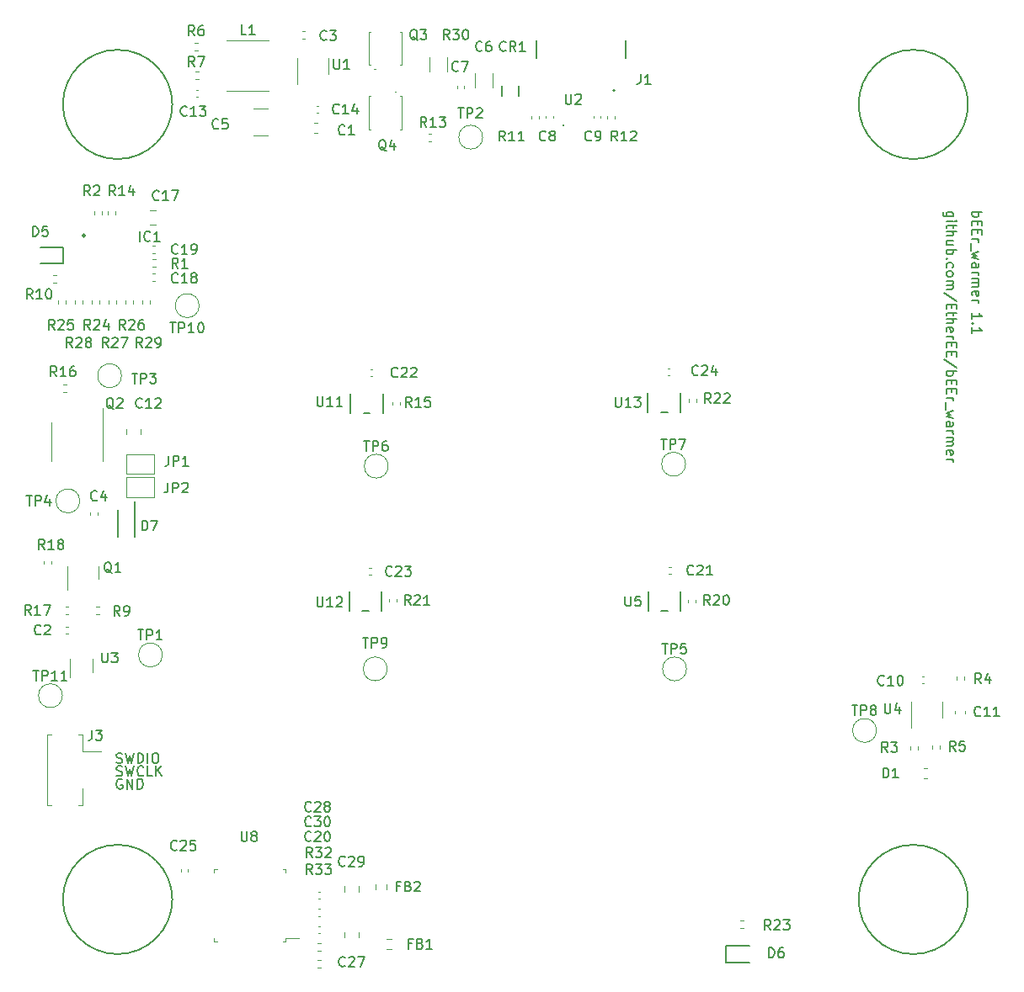
<source format=gbr>
%TF.GenerationSoftware,KiCad,Pcbnew,7.0.2*%
%TF.CreationDate,2024-06-02T17:27:24+02:00*%
%TF.ProjectId,Podgrzewacz,506f6467-727a-4657-9761-637a2e6b6963,rev?*%
%TF.SameCoordinates,Original*%
%TF.FileFunction,Legend,Top*%
%TF.FilePolarity,Positive*%
%FSLAX46Y46*%
G04 Gerber Fmt 4.6, Leading zero omitted, Abs format (unit mm)*
G04 Created by KiCad (PCBNEW 7.0.2) date 2024-06-02 17:27:24*
%MOMM*%
%LPD*%
G01*
G04 APERTURE LIST*
%ADD10C,0.150000*%
%ADD11C,0.120000*%
%ADD12C,0.152400*%
%ADD13C,0.100000*%
%ADD14C,0.200000*%
%ADD15C,0.254000*%
%ADD16C,0.127000*%
%ADD17C,0.250000*%
G04 APERTURE END LIST*
D10*
X195500000Y-70000000D02*
G75*
G03*
X195500000Y-70000000I-5500000J0D01*
G01*
X115500000Y-70000000D02*
G75*
G03*
X115500000Y-70000000I-5500000J0D01*
G01*
X115500000Y-150000000D02*
G75*
G03*
X115500000Y-150000000I-5500000J0D01*
G01*
X195500000Y-150000000D02*
G75*
G03*
X195500000Y-150000000I-5500000J0D01*
G01*
X195922380Y-80838095D02*
X196922380Y-80838095D01*
X196541428Y-80838095D02*
X196589047Y-80933333D01*
X196589047Y-80933333D02*
X196589047Y-81123809D01*
X196589047Y-81123809D02*
X196541428Y-81219047D01*
X196541428Y-81219047D02*
X196493809Y-81266666D01*
X196493809Y-81266666D02*
X196398571Y-81314285D01*
X196398571Y-81314285D02*
X196112857Y-81314285D01*
X196112857Y-81314285D02*
X196017619Y-81266666D01*
X196017619Y-81266666D02*
X195970000Y-81219047D01*
X195970000Y-81219047D02*
X195922380Y-81123809D01*
X195922380Y-81123809D02*
X195922380Y-80933333D01*
X195922380Y-80933333D02*
X195970000Y-80838095D01*
X196446190Y-81742857D02*
X196446190Y-82076190D01*
X195922380Y-82219047D02*
X195922380Y-81742857D01*
X195922380Y-81742857D02*
X196922380Y-81742857D01*
X196922380Y-81742857D02*
X196922380Y-82219047D01*
X196446190Y-82647619D02*
X196446190Y-82980952D01*
X195922380Y-83123809D02*
X195922380Y-82647619D01*
X195922380Y-82647619D02*
X196922380Y-82647619D01*
X196922380Y-82647619D02*
X196922380Y-83123809D01*
X195922380Y-83552381D02*
X196589047Y-83552381D01*
X196398571Y-83552381D02*
X196493809Y-83600000D01*
X196493809Y-83600000D02*
X196541428Y-83647619D01*
X196541428Y-83647619D02*
X196589047Y-83742857D01*
X196589047Y-83742857D02*
X196589047Y-83838095D01*
X195827142Y-83933334D02*
X195827142Y-84695238D01*
X196589047Y-84838096D02*
X195922380Y-85028572D01*
X195922380Y-85028572D02*
X196398571Y-85219048D01*
X196398571Y-85219048D02*
X195922380Y-85409524D01*
X195922380Y-85409524D02*
X196589047Y-85600000D01*
X195922380Y-86409524D02*
X196446190Y-86409524D01*
X196446190Y-86409524D02*
X196541428Y-86361905D01*
X196541428Y-86361905D02*
X196589047Y-86266667D01*
X196589047Y-86266667D02*
X196589047Y-86076191D01*
X196589047Y-86076191D02*
X196541428Y-85980953D01*
X195970000Y-86409524D02*
X195922380Y-86314286D01*
X195922380Y-86314286D02*
X195922380Y-86076191D01*
X195922380Y-86076191D02*
X195970000Y-85980953D01*
X195970000Y-85980953D02*
X196065238Y-85933334D01*
X196065238Y-85933334D02*
X196160476Y-85933334D01*
X196160476Y-85933334D02*
X196255714Y-85980953D01*
X196255714Y-85980953D02*
X196303333Y-86076191D01*
X196303333Y-86076191D02*
X196303333Y-86314286D01*
X196303333Y-86314286D02*
X196350952Y-86409524D01*
X195922380Y-86885715D02*
X196589047Y-86885715D01*
X196398571Y-86885715D02*
X196493809Y-86933334D01*
X196493809Y-86933334D02*
X196541428Y-86980953D01*
X196541428Y-86980953D02*
X196589047Y-87076191D01*
X196589047Y-87076191D02*
X196589047Y-87171429D01*
X195922380Y-87504763D02*
X196589047Y-87504763D01*
X196493809Y-87504763D02*
X196541428Y-87552382D01*
X196541428Y-87552382D02*
X196589047Y-87647620D01*
X196589047Y-87647620D02*
X196589047Y-87790477D01*
X196589047Y-87790477D02*
X196541428Y-87885715D01*
X196541428Y-87885715D02*
X196446190Y-87933334D01*
X196446190Y-87933334D02*
X195922380Y-87933334D01*
X196446190Y-87933334D02*
X196541428Y-87980953D01*
X196541428Y-87980953D02*
X196589047Y-88076191D01*
X196589047Y-88076191D02*
X196589047Y-88219048D01*
X196589047Y-88219048D02*
X196541428Y-88314287D01*
X196541428Y-88314287D02*
X196446190Y-88361906D01*
X196446190Y-88361906D02*
X195922380Y-88361906D01*
X195970000Y-89219048D02*
X195922380Y-89123810D01*
X195922380Y-89123810D02*
X195922380Y-88933334D01*
X195922380Y-88933334D02*
X195970000Y-88838096D01*
X195970000Y-88838096D02*
X196065238Y-88790477D01*
X196065238Y-88790477D02*
X196446190Y-88790477D01*
X196446190Y-88790477D02*
X196541428Y-88838096D01*
X196541428Y-88838096D02*
X196589047Y-88933334D01*
X196589047Y-88933334D02*
X196589047Y-89123810D01*
X196589047Y-89123810D02*
X196541428Y-89219048D01*
X196541428Y-89219048D02*
X196446190Y-89266667D01*
X196446190Y-89266667D02*
X196350952Y-89266667D01*
X196350952Y-89266667D02*
X196255714Y-88790477D01*
X195922380Y-89695239D02*
X196589047Y-89695239D01*
X196398571Y-89695239D02*
X196493809Y-89742858D01*
X196493809Y-89742858D02*
X196541428Y-89790477D01*
X196541428Y-89790477D02*
X196589047Y-89885715D01*
X196589047Y-89885715D02*
X196589047Y-89980953D01*
X195922380Y-91600001D02*
X195922380Y-91028573D01*
X195922380Y-91314287D02*
X196922380Y-91314287D01*
X196922380Y-91314287D02*
X196779523Y-91219049D01*
X196779523Y-91219049D02*
X196684285Y-91123811D01*
X196684285Y-91123811D02*
X196636666Y-91028573D01*
X196017619Y-92028573D02*
X195970000Y-92076192D01*
X195970000Y-92076192D02*
X195922380Y-92028573D01*
X195922380Y-92028573D02*
X195970000Y-91980954D01*
X195970000Y-91980954D02*
X196017619Y-92028573D01*
X196017619Y-92028573D02*
X195922380Y-92028573D01*
X195922380Y-93028572D02*
X195922380Y-92457144D01*
X195922380Y-92742858D02*
X196922380Y-92742858D01*
X196922380Y-92742858D02*
X196779523Y-92647620D01*
X196779523Y-92647620D02*
X196684285Y-92552382D01*
X196684285Y-92552382D02*
X196636666Y-92457144D01*
X193989047Y-81266666D02*
X193179523Y-81266666D01*
X193179523Y-81266666D02*
X193084285Y-81219047D01*
X193084285Y-81219047D02*
X193036666Y-81171428D01*
X193036666Y-81171428D02*
X192989047Y-81076190D01*
X192989047Y-81076190D02*
X192989047Y-80933333D01*
X192989047Y-80933333D02*
X193036666Y-80838095D01*
X193370000Y-81266666D02*
X193322380Y-81171428D01*
X193322380Y-81171428D02*
X193322380Y-80980952D01*
X193322380Y-80980952D02*
X193370000Y-80885714D01*
X193370000Y-80885714D02*
X193417619Y-80838095D01*
X193417619Y-80838095D02*
X193512857Y-80790476D01*
X193512857Y-80790476D02*
X193798571Y-80790476D01*
X193798571Y-80790476D02*
X193893809Y-80838095D01*
X193893809Y-80838095D02*
X193941428Y-80885714D01*
X193941428Y-80885714D02*
X193989047Y-80980952D01*
X193989047Y-80980952D02*
X193989047Y-81171428D01*
X193989047Y-81171428D02*
X193941428Y-81266666D01*
X193322380Y-81742857D02*
X193989047Y-81742857D01*
X194322380Y-81742857D02*
X194274761Y-81695238D01*
X194274761Y-81695238D02*
X194227142Y-81742857D01*
X194227142Y-81742857D02*
X194274761Y-81790476D01*
X194274761Y-81790476D02*
X194322380Y-81742857D01*
X194322380Y-81742857D02*
X194227142Y-81742857D01*
X193989047Y-82076190D02*
X193989047Y-82457142D01*
X194322380Y-82219047D02*
X193465238Y-82219047D01*
X193465238Y-82219047D02*
X193370000Y-82266666D01*
X193370000Y-82266666D02*
X193322380Y-82361904D01*
X193322380Y-82361904D02*
X193322380Y-82457142D01*
X193322380Y-82790476D02*
X194322380Y-82790476D01*
X193322380Y-83219047D02*
X193846190Y-83219047D01*
X193846190Y-83219047D02*
X193941428Y-83171428D01*
X193941428Y-83171428D02*
X193989047Y-83076190D01*
X193989047Y-83076190D02*
X193989047Y-82933333D01*
X193989047Y-82933333D02*
X193941428Y-82838095D01*
X193941428Y-82838095D02*
X193893809Y-82790476D01*
X193989047Y-84123809D02*
X193322380Y-84123809D01*
X193989047Y-83695238D02*
X193465238Y-83695238D01*
X193465238Y-83695238D02*
X193370000Y-83742857D01*
X193370000Y-83742857D02*
X193322380Y-83838095D01*
X193322380Y-83838095D02*
X193322380Y-83980952D01*
X193322380Y-83980952D02*
X193370000Y-84076190D01*
X193370000Y-84076190D02*
X193417619Y-84123809D01*
X193322380Y-84600000D02*
X194322380Y-84600000D01*
X193941428Y-84600000D02*
X193989047Y-84695238D01*
X193989047Y-84695238D02*
X193989047Y-84885714D01*
X193989047Y-84885714D02*
X193941428Y-84980952D01*
X193941428Y-84980952D02*
X193893809Y-85028571D01*
X193893809Y-85028571D02*
X193798571Y-85076190D01*
X193798571Y-85076190D02*
X193512857Y-85076190D01*
X193512857Y-85076190D02*
X193417619Y-85028571D01*
X193417619Y-85028571D02*
X193370000Y-84980952D01*
X193370000Y-84980952D02*
X193322380Y-84885714D01*
X193322380Y-84885714D02*
X193322380Y-84695238D01*
X193322380Y-84695238D02*
X193370000Y-84600000D01*
X193417619Y-85504762D02*
X193370000Y-85552381D01*
X193370000Y-85552381D02*
X193322380Y-85504762D01*
X193322380Y-85504762D02*
X193370000Y-85457143D01*
X193370000Y-85457143D02*
X193417619Y-85504762D01*
X193417619Y-85504762D02*
X193322380Y-85504762D01*
X193370000Y-86409523D02*
X193322380Y-86314285D01*
X193322380Y-86314285D02*
X193322380Y-86123809D01*
X193322380Y-86123809D02*
X193370000Y-86028571D01*
X193370000Y-86028571D02*
X193417619Y-85980952D01*
X193417619Y-85980952D02*
X193512857Y-85933333D01*
X193512857Y-85933333D02*
X193798571Y-85933333D01*
X193798571Y-85933333D02*
X193893809Y-85980952D01*
X193893809Y-85980952D02*
X193941428Y-86028571D01*
X193941428Y-86028571D02*
X193989047Y-86123809D01*
X193989047Y-86123809D02*
X193989047Y-86314285D01*
X193989047Y-86314285D02*
X193941428Y-86409523D01*
X193322380Y-86980952D02*
X193370000Y-86885714D01*
X193370000Y-86885714D02*
X193417619Y-86838095D01*
X193417619Y-86838095D02*
X193512857Y-86790476D01*
X193512857Y-86790476D02*
X193798571Y-86790476D01*
X193798571Y-86790476D02*
X193893809Y-86838095D01*
X193893809Y-86838095D02*
X193941428Y-86885714D01*
X193941428Y-86885714D02*
X193989047Y-86980952D01*
X193989047Y-86980952D02*
X193989047Y-87123809D01*
X193989047Y-87123809D02*
X193941428Y-87219047D01*
X193941428Y-87219047D02*
X193893809Y-87266666D01*
X193893809Y-87266666D02*
X193798571Y-87314285D01*
X193798571Y-87314285D02*
X193512857Y-87314285D01*
X193512857Y-87314285D02*
X193417619Y-87266666D01*
X193417619Y-87266666D02*
X193370000Y-87219047D01*
X193370000Y-87219047D02*
X193322380Y-87123809D01*
X193322380Y-87123809D02*
X193322380Y-86980952D01*
X193322380Y-87742857D02*
X193989047Y-87742857D01*
X193893809Y-87742857D02*
X193941428Y-87790476D01*
X193941428Y-87790476D02*
X193989047Y-87885714D01*
X193989047Y-87885714D02*
X193989047Y-88028571D01*
X193989047Y-88028571D02*
X193941428Y-88123809D01*
X193941428Y-88123809D02*
X193846190Y-88171428D01*
X193846190Y-88171428D02*
X193322380Y-88171428D01*
X193846190Y-88171428D02*
X193941428Y-88219047D01*
X193941428Y-88219047D02*
X193989047Y-88314285D01*
X193989047Y-88314285D02*
X193989047Y-88457142D01*
X193989047Y-88457142D02*
X193941428Y-88552381D01*
X193941428Y-88552381D02*
X193846190Y-88600000D01*
X193846190Y-88600000D02*
X193322380Y-88600000D01*
X194370000Y-89790475D02*
X193084285Y-88933333D01*
X193846190Y-90123809D02*
X193846190Y-90457142D01*
X193322380Y-90599999D02*
X193322380Y-90123809D01*
X193322380Y-90123809D02*
X194322380Y-90123809D01*
X194322380Y-90123809D02*
X194322380Y-90599999D01*
X193989047Y-90885714D02*
X193989047Y-91266666D01*
X194322380Y-91028571D02*
X193465238Y-91028571D01*
X193465238Y-91028571D02*
X193370000Y-91076190D01*
X193370000Y-91076190D02*
X193322380Y-91171428D01*
X193322380Y-91171428D02*
X193322380Y-91266666D01*
X193322380Y-91600000D02*
X194322380Y-91600000D01*
X193322380Y-92028571D02*
X193846190Y-92028571D01*
X193846190Y-92028571D02*
X193941428Y-91980952D01*
X193941428Y-91980952D02*
X193989047Y-91885714D01*
X193989047Y-91885714D02*
X193989047Y-91742857D01*
X193989047Y-91742857D02*
X193941428Y-91647619D01*
X193941428Y-91647619D02*
X193893809Y-91600000D01*
X193370000Y-92885714D02*
X193322380Y-92790476D01*
X193322380Y-92790476D02*
X193322380Y-92600000D01*
X193322380Y-92600000D02*
X193370000Y-92504762D01*
X193370000Y-92504762D02*
X193465238Y-92457143D01*
X193465238Y-92457143D02*
X193846190Y-92457143D01*
X193846190Y-92457143D02*
X193941428Y-92504762D01*
X193941428Y-92504762D02*
X193989047Y-92600000D01*
X193989047Y-92600000D02*
X193989047Y-92790476D01*
X193989047Y-92790476D02*
X193941428Y-92885714D01*
X193941428Y-92885714D02*
X193846190Y-92933333D01*
X193846190Y-92933333D02*
X193750952Y-92933333D01*
X193750952Y-92933333D02*
X193655714Y-92457143D01*
X193322380Y-93361905D02*
X193989047Y-93361905D01*
X193798571Y-93361905D02*
X193893809Y-93409524D01*
X193893809Y-93409524D02*
X193941428Y-93457143D01*
X193941428Y-93457143D02*
X193989047Y-93552381D01*
X193989047Y-93552381D02*
X193989047Y-93647619D01*
X193846190Y-93980953D02*
X193846190Y-94314286D01*
X193322380Y-94457143D02*
X193322380Y-93980953D01*
X193322380Y-93980953D02*
X194322380Y-93980953D01*
X194322380Y-93980953D02*
X194322380Y-94457143D01*
X193846190Y-94885715D02*
X193846190Y-95219048D01*
X193322380Y-95361905D02*
X193322380Y-94885715D01*
X193322380Y-94885715D02*
X194322380Y-94885715D01*
X194322380Y-94885715D02*
X194322380Y-95361905D01*
X194370000Y-96504762D02*
X193084285Y-95647620D01*
X193322380Y-96838096D02*
X194322380Y-96838096D01*
X193941428Y-96838096D02*
X193989047Y-96933334D01*
X193989047Y-96933334D02*
X193989047Y-97123810D01*
X193989047Y-97123810D02*
X193941428Y-97219048D01*
X193941428Y-97219048D02*
X193893809Y-97266667D01*
X193893809Y-97266667D02*
X193798571Y-97314286D01*
X193798571Y-97314286D02*
X193512857Y-97314286D01*
X193512857Y-97314286D02*
X193417619Y-97266667D01*
X193417619Y-97266667D02*
X193370000Y-97219048D01*
X193370000Y-97219048D02*
X193322380Y-97123810D01*
X193322380Y-97123810D02*
X193322380Y-96933334D01*
X193322380Y-96933334D02*
X193370000Y-96838096D01*
X193846190Y-97742858D02*
X193846190Y-98076191D01*
X193322380Y-98219048D02*
X193322380Y-97742858D01*
X193322380Y-97742858D02*
X194322380Y-97742858D01*
X194322380Y-97742858D02*
X194322380Y-98219048D01*
X193846190Y-98647620D02*
X193846190Y-98980953D01*
X193322380Y-99123810D02*
X193322380Y-98647620D01*
X193322380Y-98647620D02*
X194322380Y-98647620D01*
X194322380Y-98647620D02*
X194322380Y-99123810D01*
X193322380Y-99552382D02*
X193989047Y-99552382D01*
X193798571Y-99552382D02*
X193893809Y-99600001D01*
X193893809Y-99600001D02*
X193941428Y-99647620D01*
X193941428Y-99647620D02*
X193989047Y-99742858D01*
X193989047Y-99742858D02*
X193989047Y-99838096D01*
X193227142Y-99933335D02*
X193227142Y-100695239D01*
X193989047Y-100838097D02*
X193322380Y-101028573D01*
X193322380Y-101028573D02*
X193798571Y-101219049D01*
X193798571Y-101219049D02*
X193322380Y-101409525D01*
X193322380Y-101409525D02*
X193989047Y-101600001D01*
X193322380Y-102409525D02*
X193846190Y-102409525D01*
X193846190Y-102409525D02*
X193941428Y-102361906D01*
X193941428Y-102361906D02*
X193989047Y-102266668D01*
X193989047Y-102266668D02*
X193989047Y-102076192D01*
X193989047Y-102076192D02*
X193941428Y-101980954D01*
X193370000Y-102409525D02*
X193322380Y-102314287D01*
X193322380Y-102314287D02*
X193322380Y-102076192D01*
X193322380Y-102076192D02*
X193370000Y-101980954D01*
X193370000Y-101980954D02*
X193465238Y-101933335D01*
X193465238Y-101933335D02*
X193560476Y-101933335D01*
X193560476Y-101933335D02*
X193655714Y-101980954D01*
X193655714Y-101980954D02*
X193703333Y-102076192D01*
X193703333Y-102076192D02*
X193703333Y-102314287D01*
X193703333Y-102314287D02*
X193750952Y-102409525D01*
X193322380Y-102885716D02*
X193989047Y-102885716D01*
X193798571Y-102885716D02*
X193893809Y-102933335D01*
X193893809Y-102933335D02*
X193941428Y-102980954D01*
X193941428Y-102980954D02*
X193989047Y-103076192D01*
X193989047Y-103076192D02*
X193989047Y-103171430D01*
X193322380Y-103504764D02*
X193989047Y-103504764D01*
X193893809Y-103504764D02*
X193941428Y-103552383D01*
X193941428Y-103552383D02*
X193989047Y-103647621D01*
X193989047Y-103647621D02*
X193989047Y-103790478D01*
X193989047Y-103790478D02*
X193941428Y-103885716D01*
X193941428Y-103885716D02*
X193846190Y-103933335D01*
X193846190Y-103933335D02*
X193322380Y-103933335D01*
X193846190Y-103933335D02*
X193941428Y-103980954D01*
X193941428Y-103980954D02*
X193989047Y-104076192D01*
X193989047Y-104076192D02*
X193989047Y-104219049D01*
X193989047Y-104219049D02*
X193941428Y-104314288D01*
X193941428Y-104314288D02*
X193846190Y-104361907D01*
X193846190Y-104361907D02*
X193322380Y-104361907D01*
X193370000Y-105219049D02*
X193322380Y-105123811D01*
X193322380Y-105123811D02*
X193322380Y-104933335D01*
X193322380Y-104933335D02*
X193370000Y-104838097D01*
X193370000Y-104838097D02*
X193465238Y-104790478D01*
X193465238Y-104790478D02*
X193846190Y-104790478D01*
X193846190Y-104790478D02*
X193941428Y-104838097D01*
X193941428Y-104838097D02*
X193989047Y-104933335D01*
X193989047Y-104933335D02*
X193989047Y-105123811D01*
X193989047Y-105123811D02*
X193941428Y-105219049D01*
X193941428Y-105219049D02*
X193846190Y-105266668D01*
X193846190Y-105266668D02*
X193750952Y-105266668D01*
X193750952Y-105266668D02*
X193655714Y-104790478D01*
X193322380Y-105695240D02*
X193989047Y-105695240D01*
X193798571Y-105695240D02*
X193893809Y-105742859D01*
X193893809Y-105742859D02*
X193941428Y-105790478D01*
X193941428Y-105790478D02*
X193989047Y-105885716D01*
X193989047Y-105885716D02*
X193989047Y-105980954D01*
X110461904Y-137925238D02*
X110366666Y-137877619D01*
X110366666Y-137877619D02*
X110223809Y-137877619D01*
X110223809Y-137877619D02*
X110080952Y-137925238D01*
X110080952Y-137925238D02*
X109985714Y-138020476D01*
X109985714Y-138020476D02*
X109938095Y-138115714D01*
X109938095Y-138115714D02*
X109890476Y-138306190D01*
X109890476Y-138306190D02*
X109890476Y-138449047D01*
X109890476Y-138449047D02*
X109938095Y-138639523D01*
X109938095Y-138639523D02*
X109985714Y-138734761D01*
X109985714Y-138734761D02*
X110080952Y-138830000D01*
X110080952Y-138830000D02*
X110223809Y-138877619D01*
X110223809Y-138877619D02*
X110319047Y-138877619D01*
X110319047Y-138877619D02*
X110461904Y-138830000D01*
X110461904Y-138830000D02*
X110509523Y-138782380D01*
X110509523Y-138782380D02*
X110509523Y-138449047D01*
X110509523Y-138449047D02*
X110319047Y-138449047D01*
X110938095Y-138877619D02*
X110938095Y-137877619D01*
X110938095Y-137877619D02*
X111509523Y-138877619D01*
X111509523Y-138877619D02*
X111509523Y-137877619D01*
X111985714Y-138877619D02*
X111985714Y-137877619D01*
X111985714Y-137877619D02*
X112223809Y-137877619D01*
X112223809Y-137877619D02*
X112366666Y-137925238D01*
X112366666Y-137925238D02*
X112461904Y-138020476D01*
X112461904Y-138020476D02*
X112509523Y-138115714D01*
X112509523Y-138115714D02*
X112557142Y-138306190D01*
X112557142Y-138306190D02*
X112557142Y-138449047D01*
X112557142Y-138449047D02*
X112509523Y-138639523D01*
X112509523Y-138639523D02*
X112461904Y-138734761D01*
X112461904Y-138734761D02*
X112366666Y-138830000D01*
X112366666Y-138830000D02*
X112223809Y-138877619D01*
X112223809Y-138877619D02*
X111985714Y-138877619D01*
X109890476Y-136230000D02*
X110033333Y-136277619D01*
X110033333Y-136277619D02*
X110271428Y-136277619D01*
X110271428Y-136277619D02*
X110366666Y-136230000D01*
X110366666Y-136230000D02*
X110414285Y-136182380D01*
X110414285Y-136182380D02*
X110461904Y-136087142D01*
X110461904Y-136087142D02*
X110461904Y-135991904D01*
X110461904Y-135991904D02*
X110414285Y-135896666D01*
X110414285Y-135896666D02*
X110366666Y-135849047D01*
X110366666Y-135849047D02*
X110271428Y-135801428D01*
X110271428Y-135801428D02*
X110080952Y-135753809D01*
X110080952Y-135753809D02*
X109985714Y-135706190D01*
X109985714Y-135706190D02*
X109938095Y-135658571D01*
X109938095Y-135658571D02*
X109890476Y-135563333D01*
X109890476Y-135563333D02*
X109890476Y-135468095D01*
X109890476Y-135468095D02*
X109938095Y-135372857D01*
X109938095Y-135372857D02*
X109985714Y-135325238D01*
X109985714Y-135325238D02*
X110080952Y-135277619D01*
X110080952Y-135277619D02*
X110319047Y-135277619D01*
X110319047Y-135277619D02*
X110461904Y-135325238D01*
X110795238Y-135277619D02*
X111033333Y-136277619D01*
X111033333Y-136277619D02*
X111223809Y-135563333D01*
X111223809Y-135563333D02*
X111414285Y-136277619D01*
X111414285Y-136277619D02*
X111652381Y-135277619D01*
X112033333Y-136277619D02*
X112033333Y-135277619D01*
X112033333Y-135277619D02*
X112271428Y-135277619D01*
X112271428Y-135277619D02*
X112414285Y-135325238D01*
X112414285Y-135325238D02*
X112509523Y-135420476D01*
X112509523Y-135420476D02*
X112557142Y-135515714D01*
X112557142Y-135515714D02*
X112604761Y-135706190D01*
X112604761Y-135706190D02*
X112604761Y-135849047D01*
X112604761Y-135849047D02*
X112557142Y-136039523D01*
X112557142Y-136039523D02*
X112509523Y-136134761D01*
X112509523Y-136134761D02*
X112414285Y-136230000D01*
X112414285Y-136230000D02*
X112271428Y-136277619D01*
X112271428Y-136277619D02*
X112033333Y-136277619D01*
X113033333Y-136277619D02*
X113033333Y-135277619D01*
X113699999Y-135277619D02*
X113890475Y-135277619D01*
X113890475Y-135277619D02*
X113985713Y-135325238D01*
X113985713Y-135325238D02*
X114080951Y-135420476D01*
X114080951Y-135420476D02*
X114128570Y-135610952D01*
X114128570Y-135610952D02*
X114128570Y-135944285D01*
X114128570Y-135944285D02*
X114080951Y-136134761D01*
X114080951Y-136134761D02*
X113985713Y-136230000D01*
X113985713Y-136230000D02*
X113890475Y-136277619D01*
X113890475Y-136277619D02*
X113699999Y-136277619D01*
X113699999Y-136277619D02*
X113604761Y-136230000D01*
X113604761Y-136230000D02*
X113509523Y-136134761D01*
X113509523Y-136134761D02*
X113461904Y-135944285D01*
X113461904Y-135944285D02*
X113461904Y-135610952D01*
X113461904Y-135610952D02*
X113509523Y-135420476D01*
X113509523Y-135420476D02*
X113604761Y-135325238D01*
X113604761Y-135325238D02*
X113699999Y-135277619D01*
X109890476Y-137530000D02*
X110033333Y-137577619D01*
X110033333Y-137577619D02*
X110271428Y-137577619D01*
X110271428Y-137577619D02*
X110366666Y-137530000D01*
X110366666Y-137530000D02*
X110414285Y-137482380D01*
X110414285Y-137482380D02*
X110461904Y-137387142D01*
X110461904Y-137387142D02*
X110461904Y-137291904D01*
X110461904Y-137291904D02*
X110414285Y-137196666D01*
X110414285Y-137196666D02*
X110366666Y-137149047D01*
X110366666Y-137149047D02*
X110271428Y-137101428D01*
X110271428Y-137101428D02*
X110080952Y-137053809D01*
X110080952Y-137053809D02*
X109985714Y-137006190D01*
X109985714Y-137006190D02*
X109938095Y-136958571D01*
X109938095Y-136958571D02*
X109890476Y-136863333D01*
X109890476Y-136863333D02*
X109890476Y-136768095D01*
X109890476Y-136768095D02*
X109938095Y-136672857D01*
X109938095Y-136672857D02*
X109985714Y-136625238D01*
X109985714Y-136625238D02*
X110080952Y-136577619D01*
X110080952Y-136577619D02*
X110319047Y-136577619D01*
X110319047Y-136577619D02*
X110461904Y-136625238D01*
X110795238Y-136577619D02*
X111033333Y-137577619D01*
X111033333Y-137577619D02*
X111223809Y-136863333D01*
X111223809Y-136863333D02*
X111414285Y-137577619D01*
X111414285Y-137577619D02*
X111652381Y-136577619D01*
X112604761Y-137482380D02*
X112557142Y-137530000D01*
X112557142Y-137530000D02*
X112414285Y-137577619D01*
X112414285Y-137577619D02*
X112319047Y-137577619D01*
X112319047Y-137577619D02*
X112176190Y-137530000D01*
X112176190Y-137530000D02*
X112080952Y-137434761D01*
X112080952Y-137434761D02*
X112033333Y-137339523D01*
X112033333Y-137339523D02*
X111985714Y-137149047D01*
X111985714Y-137149047D02*
X111985714Y-137006190D01*
X111985714Y-137006190D02*
X112033333Y-136815714D01*
X112033333Y-136815714D02*
X112080952Y-136720476D01*
X112080952Y-136720476D02*
X112176190Y-136625238D01*
X112176190Y-136625238D02*
X112319047Y-136577619D01*
X112319047Y-136577619D02*
X112414285Y-136577619D01*
X112414285Y-136577619D02*
X112557142Y-136625238D01*
X112557142Y-136625238D02*
X112604761Y-136672857D01*
X113509523Y-137577619D02*
X113033333Y-137577619D01*
X113033333Y-137577619D02*
X113033333Y-136577619D01*
X113842857Y-137577619D02*
X113842857Y-136577619D01*
X114414285Y-137577619D02*
X113985714Y-137006190D01*
X114414285Y-136577619D02*
X113842857Y-137149047D01*
%TO.C,C8*%
X153033333Y-73567380D02*
X152985714Y-73615000D01*
X152985714Y-73615000D02*
X152842857Y-73662619D01*
X152842857Y-73662619D02*
X152747619Y-73662619D01*
X152747619Y-73662619D02*
X152604762Y-73615000D01*
X152604762Y-73615000D02*
X152509524Y-73519761D01*
X152509524Y-73519761D02*
X152461905Y-73424523D01*
X152461905Y-73424523D02*
X152414286Y-73234047D01*
X152414286Y-73234047D02*
X152414286Y-73091190D01*
X152414286Y-73091190D02*
X152461905Y-72900714D01*
X152461905Y-72900714D02*
X152509524Y-72805476D01*
X152509524Y-72805476D02*
X152604762Y-72710238D01*
X152604762Y-72710238D02*
X152747619Y-72662619D01*
X152747619Y-72662619D02*
X152842857Y-72662619D01*
X152842857Y-72662619D02*
X152985714Y-72710238D01*
X152985714Y-72710238D02*
X153033333Y-72757857D01*
X153604762Y-73091190D02*
X153509524Y-73043571D01*
X153509524Y-73043571D02*
X153461905Y-72995952D01*
X153461905Y-72995952D02*
X153414286Y-72900714D01*
X153414286Y-72900714D02*
X153414286Y-72853095D01*
X153414286Y-72853095D02*
X153461905Y-72757857D01*
X153461905Y-72757857D02*
X153509524Y-72710238D01*
X153509524Y-72710238D02*
X153604762Y-72662619D01*
X153604762Y-72662619D02*
X153795238Y-72662619D01*
X153795238Y-72662619D02*
X153890476Y-72710238D01*
X153890476Y-72710238D02*
X153938095Y-72757857D01*
X153938095Y-72757857D02*
X153985714Y-72853095D01*
X153985714Y-72853095D02*
X153985714Y-72900714D01*
X153985714Y-72900714D02*
X153938095Y-72995952D01*
X153938095Y-72995952D02*
X153890476Y-73043571D01*
X153890476Y-73043571D02*
X153795238Y-73091190D01*
X153795238Y-73091190D02*
X153604762Y-73091190D01*
X153604762Y-73091190D02*
X153509524Y-73138809D01*
X153509524Y-73138809D02*
X153461905Y-73186428D01*
X153461905Y-73186428D02*
X153414286Y-73281666D01*
X153414286Y-73281666D02*
X153414286Y-73472142D01*
X153414286Y-73472142D02*
X153461905Y-73567380D01*
X153461905Y-73567380D02*
X153509524Y-73615000D01*
X153509524Y-73615000D02*
X153604762Y-73662619D01*
X153604762Y-73662619D02*
X153795238Y-73662619D01*
X153795238Y-73662619D02*
X153890476Y-73615000D01*
X153890476Y-73615000D02*
X153938095Y-73567380D01*
X153938095Y-73567380D02*
X153985714Y-73472142D01*
X153985714Y-73472142D02*
X153985714Y-73281666D01*
X153985714Y-73281666D02*
X153938095Y-73186428D01*
X153938095Y-73186428D02*
X153890476Y-73138809D01*
X153890476Y-73138809D02*
X153795238Y-73091190D01*
%TO.C,TP11*%
X101511905Y-126964619D02*
X102083333Y-126964619D01*
X101797619Y-127964619D02*
X101797619Y-126964619D01*
X102416667Y-127964619D02*
X102416667Y-126964619D01*
X102416667Y-126964619D02*
X102797619Y-126964619D01*
X102797619Y-126964619D02*
X102892857Y-127012238D01*
X102892857Y-127012238D02*
X102940476Y-127059857D01*
X102940476Y-127059857D02*
X102988095Y-127155095D01*
X102988095Y-127155095D02*
X102988095Y-127297952D01*
X102988095Y-127297952D02*
X102940476Y-127393190D01*
X102940476Y-127393190D02*
X102892857Y-127440809D01*
X102892857Y-127440809D02*
X102797619Y-127488428D01*
X102797619Y-127488428D02*
X102416667Y-127488428D01*
X103940476Y-127964619D02*
X103369048Y-127964619D01*
X103654762Y-127964619D02*
X103654762Y-126964619D01*
X103654762Y-126964619D02*
X103559524Y-127107476D01*
X103559524Y-127107476D02*
X103464286Y-127202714D01*
X103464286Y-127202714D02*
X103369048Y-127250333D01*
X104892857Y-127964619D02*
X104321429Y-127964619D01*
X104607143Y-127964619D02*
X104607143Y-126964619D01*
X104607143Y-126964619D02*
X104511905Y-127107476D01*
X104511905Y-127107476D02*
X104416667Y-127202714D01*
X104416667Y-127202714D02*
X104321429Y-127250333D01*
%TO.C,U8*%
X122438095Y-143162619D02*
X122438095Y-143972142D01*
X122438095Y-143972142D02*
X122485714Y-144067380D01*
X122485714Y-144067380D02*
X122533333Y-144115000D01*
X122533333Y-144115000D02*
X122628571Y-144162619D01*
X122628571Y-144162619D02*
X122819047Y-144162619D01*
X122819047Y-144162619D02*
X122914285Y-144115000D01*
X122914285Y-144115000D02*
X122961904Y-144067380D01*
X122961904Y-144067380D02*
X123009523Y-143972142D01*
X123009523Y-143972142D02*
X123009523Y-143162619D01*
X123628571Y-143591190D02*
X123533333Y-143543571D01*
X123533333Y-143543571D02*
X123485714Y-143495952D01*
X123485714Y-143495952D02*
X123438095Y-143400714D01*
X123438095Y-143400714D02*
X123438095Y-143353095D01*
X123438095Y-143353095D02*
X123485714Y-143257857D01*
X123485714Y-143257857D02*
X123533333Y-143210238D01*
X123533333Y-143210238D02*
X123628571Y-143162619D01*
X123628571Y-143162619D02*
X123819047Y-143162619D01*
X123819047Y-143162619D02*
X123914285Y-143210238D01*
X123914285Y-143210238D02*
X123961904Y-143257857D01*
X123961904Y-143257857D02*
X124009523Y-143353095D01*
X124009523Y-143353095D02*
X124009523Y-143400714D01*
X124009523Y-143400714D02*
X123961904Y-143495952D01*
X123961904Y-143495952D02*
X123914285Y-143543571D01*
X123914285Y-143543571D02*
X123819047Y-143591190D01*
X123819047Y-143591190D02*
X123628571Y-143591190D01*
X123628571Y-143591190D02*
X123533333Y-143638809D01*
X123533333Y-143638809D02*
X123485714Y-143686428D01*
X123485714Y-143686428D02*
X123438095Y-143781666D01*
X123438095Y-143781666D02*
X123438095Y-143972142D01*
X123438095Y-143972142D02*
X123485714Y-144067380D01*
X123485714Y-144067380D02*
X123533333Y-144115000D01*
X123533333Y-144115000D02*
X123628571Y-144162619D01*
X123628571Y-144162619D02*
X123819047Y-144162619D01*
X123819047Y-144162619D02*
X123914285Y-144115000D01*
X123914285Y-144115000D02*
X123961904Y-144067380D01*
X123961904Y-144067380D02*
X124009523Y-143972142D01*
X124009523Y-143972142D02*
X124009523Y-143781666D01*
X124009523Y-143781666D02*
X123961904Y-143686428D01*
X123961904Y-143686428D02*
X123914285Y-143638809D01*
X123914285Y-143638809D02*
X123819047Y-143591190D01*
%TO.C,R33*%
X129557142Y-147462619D02*
X129223809Y-146986428D01*
X128985714Y-147462619D02*
X128985714Y-146462619D01*
X128985714Y-146462619D02*
X129366666Y-146462619D01*
X129366666Y-146462619D02*
X129461904Y-146510238D01*
X129461904Y-146510238D02*
X129509523Y-146557857D01*
X129509523Y-146557857D02*
X129557142Y-146653095D01*
X129557142Y-146653095D02*
X129557142Y-146795952D01*
X129557142Y-146795952D02*
X129509523Y-146891190D01*
X129509523Y-146891190D02*
X129461904Y-146938809D01*
X129461904Y-146938809D02*
X129366666Y-146986428D01*
X129366666Y-146986428D02*
X128985714Y-146986428D01*
X129890476Y-146462619D02*
X130509523Y-146462619D01*
X130509523Y-146462619D02*
X130176190Y-146843571D01*
X130176190Y-146843571D02*
X130319047Y-146843571D01*
X130319047Y-146843571D02*
X130414285Y-146891190D01*
X130414285Y-146891190D02*
X130461904Y-146938809D01*
X130461904Y-146938809D02*
X130509523Y-147034047D01*
X130509523Y-147034047D02*
X130509523Y-147272142D01*
X130509523Y-147272142D02*
X130461904Y-147367380D01*
X130461904Y-147367380D02*
X130414285Y-147415000D01*
X130414285Y-147415000D02*
X130319047Y-147462619D01*
X130319047Y-147462619D02*
X130033333Y-147462619D01*
X130033333Y-147462619D02*
X129938095Y-147415000D01*
X129938095Y-147415000D02*
X129890476Y-147367380D01*
X130842857Y-146462619D02*
X131461904Y-146462619D01*
X131461904Y-146462619D02*
X131128571Y-146843571D01*
X131128571Y-146843571D02*
X131271428Y-146843571D01*
X131271428Y-146843571D02*
X131366666Y-146891190D01*
X131366666Y-146891190D02*
X131414285Y-146938809D01*
X131414285Y-146938809D02*
X131461904Y-147034047D01*
X131461904Y-147034047D02*
X131461904Y-147272142D01*
X131461904Y-147272142D02*
X131414285Y-147367380D01*
X131414285Y-147367380D02*
X131366666Y-147415000D01*
X131366666Y-147415000D02*
X131271428Y-147462619D01*
X131271428Y-147462619D02*
X130985714Y-147462619D01*
X130985714Y-147462619D02*
X130890476Y-147415000D01*
X130890476Y-147415000D02*
X130842857Y-147367380D01*
%TO.C,R6*%
X117733333Y-63062619D02*
X117400000Y-62586428D01*
X117161905Y-63062619D02*
X117161905Y-62062619D01*
X117161905Y-62062619D02*
X117542857Y-62062619D01*
X117542857Y-62062619D02*
X117638095Y-62110238D01*
X117638095Y-62110238D02*
X117685714Y-62157857D01*
X117685714Y-62157857D02*
X117733333Y-62253095D01*
X117733333Y-62253095D02*
X117733333Y-62395952D01*
X117733333Y-62395952D02*
X117685714Y-62491190D01*
X117685714Y-62491190D02*
X117638095Y-62538809D01*
X117638095Y-62538809D02*
X117542857Y-62586428D01*
X117542857Y-62586428D02*
X117161905Y-62586428D01*
X118590476Y-62062619D02*
X118400000Y-62062619D01*
X118400000Y-62062619D02*
X118304762Y-62110238D01*
X118304762Y-62110238D02*
X118257143Y-62157857D01*
X118257143Y-62157857D02*
X118161905Y-62300714D01*
X118161905Y-62300714D02*
X118114286Y-62491190D01*
X118114286Y-62491190D02*
X118114286Y-62872142D01*
X118114286Y-62872142D02*
X118161905Y-62967380D01*
X118161905Y-62967380D02*
X118209524Y-63015000D01*
X118209524Y-63015000D02*
X118304762Y-63062619D01*
X118304762Y-63062619D02*
X118495238Y-63062619D01*
X118495238Y-63062619D02*
X118590476Y-63015000D01*
X118590476Y-63015000D02*
X118638095Y-62967380D01*
X118638095Y-62967380D02*
X118685714Y-62872142D01*
X118685714Y-62872142D02*
X118685714Y-62634047D01*
X118685714Y-62634047D02*
X118638095Y-62538809D01*
X118638095Y-62538809D02*
X118590476Y-62491190D01*
X118590476Y-62491190D02*
X118495238Y-62443571D01*
X118495238Y-62443571D02*
X118304762Y-62443571D01*
X118304762Y-62443571D02*
X118209524Y-62491190D01*
X118209524Y-62491190D02*
X118161905Y-62538809D01*
X118161905Y-62538809D02*
X118114286Y-62634047D01*
%TO.C,TP5*%
X164738095Y-124264619D02*
X165309523Y-124264619D01*
X165023809Y-125264619D02*
X165023809Y-124264619D01*
X165642857Y-125264619D02*
X165642857Y-124264619D01*
X165642857Y-124264619D02*
X166023809Y-124264619D01*
X166023809Y-124264619D02*
X166119047Y-124312238D01*
X166119047Y-124312238D02*
X166166666Y-124359857D01*
X166166666Y-124359857D02*
X166214285Y-124455095D01*
X166214285Y-124455095D02*
X166214285Y-124597952D01*
X166214285Y-124597952D02*
X166166666Y-124693190D01*
X166166666Y-124693190D02*
X166119047Y-124740809D01*
X166119047Y-124740809D02*
X166023809Y-124788428D01*
X166023809Y-124788428D02*
X165642857Y-124788428D01*
X167119047Y-124264619D02*
X166642857Y-124264619D01*
X166642857Y-124264619D02*
X166595238Y-124740809D01*
X166595238Y-124740809D02*
X166642857Y-124693190D01*
X166642857Y-124693190D02*
X166738095Y-124645571D01*
X166738095Y-124645571D02*
X166976190Y-124645571D01*
X166976190Y-124645571D02*
X167071428Y-124693190D01*
X167071428Y-124693190D02*
X167119047Y-124740809D01*
X167119047Y-124740809D02*
X167166666Y-124836047D01*
X167166666Y-124836047D02*
X167166666Y-125074142D01*
X167166666Y-125074142D02*
X167119047Y-125169380D01*
X167119047Y-125169380D02*
X167071428Y-125217000D01*
X167071428Y-125217000D02*
X166976190Y-125264619D01*
X166976190Y-125264619D02*
X166738095Y-125264619D01*
X166738095Y-125264619D02*
X166642857Y-125217000D01*
X166642857Y-125217000D02*
X166595238Y-125169380D01*
%TO.C,R32*%
X129557142Y-145762619D02*
X129223809Y-145286428D01*
X128985714Y-145762619D02*
X128985714Y-144762619D01*
X128985714Y-144762619D02*
X129366666Y-144762619D01*
X129366666Y-144762619D02*
X129461904Y-144810238D01*
X129461904Y-144810238D02*
X129509523Y-144857857D01*
X129509523Y-144857857D02*
X129557142Y-144953095D01*
X129557142Y-144953095D02*
X129557142Y-145095952D01*
X129557142Y-145095952D02*
X129509523Y-145191190D01*
X129509523Y-145191190D02*
X129461904Y-145238809D01*
X129461904Y-145238809D02*
X129366666Y-145286428D01*
X129366666Y-145286428D02*
X128985714Y-145286428D01*
X129890476Y-144762619D02*
X130509523Y-144762619D01*
X130509523Y-144762619D02*
X130176190Y-145143571D01*
X130176190Y-145143571D02*
X130319047Y-145143571D01*
X130319047Y-145143571D02*
X130414285Y-145191190D01*
X130414285Y-145191190D02*
X130461904Y-145238809D01*
X130461904Y-145238809D02*
X130509523Y-145334047D01*
X130509523Y-145334047D02*
X130509523Y-145572142D01*
X130509523Y-145572142D02*
X130461904Y-145667380D01*
X130461904Y-145667380D02*
X130414285Y-145715000D01*
X130414285Y-145715000D02*
X130319047Y-145762619D01*
X130319047Y-145762619D02*
X130033333Y-145762619D01*
X130033333Y-145762619D02*
X129938095Y-145715000D01*
X129938095Y-145715000D02*
X129890476Y-145667380D01*
X130890476Y-144857857D02*
X130938095Y-144810238D01*
X130938095Y-144810238D02*
X131033333Y-144762619D01*
X131033333Y-144762619D02*
X131271428Y-144762619D01*
X131271428Y-144762619D02*
X131366666Y-144810238D01*
X131366666Y-144810238D02*
X131414285Y-144857857D01*
X131414285Y-144857857D02*
X131461904Y-144953095D01*
X131461904Y-144953095D02*
X131461904Y-145048333D01*
X131461904Y-145048333D02*
X131414285Y-145191190D01*
X131414285Y-145191190D02*
X130842857Y-145762619D01*
X130842857Y-145762619D02*
X131461904Y-145762619D01*
%TO.C,C11*%
X196757142Y-131492380D02*
X196709523Y-131540000D01*
X196709523Y-131540000D02*
X196566666Y-131587619D01*
X196566666Y-131587619D02*
X196471428Y-131587619D01*
X196471428Y-131587619D02*
X196328571Y-131540000D01*
X196328571Y-131540000D02*
X196233333Y-131444761D01*
X196233333Y-131444761D02*
X196185714Y-131349523D01*
X196185714Y-131349523D02*
X196138095Y-131159047D01*
X196138095Y-131159047D02*
X196138095Y-131016190D01*
X196138095Y-131016190D02*
X196185714Y-130825714D01*
X196185714Y-130825714D02*
X196233333Y-130730476D01*
X196233333Y-130730476D02*
X196328571Y-130635238D01*
X196328571Y-130635238D02*
X196471428Y-130587619D01*
X196471428Y-130587619D02*
X196566666Y-130587619D01*
X196566666Y-130587619D02*
X196709523Y-130635238D01*
X196709523Y-130635238D02*
X196757142Y-130682857D01*
X197709523Y-131587619D02*
X197138095Y-131587619D01*
X197423809Y-131587619D02*
X197423809Y-130587619D01*
X197423809Y-130587619D02*
X197328571Y-130730476D01*
X197328571Y-130730476D02*
X197233333Y-130825714D01*
X197233333Y-130825714D02*
X197138095Y-130873333D01*
X198661904Y-131587619D02*
X198090476Y-131587619D01*
X198376190Y-131587619D02*
X198376190Y-130587619D01*
X198376190Y-130587619D02*
X198280952Y-130730476D01*
X198280952Y-130730476D02*
X198185714Y-130825714D01*
X198185714Y-130825714D02*
X198090476Y-130873333D01*
%TO.C,C28*%
X129457142Y-141067380D02*
X129409523Y-141115000D01*
X129409523Y-141115000D02*
X129266666Y-141162619D01*
X129266666Y-141162619D02*
X129171428Y-141162619D01*
X129171428Y-141162619D02*
X129028571Y-141115000D01*
X129028571Y-141115000D02*
X128933333Y-141019761D01*
X128933333Y-141019761D02*
X128885714Y-140924523D01*
X128885714Y-140924523D02*
X128838095Y-140734047D01*
X128838095Y-140734047D02*
X128838095Y-140591190D01*
X128838095Y-140591190D02*
X128885714Y-140400714D01*
X128885714Y-140400714D02*
X128933333Y-140305476D01*
X128933333Y-140305476D02*
X129028571Y-140210238D01*
X129028571Y-140210238D02*
X129171428Y-140162619D01*
X129171428Y-140162619D02*
X129266666Y-140162619D01*
X129266666Y-140162619D02*
X129409523Y-140210238D01*
X129409523Y-140210238D02*
X129457142Y-140257857D01*
X129838095Y-140257857D02*
X129885714Y-140210238D01*
X129885714Y-140210238D02*
X129980952Y-140162619D01*
X129980952Y-140162619D02*
X130219047Y-140162619D01*
X130219047Y-140162619D02*
X130314285Y-140210238D01*
X130314285Y-140210238D02*
X130361904Y-140257857D01*
X130361904Y-140257857D02*
X130409523Y-140353095D01*
X130409523Y-140353095D02*
X130409523Y-140448333D01*
X130409523Y-140448333D02*
X130361904Y-140591190D01*
X130361904Y-140591190D02*
X129790476Y-141162619D01*
X129790476Y-141162619D02*
X130409523Y-141162619D01*
X130980952Y-140591190D02*
X130885714Y-140543571D01*
X130885714Y-140543571D02*
X130838095Y-140495952D01*
X130838095Y-140495952D02*
X130790476Y-140400714D01*
X130790476Y-140400714D02*
X130790476Y-140353095D01*
X130790476Y-140353095D02*
X130838095Y-140257857D01*
X130838095Y-140257857D02*
X130885714Y-140210238D01*
X130885714Y-140210238D02*
X130980952Y-140162619D01*
X130980952Y-140162619D02*
X131171428Y-140162619D01*
X131171428Y-140162619D02*
X131266666Y-140210238D01*
X131266666Y-140210238D02*
X131314285Y-140257857D01*
X131314285Y-140257857D02*
X131361904Y-140353095D01*
X131361904Y-140353095D02*
X131361904Y-140400714D01*
X131361904Y-140400714D02*
X131314285Y-140495952D01*
X131314285Y-140495952D02*
X131266666Y-140543571D01*
X131266666Y-140543571D02*
X131171428Y-140591190D01*
X131171428Y-140591190D02*
X130980952Y-140591190D01*
X130980952Y-140591190D02*
X130885714Y-140638809D01*
X130885714Y-140638809D02*
X130838095Y-140686428D01*
X130838095Y-140686428D02*
X130790476Y-140781666D01*
X130790476Y-140781666D02*
X130790476Y-140972142D01*
X130790476Y-140972142D02*
X130838095Y-141067380D01*
X130838095Y-141067380D02*
X130885714Y-141115000D01*
X130885714Y-141115000D02*
X130980952Y-141162619D01*
X130980952Y-141162619D02*
X131171428Y-141162619D01*
X131171428Y-141162619D02*
X131266666Y-141115000D01*
X131266666Y-141115000D02*
X131314285Y-141067380D01*
X131314285Y-141067380D02*
X131361904Y-140972142D01*
X131361904Y-140972142D02*
X131361904Y-140781666D01*
X131361904Y-140781666D02*
X131314285Y-140686428D01*
X131314285Y-140686428D02*
X131266666Y-140638809D01*
X131266666Y-140638809D02*
X131171428Y-140591190D01*
%TO.C,R10*%
X101457142Y-89562619D02*
X101123809Y-89086428D01*
X100885714Y-89562619D02*
X100885714Y-88562619D01*
X100885714Y-88562619D02*
X101266666Y-88562619D01*
X101266666Y-88562619D02*
X101361904Y-88610238D01*
X101361904Y-88610238D02*
X101409523Y-88657857D01*
X101409523Y-88657857D02*
X101457142Y-88753095D01*
X101457142Y-88753095D02*
X101457142Y-88895952D01*
X101457142Y-88895952D02*
X101409523Y-88991190D01*
X101409523Y-88991190D02*
X101361904Y-89038809D01*
X101361904Y-89038809D02*
X101266666Y-89086428D01*
X101266666Y-89086428D02*
X100885714Y-89086428D01*
X102409523Y-89562619D02*
X101838095Y-89562619D01*
X102123809Y-89562619D02*
X102123809Y-88562619D01*
X102123809Y-88562619D02*
X102028571Y-88705476D01*
X102028571Y-88705476D02*
X101933333Y-88800714D01*
X101933333Y-88800714D02*
X101838095Y-88848333D01*
X103028571Y-88562619D02*
X103123809Y-88562619D01*
X103123809Y-88562619D02*
X103219047Y-88610238D01*
X103219047Y-88610238D02*
X103266666Y-88657857D01*
X103266666Y-88657857D02*
X103314285Y-88753095D01*
X103314285Y-88753095D02*
X103361904Y-88943571D01*
X103361904Y-88943571D02*
X103361904Y-89181666D01*
X103361904Y-89181666D02*
X103314285Y-89372142D01*
X103314285Y-89372142D02*
X103266666Y-89467380D01*
X103266666Y-89467380D02*
X103219047Y-89515000D01*
X103219047Y-89515000D02*
X103123809Y-89562619D01*
X103123809Y-89562619D02*
X103028571Y-89562619D01*
X103028571Y-89562619D02*
X102933333Y-89515000D01*
X102933333Y-89515000D02*
X102885714Y-89467380D01*
X102885714Y-89467380D02*
X102838095Y-89372142D01*
X102838095Y-89372142D02*
X102790476Y-89181666D01*
X102790476Y-89181666D02*
X102790476Y-88943571D01*
X102790476Y-88943571D02*
X102838095Y-88753095D01*
X102838095Y-88753095D02*
X102885714Y-88657857D01*
X102885714Y-88657857D02*
X102933333Y-88610238D01*
X102933333Y-88610238D02*
X103028571Y-88562619D01*
%TO.C,R11*%
X148957142Y-73662619D02*
X148623809Y-73186428D01*
X148385714Y-73662619D02*
X148385714Y-72662619D01*
X148385714Y-72662619D02*
X148766666Y-72662619D01*
X148766666Y-72662619D02*
X148861904Y-72710238D01*
X148861904Y-72710238D02*
X148909523Y-72757857D01*
X148909523Y-72757857D02*
X148957142Y-72853095D01*
X148957142Y-72853095D02*
X148957142Y-72995952D01*
X148957142Y-72995952D02*
X148909523Y-73091190D01*
X148909523Y-73091190D02*
X148861904Y-73138809D01*
X148861904Y-73138809D02*
X148766666Y-73186428D01*
X148766666Y-73186428D02*
X148385714Y-73186428D01*
X149909523Y-73662619D02*
X149338095Y-73662619D01*
X149623809Y-73662619D02*
X149623809Y-72662619D01*
X149623809Y-72662619D02*
X149528571Y-72805476D01*
X149528571Y-72805476D02*
X149433333Y-72900714D01*
X149433333Y-72900714D02*
X149338095Y-72948333D01*
X150861904Y-73662619D02*
X150290476Y-73662619D01*
X150576190Y-73662619D02*
X150576190Y-72662619D01*
X150576190Y-72662619D02*
X150480952Y-72805476D01*
X150480952Y-72805476D02*
X150385714Y-72900714D01*
X150385714Y-72900714D02*
X150290476Y-72948333D01*
%TO.C,CR1*%
X149033333Y-64567380D02*
X148985714Y-64615000D01*
X148985714Y-64615000D02*
X148842857Y-64662619D01*
X148842857Y-64662619D02*
X148747619Y-64662619D01*
X148747619Y-64662619D02*
X148604762Y-64615000D01*
X148604762Y-64615000D02*
X148509524Y-64519761D01*
X148509524Y-64519761D02*
X148461905Y-64424523D01*
X148461905Y-64424523D02*
X148414286Y-64234047D01*
X148414286Y-64234047D02*
X148414286Y-64091190D01*
X148414286Y-64091190D02*
X148461905Y-63900714D01*
X148461905Y-63900714D02*
X148509524Y-63805476D01*
X148509524Y-63805476D02*
X148604762Y-63710238D01*
X148604762Y-63710238D02*
X148747619Y-63662619D01*
X148747619Y-63662619D02*
X148842857Y-63662619D01*
X148842857Y-63662619D02*
X148985714Y-63710238D01*
X148985714Y-63710238D02*
X149033333Y-63757857D01*
X150033333Y-64662619D02*
X149700000Y-64186428D01*
X149461905Y-64662619D02*
X149461905Y-63662619D01*
X149461905Y-63662619D02*
X149842857Y-63662619D01*
X149842857Y-63662619D02*
X149938095Y-63710238D01*
X149938095Y-63710238D02*
X149985714Y-63757857D01*
X149985714Y-63757857D02*
X150033333Y-63853095D01*
X150033333Y-63853095D02*
X150033333Y-63995952D01*
X150033333Y-63995952D02*
X149985714Y-64091190D01*
X149985714Y-64091190D02*
X149938095Y-64138809D01*
X149938095Y-64138809D02*
X149842857Y-64186428D01*
X149842857Y-64186428D02*
X149461905Y-64186428D01*
X150985714Y-64662619D02*
X150414286Y-64662619D01*
X150700000Y-64662619D02*
X150700000Y-63662619D01*
X150700000Y-63662619D02*
X150604762Y-63805476D01*
X150604762Y-63805476D02*
X150509524Y-63900714D01*
X150509524Y-63900714D02*
X150414286Y-63948333D01*
%TO.C,U4*%
X187138095Y-130262619D02*
X187138095Y-131072142D01*
X187138095Y-131072142D02*
X187185714Y-131167380D01*
X187185714Y-131167380D02*
X187233333Y-131215000D01*
X187233333Y-131215000D02*
X187328571Y-131262619D01*
X187328571Y-131262619D02*
X187519047Y-131262619D01*
X187519047Y-131262619D02*
X187614285Y-131215000D01*
X187614285Y-131215000D02*
X187661904Y-131167380D01*
X187661904Y-131167380D02*
X187709523Y-131072142D01*
X187709523Y-131072142D02*
X187709523Y-130262619D01*
X188614285Y-130595952D02*
X188614285Y-131262619D01*
X188376190Y-130215000D02*
X188138095Y-130929285D01*
X188138095Y-130929285D02*
X188757142Y-130929285D01*
%TO.C,C9*%
X157633333Y-73567380D02*
X157585714Y-73615000D01*
X157585714Y-73615000D02*
X157442857Y-73662619D01*
X157442857Y-73662619D02*
X157347619Y-73662619D01*
X157347619Y-73662619D02*
X157204762Y-73615000D01*
X157204762Y-73615000D02*
X157109524Y-73519761D01*
X157109524Y-73519761D02*
X157061905Y-73424523D01*
X157061905Y-73424523D02*
X157014286Y-73234047D01*
X157014286Y-73234047D02*
X157014286Y-73091190D01*
X157014286Y-73091190D02*
X157061905Y-72900714D01*
X157061905Y-72900714D02*
X157109524Y-72805476D01*
X157109524Y-72805476D02*
X157204762Y-72710238D01*
X157204762Y-72710238D02*
X157347619Y-72662619D01*
X157347619Y-72662619D02*
X157442857Y-72662619D01*
X157442857Y-72662619D02*
X157585714Y-72710238D01*
X157585714Y-72710238D02*
X157633333Y-72757857D01*
X158109524Y-73662619D02*
X158300000Y-73662619D01*
X158300000Y-73662619D02*
X158395238Y-73615000D01*
X158395238Y-73615000D02*
X158442857Y-73567380D01*
X158442857Y-73567380D02*
X158538095Y-73424523D01*
X158538095Y-73424523D02*
X158585714Y-73234047D01*
X158585714Y-73234047D02*
X158585714Y-72853095D01*
X158585714Y-72853095D02*
X158538095Y-72757857D01*
X158538095Y-72757857D02*
X158490476Y-72710238D01*
X158490476Y-72710238D02*
X158395238Y-72662619D01*
X158395238Y-72662619D02*
X158204762Y-72662619D01*
X158204762Y-72662619D02*
X158109524Y-72710238D01*
X158109524Y-72710238D02*
X158061905Y-72757857D01*
X158061905Y-72757857D02*
X158014286Y-72853095D01*
X158014286Y-72853095D02*
X158014286Y-73091190D01*
X158014286Y-73091190D02*
X158061905Y-73186428D01*
X158061905Y-73186428D02*
X158109524Y-73234047D01*
X158109524Y-73234047D02*
X158204762Y-73281666D01*
X158204762Y-73281666D02*
X158395238Y-73281666D01*
X158395238Y-73281666D02*
X158490476Y-73234047D01*
X158490476Y-73234047D02*
X158538095Y-73186428D01*
X158538095Y-73186428D02*
X158585714Y-73091190D01*
%TO.C,C13*%
X116957142Y-71067380D02*
X116909523Y-71115000D01*
X116909523Y-71115000D02*
X116766666Y-71162619D01*
X116766666Y-71162619D02*
X116671428Y-71162619D01*
X116671428Y-71162619D02*
X116528571Y-71115000D01*
X116528571Y-71115000D02*
X116433333Y-71019761D01*
X116433333Y-71019761D02*
X116385714Y-70924523D01*
X116385714Y-70924523D02*
X116338095Y-70734047D01*
X116338095Y-70734047D02*
X116338095Y-70591190D01*
X116338095Y-70591190D02*
X116385714Y-70400714D01*
X116385714Y-70400714D02*
X116433333Y-70305476D01*
X116433333Y-70305476D02*
X116528571Y-70210238D01*
X116528571Y-70210238D02*
X116671428Y-70162619D01*
X116671428Y-70162619D02*
X116766666Y-70162619D01*
X116766666Y-70162619D02*
X116909523Y-70210238D01*
X116909523Y-70210238D02*
X116957142Y-70257857D01*
X117909523Y-71162619D02*
X117338095Y-71162619D01*
X117623809Y-71162619D02*
X117623809Y-70162619D01*
X117623809Y-70162619D02*
X117528571Y-70305476D01*
X117528571Y-70305476D02*
X117433333Y-70400714D01*
X117433333Y-70400714D02*
X117338095Y-70448333D01*
X118242857Y-70162619D02*
X118861904Y-70162619D01*
X118861904Y-70162619D02*
X118528571Y-70543571D01*
X118528571Y-70543571D02*
X118671428Y-70543571D01*
X118671428Y-70543571D02*
X118766666Y-70591190D01*
X118766666Y-70591190D02*
X118814285Y-70638809D01*
X118814285Y-70638809D02*
X118861904Y-70734047D01*
X118861904Y-70734047D02*
X118861904Y-70972142D01*
X118861904Y-70972142D02*
X118814285Y-71067380D01*
X118814285Y-71067380D02*
X118766666Y-71115000D01*
X118766666Y-71115000D02*
X118671428Y-71162619D01*
X118671428Y-71162619D02*
X118385714Y-71162619D01*
X118385714Y-71162619D02*
X118290476Y-71115000D01*
X118290476Y-71115000D02*
X118242857Y-71067380D01*
%TO.C,C10*%
X187057142Y-128367380D02*
X187009523Y-128415000D01*
X187009523Y-128415000D02*
X186866666Y-128462619D01*
X186866666Y-128462619D02*
X186771428Y-128462619D01*
X186771428Y-128462619D02*
X186628571Y-128415000D01*
X186628571Y-128415000D02*
X186533333Y-128319761D01*
X186533333Y-128319761D02*
X186485714Y-128224523D01*
X186485714Y-128224523D02*
X186438095Y-128034047D01*
X186438095Y-128034047D02*
X186438095Y-127891190D01*
X186438095Y-127891190D02*
X186485714Y-127700714D01*
X186485714Y-127700714D02*
X186533333Y-127605476D01*
X186533333Y-127605476D02*
X186628571Y-127510238D01*
X186628571Y-127510238D02*
X186771428Y-127462619D01*
X186771428Y-127462619D02*
X186866666Y-127462619D01*
X186866666Y-127462619D02*
X187009523Y-127510238D01*
X187009523Y-127510238D02*
X187057142Y-127557857D01*
X188009523Y-128462619D02*
X187438095Y-128462619D01*
X187723809Y-128462619D02*
X187723809Y-127462619D01*
X187723809Y-127462619D02*
X187628571Y-127605476D01*
X187628571Y-127605476D02*
X187533333Y-127700714D01*
X187533333Y-127700714D02*
X187438095Y-127748333D01*
X188628571Y-127462619D02*
X188723809Y-127462619D01*
X188723809Y-127462619D02*
X188819047Y-127510238D01*
X188819047Y-127510238D02*
X188866666Y-127557857D01*
X188866666Y-127557857D02*
X188914285Y-127653095D01*
X188914285Y-127653095D02*
X188961904Y-127843571D01*
X188961904Y-127843571D02*
X188961904Y-128081666D01*
X188961904Y-128081666D02*
X188914285Y-128272142D01*
X188914285Y-128272142D02*
X188866666Y-128367380D01*
X188866666Y-128367380D02*
X188819047Y-128415000D01*
X188819047Y-128415000D02*
X188723809Y-128462619D01*
X188723809Y-128462619D02*
X188628571Y-128462619D01*
X188628571Y-128462619D02*
X188533333Y-128415000D01*
X188533333Y-128415000D02*
X188485714Y-128367380D01*
X188485714Y-128367380D02*
X188438095Y-128272142D01*
X188438095Y-128272142D02*
X188390476Y-128081666D01*
X188390476Y-128081666D02*
X188390476Y-127843571D01*
X188390476Y-127843571D02*
X188438095Y-127653095D01*
X188438095Y-127653095D02*
X188485714Y-127557857D01*
X188485714Y-127557857D02*
X188533333Y-127510238D01*
X188533333Y-127510238D02*
X188628571Y-127462619D01*
%TO.C,R28*%
X105457142Y-94462619D02*
X105123809Y-93986428D01*
X104885714Y-94462619D02*
X104885714Y-93462619D01*
X104885714Y-93462619D02*
X105266666Y-93462619D01*
X105266666Y-93462619D02*
X105361904Y-93510238D01*
X105361904Y-93510238D02*
X105409523Y-93557857D01*
X105409523Y-93557857D02*
X105457142Y-93653095D01*
X105457142Y-93653095D02*
X105457142Y-93795952D01*
X105457142Y-93795952D02*
X105409523Y-93891190D01*
X105409523Y-93891190D02*
X105361904Y-93938809D01*
X105361904Y-93938809D02*
X105266666Y-93986428D01*
X105266666Y-93986428D02*
X104885714Y-93986428D01*
X105838095Y-93557857D02*
X105885714Y-93510238D01*
X105885714Y-93510238D02*
X105980952Y-93462619D01*
X105980952Y-93462619D02*
X106219047Y-93462619D01*
X106219047Y-93462619D02*
X106314285Y-93510238D01*
X106314285Y-93510238D02*
X106361904Y-93557857D01*
X106361904Y-93557857D02*
X106409523Y-93653095D01*
X106409523Y-93653095D02*
X106409523Y-93748333D01*
X106409523Y-93748333D02*
X106361904Y-93891190D01*
X106361904Y-93891190D02*
X105790476Y-94462619D01*
X105790476Y-94462619D02*
X106409523Y-94462619D01*
X106980952Y-93891190D02*
X106885714Y-93843571D01*
X106885714Y-93843571D02*
X106838095Y-93795952D01*
X106838095Y-93795952D02*
X106790476Y-93700714D01*
X106790476Y-93700714D02*
X106790476Y-93653095D01*
X106790476Y-93653095D02*
X106838095Y-93557857D01*
X106838095Y-93557857D02*
X106885714Y-93510238D01*
X106885714Y-93510238D02*
X106980952Y-93462619D01*
X106980952Y-93462619D02*
X107171428Y-93462619D01*
X107171428Y-93462619D02*
X107266666Y-93510238D01*
X107266666Y-93510238D02*
X107314285Y-93557857D01*
X107314285Y-93557857D02*
X107361904Y-93653095D01*
X107361904Y-93653095D02*
X107361904Y-93700714D01*
X107361904Y-93700714D02*
X107314285Y-93795952D01*
X107314285Y-93795952D02*
X107266666Y-93843571D01*
X107266666Y-93843571D02*
X107171428Y-93891190D01*
X107171428Y-93891190D02*
X106980952Y-93891190D01*
X106980952Y-93891190D02*
X106885714Y-93938809D01*
X106885714Y-93938809D02*
X106838095Y-93986428D01*
X106838095Y-93986428D02*
X106790476Y-94081666D01*
X106790476Y-94081666D02*
X106790476Y-94272142D01*
X106790476Y-94272142D02*
X106838095Y-94367380D01*
X106838095Y-94367380D02*
X106885714Y-94415000D01*
X106885714Y-94415000D02*
X106980952Y-94462619D01*
X106980952Y-94462619D02*
X107171428Y-94462619D01*
X107171428Y-94462619D02*
X107266666Y-94415000D01*
X107266666Y-94415000D02*
X107314285Y-94367380D01*
X107314285Y-94367380D02*
X107361904Y-94272142D01*
X107361904Y-94272142D02*
X107361904Y-94081666D01*
X107361904Y-94081666D02*
X107314285Y-93986428D01*
X107314285Y-93986428D02*
X107266666Y-93938809D01*
X107266666Y-93938809D02*
X107171428Y-93891190D01*
%TO.C,R3*%
X187433333Y-135162619D02*
X187100000Y-134686428D01*
X186861905Y-135162619D02*
X186861905Y-134162619D01*
X186861905Y-134162619D02*
X187242857Y-134162619D01*
X187242857Y-134162619D02*
X187338095Y-134210238D01*
X187338095Y-134210238D02*
X187385714Y-134257857D01*
X187385714Y-134257857D02*
X187433333Y-134353095D01*
X187433333Y-134353095D02*
X187433333Y-134495952D01*
X187433333Y-134495952D02*
X187385714Y-134591190D01*
X187385714Y-134591190D02*
X187338095Y-134638809D01*
X187338095Y-134638809D02*
X187242857Y-134686428D01*
X187242857Y-134686428D02*
X186861905Y-134686428D01*
X187766667Y-134162619D02*
X188385714Y-134162619D01*
X188385714Y-134162619D02*
X188052381Y-134543571D01*
X188052381Y-134543571D02*
X188195238Y-134543571D01*
X188195238Y-134543571D02*
X188290476Y-134591190D01*
X188290476Y-134591190D02*
X188338095Y-134638809D01*
X188338095Y-134638809D02*
X188385714Y-134734047D01*
X188385714Y-134734047D02*
X188385714Y-134972142D01*
X188385714Y-134972142D02*
X188338095Y-135067380D01*
X188338095Y-135067380D02*
X188290476Y-135115000D01*
X188290476Y-135115000D02*
X188195238Y-135162619D01*
X188195238Y-135162619D02*
X187909524Y-135162619D01*
X187909524Y-135162619D02*
X187814286Y-135115000D01*
X187814286Y-135115000D02*
X187766667Y-135067380D01*
%TO.C,C4*%
X107933333Y-109787380D02*
X107885714Y-109835000D01*
X107885714Y-109835000D02*
X107742857Y-109882619D01*
X107742857Y-109882619D02*
X107647619Y-109882619D01*
X107647619Y-109882619D02*
X107504762Y-109835000D01*
X107504762Y-109835000D02*
X107409524Y-109739761D01*
X107409524Y-109739761D02*
X107361905Y-109644523D01*
X107361905Y-109644523D02*
X107314286Y-109454047D01*
X107314286Y-109454047D02*
X107314286Y-109311190D01*
X107314286Y-109311190D02*
X107361905Y-109120714D01*
X107361905Y-109120714D02*
X107409524Y-109025476D01*
X107409524Y-109025476D02*
X107504762Y-108930238D01*
X107504762Y-108930238D02*
X107647619Y-108882619D01*
X107647619Y-108882619D02*
X107742857Y-108882619D01*
X107742857Y-108882619D02*
X107885714Y-108930238D01*
X107885714Y-108930238D02*
X107933333Y-108977857D01*
X108790476Y-109215952D02*
X108790476Y-109882619D01*
X108552381Y-108835000D02*
X108314286Y-109549285D01*
X108314286Y-109549285D02*
X108933333Y-109549285D01*
%TO.C,C24*%
X168357142Y-97167380D02*
X168309523Y-97215000D01*
X168309523Y-97215000D02*
X168166666Y-97262619D01*
X168166666Y-97262619D02*
X168071428Y-97262619D01*
X168071428Y-97262619D02*
X167928571Y-97215000D01*
X167928571Y-97215000D02*
X167833333Y-97119761D01*
X167833333Y-97119761D02*
X167785714Y-97024523D01*
X167785714Y-97024523D02*
X167738095Y-96834047D01*
X167738095Y-96834047D02*
X167738095Y-96691190D01*
X167738095Y-96691190D02*
X167785714Y-96500714D01*
X167785714Y-96500714D02*
X167833333Y-96405476D01*
X167833333Y-96405476D02*
X167928571Y-96310238D01*
X167928571Y-96310238D02*
X168071428Y-96262619D01*
X168071428Y-96262619D02*
X168166666Y-96262619D01*
X168166666Y-96262619D02*
X168309523Y-96310238D01*
X168309523Y-96310238D02*
X168357142Y-96357857D01*
X168738095Y-96357857D02*
X168785714Y-96310238D01*
X168785714Y-96310238D02*
X168880952Y-96262619D01*
X168880952Y-96262619D02*
X169119047Y-96262619D01*
X169119047Y-96262619D02*
X169214285Y-96310238D01*
X169214285Y-96310238D02*
X169261904Y-96357857D01*
X169261904Y-96357857D02*
X169309523Y-96453095D01*
X169309523Y-96453095D02*
X169309523Y-96548333D01*
X169309523Y-96548333D02*
X169261904Y-96691190D01*
X169261904Y-96691190D02*
X168690476Y-97262619D01*
X168690476Y-97262619D02*
X169309523Y-97262619D01*
X170166666Y-96595952D02*
X170166666Y-97262619D01*
X169928571Y-96215000D02*
X169690476Y-96929285D01*
X169690476Y-96929285D02*
X170309523Y-96929285D01*
%TO.C,Q3*%
X140154761Y-63557857D02*
X140059523Y-63510238D01*
X140059523Y-63510238D02*
X139964285Y-63415000D01*
X139964285Y-63415000D02*
X139821428Y-63272142D01*
X139821428Y-63272142D02*
X139726190Y-63224523D01*
X139726190Y-63224523D02*
X139630952Y-63224523D01*
X139678571Y-63462619D02*
X139583333Y-63415000D01*
X139583333Y-63415000D02*
X139488095Y-63319761D01*
X139488095Y-63319761D02*
X139440476Y-63129285D01*
X139440476Y-63129285D02*
X139440476Y-62795952D01*
X139440476Y-62795952D02*
X139488095Y-62605476D01*
X139488095Y-62605476D02*
X139583333Y-62510238D01*
X139583333Y-62510238D02*
X139678571Y-62462619D01*
X139678571Y-62462619D02*
X139869047Y-62462619D01*
X139869047Y-62462619D02*
X139964285Y-62510238D01*
X139964285Y-62510238D02*
X140059523Y-62605476D01*
X140059523Y-62605476D02*
X140107142Y-62795952D01*
X140107142Y-62795952D02*
X140107142Y-63129285D01*
X140107142Y-63129285D02*
X140059523Y-63319761D01*
X140059523Y-63319761D02*
X139964285Y-63415000D01*
X139964285Y-63415000D02*
X139869047Y-63462619D01*
X139869047Y-63462619D02*
X139678571Y-63462619D01*
X140440476Y-62462619D02*
X141059523Y-62462619D01*
X141059523Y-62462619D02*
X140726190Y-62843571D01*
X140726190Y-62843571D02*
X140869047Y-62843571D01*
X140869047Y-62843571D02*
X140964285Y-62891190D01*
X140964285Y-62891190D02*
X141011904Y-62938809D01*
X141011904Y-62938809D02*
X141059523Y-63034047D01*
X141059523Y-63034047D02*
X141059523Y-63272142D01*
X141059523Y-63272142D02*
X141011904Y-63367380D01*
X141011904Y-63367380D02*
X140964285Y-63415000D01*
X140964285Y-63415000D02*
X140869047Y-63462619D01*
X140869047Y-63462619D02*
X140583333Y-63462619D01*
X140583333Y-63462619D02*
X140488095Y-63415000D01*
X140488095Y-63415000D02*
X140440476Y-63367380D01*
%TO.C,C19*%
X116057142Y-84967380D02*
X116009523Y-85015000D01*
X116009523Y-85015000D02*
X115866666Y-85062619D01*
X115866666Y-85062619D02*
X115771428Y-85062619D01*
X115771428Y-85062619D02*
X115628571Y-85015000D01*
X115628571Y-85015000D02*
X115533333Y-84919761D01*
X115533333Y-84919761D02*
X115485714Y-84824523D01*
X115485714Y-84824523D02*
X115438095Y-84634047D01*
X115438095Y-84634047D02*
X115438095Y-84491190D01*
X115438095Y-84491190D02*
X115485714Y-84300714D01*
X115485714Y-84300714D02*
X115533333Y-84205476D01*
X115533333Y-84205476D02*
X115628571Y-84110238D01*
X115628571Y-84110238D02*
X115771428Y-84062619D01*
X115771428Y-84062619D02*
X115866666Y-84062619D01*
X115866666Y-84062619D02*
X116009523Y-84110238D01*
X116009523Y-84110238D02*
X116057142Y-84157857D01*
X117009523Y-85062619D02*
X116438095Y-85062619D01*
X116723809Y-85062619D02*
X116723809Y-84062619D01*
X116723809Y-84062619D02*
X116628571Y-84205476D01*
X116628571Y-84205476D02*
X116533333Y-84300714D01*
X116533333Y-84300714D02*
X116438095Y-84348333D01*
X117485714Y-85062619D02*
X117676190Y-85062619D01*
X117676190Y-85062619D02*
X117771428Y-85015000D01*
X117771428Y-85015000D02*
X117819047Y-84967380D01*
X117819047Y-84967380D02*
X117914285Y-84824523D01*
X117914285Y-84824523D02*
X117961904Y-84634047D01*
X117961904Y-84634047D02*
X117961904Y-84253095D01*
X117961904Y-84253095D02*
X117914285Y-84157857D01*
X117914285Y-84157857D02*
X117866666Y-84110238D01*
X117866666Y-84110238D02*
X117771428Y-84062619D01*
X117771428Y-84062619D02*
X117580952Y-84062619D01*
X117580952Y-84062619D02*
X117485714Y-84110238D01*
X117485714Y-84110238D02*
X117438095Y-84157857D01*
X117438095Y-84157857D02*
X117390476Y-84253095D01*
X117390476Y-84253095D02*
X117390476Y-84491190D01*
X117390476Y-84491190D02*
X117438095Y-84586428D01*
X117438095Y-84586428D02*
X117485714Y-84634047D01*
X117485714Y-84634047D02*
X117580952Y-84681666D01*
X117580952Y-84681666D02*
X117771428Y-84681666D01*
X117771428Y-84681666D02*
X117866666Y-84634047D01*
X117866666Y-84634047D02*
X117914285Y-84586428D01*
X117914285Y-84586428D02*
X117961904Y-84491190D01*
%TO.C,TP9*%
X134638095Y-123662619D02*
X135209523Y-123662619D01*
X134923809Y-124662619D02*
X134923809Y-123662619D01*
X135542857Y-124662619D02*
X135542857Y-123662619D01*
X135542857Y-123662619D02*
X135923809Y-123662619D01*
X135923809Y-123662619D02*
X136019047Y-123710238D01*
X136019047Y-123710238D02*
X136066666Y-123757857D01*
X136066666Y-123757857D02*
X136114285Y-123853095D01*
X136114285Y-123853095D02*
X136114285Y-123995952D01*
X136114285Y-123995952D02*
X136066666Y-124091190D01*
X136066666Y-124091190D02*
X136019047Y-124138809D01*
X136019047Y-124138809D02*
X135923809Y-124186428D01*
X135923809Y-124186428D02*
X135542857Y-124186428D01*
X136590476Y-124662619D02*
X136780952Y-124662619D01*
X136780952Y-124662619D02*
X136876190Y-124615000D01*
X136876190Y-124615000D02*
X136923809Y-124567380D01*
X136923809Y-124567380D02*
X137019047Y-124424523D01*
X137019047Y-124424523D02*
X137066666Y-124234047D01*
X137066666Y-124234047D02*
X137066666Y-123853095D01*
X137066666Y-123853095D02*
X137019047Y-123757857D01*
X137019047Y-123757857D02*
X136971428Y-123710238D01*
X136971428Y-123710238D02*
X136876190Y-123662619D01*
X136876190Y-123662619D02*
X136685714Y-123662619D01*
X136685714Y-123662619D02*
X136590476Y-123710238D01*
X136590476Y-123710238D02*
X136542857Y-123757857D01*
X136542857Y-123757857D02*
X136495238Y-123853095D01*
X136495238Y-123853095D02*
X136495238Y-124091190D01*
X136495238Y-124091190D02*
X136542857Y-124186428D01*
X136542857Y-124186428D02*
X136590476Y-124234047D01*
X136590476Y-124234047D02*
X136685714Y-124281666D01*
X136685714Y-124281666D02*
X136876190Y-124281666D01*
X136876190Y-124281666D02*
X136971428Y-124234047D01*
X136971428Y-124234047D02*
X137019047Y-124186428D01*
X137019047Y-124186428D02*
X137066666Y-124091190D01*
%TO.C,J3*%
X107416666Y-132962619D02*
X107416666Y-133676904D01*
X107416666Y-133676904D02*
X107369047Y-133819761D01*
X107369047Y-133819761D02*
X107273809Y-133915000D01*
X107273809Y-133915000D02*
X107130952Y-133962619D01*
X107130952Y-133962619D02*
X107035714Y-133962619D01*
X107797619Y-132962619D02*
X108416666Y-132962619D01*
X108416666Y-132962619D02*
X108083333Y-133343571D01*
X108083333Y-133343571D02*
X108226190Y-133343571D01*
X108226190Y-133343571D02*
X108321428Y-133391190D01*
X108321428Y-133391190D02*
X108369047Y-133438809D01*
X108369047Y-133438809D02*
X108416666Y-133534047D01*
X108416666Y-133534047D02*
X108416666Y-133772142D01*
X108416666Y-133772142D02*
X108369047Y-133867380D01*
X108369047Y-133867380D02*
X108321428Y-133915000D01*
X108321428Y-133915000D02*
X108226190Y-133962619D01*
X108226190Y-133962619D02*
X107940476Y-133962619D01*
X107940476Y-133962619D02*
X107845238Y-133915000D01*
X107845238Y-133915000D02*
X107797619Y-133867380D01*
%TO.C,U13*%
X160061905Y-99443419D02*
X160061905Y-100252942D01*
X160061905Y-100252942D02*
X160109524Y-100348180D01*
X160109524Y-100348180D02*
X160157143Y-100395800D01*
X160157143Y-100395800D02*
X160252381Y-100443419D01*
X160252381Y-100443419D02*
X160442857Y-100443419D01*
X160442857Y-100443419D02*
X160538095Y-100395800D01*
X160538095Y-100395800D02*
X160585714Y-100348180D01*
X160585714Y-100348180D02*
X160633333Y-100252942D01*
X160633333Y-100252942D02*
X160633333Y-99443419D01*
X161633333Y-100443419D02*
X161061905Y-100443419D01*
X161347619Y-100443419D02*
X161347619Y-99443419D01*
X161347619Y-99443419D02*
X161252381Y-99586276D01*
X161252381Y-99586276D02*
X161157143Y-99681514D01*
X161157143Y-99681514D02*
X161061905Y-99729133D01*
X161966667Y-99443419D02*
X162585714Y-99443419D01*
X162585714Y-99443419D02*
X162252381Y-99824371D01*
X162252381Y-99824371D02*
X162395238Y-99824371D01*
X162395238Y-99824371D02*
X162490476Y-99871990D01*
X162490476Y-99871990D02*
X162538095Y-99919609D01*
X162538095Y-99919609D02*
X162585714Y-100014847D01*
X162585714Y-100014847D02*
X162585714Y-100252942D01*
X162585714Y-100252942D02*
X162538095Y-100348180D01*
X162538095Y-100348180D02*
X162490476Y-100395800D01*
X162490476Y-100395800D02*
X162395238Y-100443419D01*
X162395238Y-100443419D02*
X162109524Y-100443419D01*
X162109524Y-100443419D02*
X162014286Y-100395800D01*
X162014286Y-100395800D02*
X161966667Y-100348180D01*
%TO.C,Q4*%
X137004761Y-74657857D02*
X136909523Y-74610238D01*
X136909523Y-74610238D02*
X136814285Y-74515000D01*
X136814285Y-74515000D02*
X136671428Y-74372142D01*
X136671428Y-74372142D02*
X136576190Y-74324523D01*
X136576190Y-74324523D02*
X136480952Y-74324523D01*
X136528571Y-74562619D02*
X136433333Y-74515000D01*
X136433333Y-74515000D02*
X136338095Y-74419761D01*
X136338095Y-74419761D02*
X136290476Y-74229285D01*
X136290476Y-74229285D02*
X136290476Y-73895952D01*
X136290476Y-73895952D02*
X136338095Y-73705476D01*
X136338095Y-73705476D02*
X136433333Y-73610238D01*
X136433333Y-73610238D02*
X136528571Y-73562619D01*
X136528571Y-73562619D02*
X136719047Y-73562619D01*
X136719047Y-73562619D02*
X136814285Y-73610238D01*
X136814285Y-73610238D02*
X136909523Y-73705476D01*
X136909523Y-73705476D02*
X136957142Y-73895952D01*
X136957142Y-73895952D02*
X136957142Y-74229285D01*
X136957142Y-74229285D02*
X136909523Y-74419761D01*
X136909523Y-74419761D02*
X136814285Y-74515000D01*
X136814285Y-74515000D02*
X136719047Y-74562619D01*
X136719047Y-74562619D02*
X136528571Y-74562619D01*
X137814285Y-73895952D02*
X137814285Y-74562619D01*
X137576190Y-73515000D02*
X137338095Y-74229285D01*
X137338095Y-74229285D02*
X137957142Y-74229285D01*
%TO.C,R7*%
X117733333Y-66162619D02*
X117400000Y-65686428D01*
X117161905Y-66162619D02*
X117161905Y-65162619D01*
X117161905Y-65162619D02*
X117542857Y-65162619D01*
X117542857Y-65162619D02*
X117638095Y-65210238D01*
X117638095Y-65210238D02*
X117685714Y-65257857D01*
X117685714Y-65257857D02*
X117733333Y-65353095D01*
X117733333Y-65353095D02*
X117733333Y-65495952D01*
X117733333Y-65495952D02*
X117685714Y-65591190D01*
X117685714Y-65591190D02*
X117638095Y-65638809D01*
X117638095Y-65638809D02*
X117542857Y-65686428D01*
X117542857Y-65686428D02*
X117161905Y-65686428D01*
X118066667Y-65162619D02*
X118733333Y-65162619D01*
X118733333Y-65162619D02*
X118304762Y-66162619D01*
%TO.C,C25*%
X115957142Y-144967380D02*
X115909523Y-145015000D01*
X115909523Y-145015000D02*
X115766666Y-145062619D01*
X115766666Y-145062619D02*
X115671428Y-145062619D01*
X115671428Y-145062619D02*
X115528571Y-145015000D01*
X115528571Y-145015000D02*
X115433333Y-144919761D01*
X115433333Y-144919761D02*
X115385714Y-144824523D01*
X115385714Y-144824523D02*
X115338095Y-144634047D01*
X115338095Y-144634047D02*
X115338095Y-144491190D01*
X115338095Y-144491190D02*
X115385714Y-144300714D01*
X115385714Y-144300714D02*
X115433333Y-144205476D01*
X115433333Y-144205476D02*
X115528571Y-144110238D01*
X115528571Y-144110238D02*
X115671428Y-144062619D01*
X115671428Y-144062619D02*
X115766666Y-144062619D01*
X115766666Y-144062619D02*
X115909523Y-144110238D01*
X115909523Y-144110238D02*
X115957142Y-144157857D01*
X116338095Y-144157857D02*
X116385714Y-144110238D01*
X116385714Y-144110238D02*
X116480952Y-144062619D01*
X116480952Y-144062619D02*
X116719047Y-144062619D01*
X116719047Y-144062619D02*
X116814285Y-144110238D01*
X116814285Y-144110238D02*
X116861904Y-144157857D01*
X116861904Y-144157857D02*
X116909523Y-144253095D01*
X116909523Y-144253095D02*
X116909523Y-144348333D01*
X116909523Y-144348333D02*
X116861904Y-144491190D01*
X116861904Y-144491190D02*
X116290476Y-145062619D01*
X116290476Y-145062619D02*
X116909523Y-145062619D01*
X117814285Y-144062619D02*
X117338095Y-144062619D01*
X117338095Y-144062619D02*
X117290476Y-144538809D01*
X117290476Y-144538809D02*
X117338095Y-144491190D01*
X117338095Y-144491190D02*
X117433333Y-144443571D01*
X117433333Y-144443571D02*
X117671428Y-144443571D01*
X117671428Y-144443571D02*
X117766666Y-144491190D01*
X117766666Y-144491190D02*
X117814285Y-144538809D01*
X117814285Y-144538809D02*
X117861904Y-144634047D01*
X117861904Y-144634047D02*
X117861904Y-144872142D01*
X117861904Y-144872142D02*
X117814285Y-144967380D01*
X117814285Y-144967380D02*
X117766666Y-145015000D01*
X117766666Y-145015000D02*
X117671428Y-145062619D01*
X117671428Y-145062619D02*
X117433333Y-145062619D01*
X117433333Y-145062619D02*
X117338095Y-145015000D01*
X117338095Y-145015000D02*
X117290476Y-144967380D01*
%TO.C,U12*%
X130056905Y-119562619D02*
X130056905Y-120372142D01*
X130056905Y-120372142D02*
X130104524Y-120467380D01*
X130104524Y-120467380D02*
X130152143Y-120515000D01*
X130152143Y-120515000D02*
X130247381Y-120562619D01*
X130247381Y-120562619D02*
X130437857Y-120562619D01*
X130437857Y-120562619D02*
X130533095Y-120515000D01*
X130533095Y-120515000D02*
X130580714Y-120467380D01*
X130580714Y-120467380D02*
X130628333Y-120372142D01*
X130628333Y-120372142D02*
X130628333Y-119562619D01*
X131628333Y-120562619D02*
X131056905Y-120562619D01*
X131342619Y-120562619D02*
X131342619Y-119562619D01*
X131342619Y-119562619D02*
X131247381Y-119705476D01*
X131247381Y-119705476D02*
X131152143Y-119800714D01*
X131152143Y-119800714D02*
X131056905Y-119848333D01*
X132009286Y-119657857D02*
X132056905Y-119610238D01*
X132056905Y-119610238D02*
X132152143Y-119562619D01*
X132152143Y-119562619D02*
X132390238Y-119562619D01*
X132390238Y-119562619D02*
X132485476Y-119610238D01*
X132485476Y-119610238D02*
X132533095Y-119657857D01*
X132533095Y-119657857D02*
X132580714Y-119753095D01*
X132580714Y-119753095D02*
X132580714Y-119848333D01*
X132580714Y-119848333D02*
X132533095Y-119991190D01*
X132533095Y-119991190D02*
X131961667Y-120562619D01*
X131961667Y-120562619D02*
X132580714Y-120562619D01*
%TO.C,C27*%
X132857142Y-156667380D02*
X132809523Y-156715000D01*
X132809523Y-156715000D02*
X132666666Y-156762619D01*
X132666666Y-156762619D02*
X132571428Y-156762619D01*
X132571428Y-156762619D02*
X132428571Y-156715000D01*
X132428571Y-156715000D02*
X132333333Y-156619761D01*
X132333333Y-156619761D02*
X132285714Y-156524523D01*
X132285714Y-156524523D02*
X132238095Y-156334047D01*
X132238095Y-156334047D02*
X132238095Y-156191190D01*
X132238095Y-156191190D02*
X132285714Y-156000714D01*
X132285714Y-156000714D02*
X132333333Y-155905476D01*
X132333333Y-155905476D02*
X132428571Y-155810238D01*
X132428571Y-155810238D02*
X132571428Y-155762619D01*
X132571428Y-155762619D02*
X132666666Y-155762619D01*
X132666666Y-155762619D02*
X132809523Y-155810238D01*
X132809523Y-155810238D02*
X132857142Y-155857857D01*
X133238095Y-155857857D02*
X133285714Y-155810238D01*
X133285714Y-155810238D02*
X133380952Y-155762619D01*
X133380952Y-155762619D02*
X133619047Y-155762619D01*
X133619047Y-155762619D02*
X133714285Y-155810238D01*
X133714285Y-155810238D02*
X133761904Y-155857857D01*
X133761904Y-155857857D02*
X133809523Y-155953095D01*
X133809523Y-155953095D02*
X133809523Y-156048333D01*
X133809523Y-156048333D02*
X133761904Y-156191190D01*
X133761904Y-156191190D02*
X133190476Y-156762619D01*
X133190476Y-156762619D02*
X133809523Y-156762619D01*
X134142857Y-155762619D02*
X134809523Y-155762619D01*
X134809523Y-155762619D02*
X134380952Y-156762619D01*
%TO.C,FB2*%
X138366666Y-148663809D02*
X138033333Y-148663809D01*
X138033333Y-149187619D02*
X138033333Y-148187619D01*
X138033333Y-148187619D02*
X138509523Y-148187619D01*
X139223809Y-148663809D02*
X139366666Y-148711428D01*
X139366666Y-148711428D02*
X139414285Y-148759047D01*
X139414285Y-148759047D02*
X139461904Y-148854285D01*
X139461904Y-148854285D02*
X139461904Y-148997142D01*
X139461904Y-148997142D02*
X139414285Y-149092380D01*
X139414285Y-149092380D02*
X139366666Y-149140000D01*
X139366666Y-149140000D02*
X139271428Y-149187619D01*
X139271428Y-149187619D02*
X138890476Y-149187619D01*
X138890476Y-149187619D02*
X138890476Y-148187619D01*
X138890476Y-148187619D02*
X139223809Y-148187619D01*
X139223809Y-148187619D02*
X139319047Y-148235238D01*
X139319047Y-148235238D02*
X139366666Y-148282857D01*
X139366666Y-148282857D02*
X139414285Y-148378095D01*
X139414285Y-148378095D02*
X139414285Y-148473333D01*
X139414285Y-148473333D02*
X139366666Y-148568571D01*
X139366666Y-148568571D02*
X139319047Y-148616190D01*
X139319047Y-148616190D02*
X139223809Y-148663809D01*
X139223809Y-148663809D02*
X138890476Y-148663809D01*
X139842857Y-148282857D02*
X139890476Y-148235238D01*
X139890476Y-148235238D02*
X139985714Y-148187619D01*
X139985714Y-148187619D02*
X140223809Y-148187619D01*
X140223809Y-148187619D02*
X140319047Y-148235238D01*
X140319047Y-148235238D02*
X140366666Y-148282857D01*
X140366666Y-148282857D02*
X140414285Y-148378095D01*
X140414285Y-148378095D02*
X140414285Y-148473333D01*
X140414285Y-148473333D02*
X140366666Y-148616190D01*
X140366666Y-148616190D02*
X139795238Y-149187619D01*
X139795238Y-149187619D02*
X140414285Y-149187619D01*
%TO.C,C14*%
X132257142Y-70867380D02*
X132209523Y-70915000D01*
X132209523Y-70915000D02*
X132066666Y-70962619D01*
X132066666Y-70962619D02*
X131971428Y-70962619D01*
X131971428Y-70962619D02*
X131828571Y-70915000D01*
X131828571Y-70915000D02*
X131733333Y-70819761D01*
X131733333Y-70819761D02*
X131685714Y-70724523D01*
X131685714Y-70724523D02*
X131638095Y-70534047D01*
X131638095Y-70534047D02*
X131638095Y-70391190D01*
X131638095Y-70391190D02*
X131685714Y-70200714D01*
X131685714Y-70200714D02*
X131733333Y-70105476D01*
X131733333Y-70105476D02*
X131828571Y-70010238D01*
X131828571Y-70010238D02*
X131971428Y-69962619D01*
X131971428Y-69962619D02*
X132066666Y-69962619D01*
X132066666Y-69962619D02*
X132209523Y-70010238D01*
X132209523Y-70010238D02*
X132257142Y-70057857D01*
X133209523Y-70962619D02*
X132638095Y-70962619D01*
X132923809Y-70962619D02*
X132923809Y-69962619D01*
X132923809Y-69962619D02*
X132828571Y-70105476D01*
X132828571Y-70105476D02*
X132733333Y-70200714D01*
X132733333Y-70200714D02*
X132638095Y-70248333D01*
X134066666Y-70295952D02*
X134066666Y-70962619D01*
X133828571Y-69915000D02*
X133590476Y-70629285D01*
X133590476Y-70629285D02*
X134209523Y-70629285D01*
%TO.C,TP7*%
X164638095Y-103664619D02*
X165209523Y-103664619D01*
X164923809Y-104664619D02*
X164923809Y-103664619D01*
X165542857Y-104664619D02*
X165542857Y-103664619D01*
X165542857Y-103664619D02*
X165923809Y-103664619D01*
X165923809Y-103664619D02*
X166019047Y-103712238D01*
X166019047Y-103712238D02*
X166066666Y-103759857D01*
X166066666Y-103759857D02*
X166114285Y-103855095D01*
X166114285Y-103855095D02*
X166114285Y-103997952D01*
X166114285Y-103997952D02*
X166066666Y-104093190D01*
X166066666Y-104093190D02*
X166019047Y-104140809D01*
X166019047Y-104140809D02*
X165923809Y-104188428D01*
X165923809Y-104188428D02*
X165542857Y-104188428D01*
X166447619Y-103664619D02*
X167114285Y-103664619D01*
X167114285Y-103664619D02*
X166685714Y-104664619D01*
%TO.C,U5*%
X161038095Y-119481819D02*
X161038095Y-120291342D01*
X161038095Y-120291342D02*
X161085714Y-120386580D01*
X161085714Y-120386580D02*
X161133333Y-120434200D01*
X161133333Y-120434200D02*
X161228571Y-120481819D01*
X161228571Y-120481819D02*
X161419047Y-120481819D01*
X161419047Y-120481819D02*
X161514285Y-120434200D01*
X161514285Y-120434200D02*
X161561904Y-120386580D01*
X161561904Y-120386580D02*
X161609523Y-120291342D01*
X161609523Y-120291342D02*
X161609523Y-119481819D01*
X162561904Y-119481819D02*
X162085714Y-119481819D01*
X162085714Y-119481819D02*
X162038095Y-119958009D01*
X162038095Y-119958009D02*
X162085714Y-119910390D01*
X162085714Y-119910390D02*
X162180952Y-119862771D01*
X162180952Y-119862771D02*
X162419047Y-119862771D01*
X162419047Y-119862771D02*
X162514285Y-119910390D01*
X162514285Y-119910390D02*
X162561904Y-119958009D01*
X162561904Y-119958009D02*
X162609523Y-120053247D01*
X162609523Y-120053247D02*
X162609523Y-120291342D01*
X162609523Y-120291342D02*
X162561904Y-120386580D01*
X162561904Y-120386580D02*
X162514285Y-120434200D01*
X162514285Y-120434200D02*
X162419047Y-120481819D01*
X162419047Y-120481819D02*
X162180952Y-120481819D01*
X162180952Y-120481819D02*
X162085714Y-120434200D01*
X162085714Y-120434200D02*
X162038095Y-120386580D01*
%TO.C,D5*%
X101461905Y-83262619D02*
X101461905Y-82262619D01*
X101461905Y-82262619D02*
X101700000Y-82262619D01*
X101700000Y-82262619D02*
X101842857Y-82310238D01*
X101842857Y-82310238D02*
X101938095Y-82405476D01*
X101938095Y-82405476D02*
X101985714Y-82500714D01*
X101985714Y-82500714D02*
X102033333Y-82691190D01*
X102033333Y-82691190D02*
X102033333Y-82834047D01*
X102033333Y-82834047D02*
X101985714Y-83024523D01*
X101985714Y-83024523D02*
X101938095Y-83119761D01*
X101938095Y-83119761D02*
X101842857Y-83215000D01*
X101842857Y-83215000D02*
X101700000Y-83262619D01*
X101700000Y-83262619D02*
X101461905Y-83262619D01*
X102938095Y-82262619D02*
X102461905Y-82262619D01*
X102461905Y-82262619D02*
X102414286Y-82738809D01*
X102414286Y-82738809D02*
X102461905Y-82691190D01*
X102461905Y-82691190D02*
X102557143Y-82643571D01*
X102557143Y-82643571D02*
X102795238Y-82643571D01*
X102795238Y-82643571D02*
X102890476Y-82691190D01*
X102890476Y-82691190D02*
X102938095Y-82738809D01*
X102938095Y-82738809D02*
X102985714Y-82834047D01*
X102985714Y-82834047D02*
X102985714Y-83072142D01*
X102985714Y-83072142D02*
X102938095Y-83167380D01*
X102938095Y-83167380D02*
X102890476Y-83215000D01*
X102890476Y-83215000D02*
X102795238Y-83262619D01*
X102795238Y-83262619D02*
X102557143Y-83262619D01*
X102557143Y-83262619D02*
X102461905Y-83215000D01*
X102461905Y-83215000D02*
X102414286Y-83167380D01*
%TO.C,C6*%
X146633333Y-64567380D02*
X146585714Y-64615000D01*
X146585714Y-64615000D02*
X146442857Y-64662619D01*
X146442857Y-64662619D02*
X146347619Y-64662619D01*
X146347619Y-64662619D02*
X146204762Y-64615000D01*
X146204762Y-64615000D02*
X146109524Y-64519761D01*
X146109524Y-64519761D02*
X146061905Y-64424523D01*
X146061905Y-64424523D02*
X146014286Y-64234047D01*
X146014286Y-64234047D02*
X146014286Y-64091190D01*
X146014286Y-64091190D02*
X146061905Y-63900714D01*
X146061905Y-63900714D02*
X146109524Y-63805476D01*
X146109524Y-63805476D02*
X146204762Y-63710238D01*
X146204762Y-63710238D02*
X146347619Y-63662619D01*
X146347619Y-63662619D02*
X146442857Y-63662619D01*
X146442857Y-63662619D02*
X146585714Y-63710238D01*
X146585714Y-63710238D02*
X146633333Y-63757857D01*
X147490476Y-63662619D02*
X147300000Y-63662619D01*
X147300000Y-63662619D02*
X147204762Y-63710238D01*
X147204762Y-63710238D02*
X147157143Y-63757857D01*
X147157143Y-63757857D02*
X147061905Y-63900714D01*
X147061905Y-63900714D02*
X147014286Y-64091190D01*
X147014286Y-64091190D02*
X147014286Y-64472142D01*
X147014286Y-64472142D02*
X147061905Y-64567380D01*
X147061905Y-64567380D02*
X147109524Y-64615000D01*
X147109524Y-64615000D02*
X147204762Y-64662619D01*
X147204762Y-64662619D02*
X147395238Y-64662619D01*
X147395238Y-64662619D02*
X147490476Y-64615000D01*
X147490476Y-64615000D02*
X147538095Y-64567380D01*
X147538095Y-64567380D02*
X147585714Y-64472142D01*
X147585714Y-64472142D02*
X147585714Y-64234047D01*
X147585714Y-64234047D02*
X147538095Y-64138809D01*
X147538095Y-64138809D02*
X147490476Y-64091190D01*
X147490476Y-64091190D02*
X147395238Y-64043571D01*
X147395238Y-64043571D02*
X147204762Y-64043571D01*
X147204762Y-64043571D02*
X147109524Y-64091190D01*
X147109524Y-64091190D02*
X147061905Y-64138809D01*
X147061905Y-64138809D02*
X147014286Y-64234047D01*
%TO.C,R18*%
X102657142Y-114762619D02*
X102323809Y-114286428D01*
X102085714Y-114762619D02*
X102085714Y-113762619D01*
X102085714Y-113762619D02*
X102466666Y-113762619D01*
X102466666Y-113762619D02*
X102561904Y-113810238D01*
X102561904Y-113810238D02*
X102609523Y-113857857D01*
X102609523Y-113857857D02*
X102657142Y-113953095D01*
X102657142Y-113953095D02*
X102657142Y-114095952D01*
X102657142Y-114095952D02*
X102609523Y-114191190D01*
X102609523Y-114191190D02*
X102561904Y-114238809D01*
X102561904Y-114238809D02*
X102466666Y-114286428D01*
X102466666Y-114286428D02*
X102085714Y-114286428D01*
X103609523Y-114762619D02*
X103038095Y-114762619D01*
X103323809Y-114762619D02*
X103323809Y-113762619D01*
X103323809Y-113762619D02*
X103228571Y-113905476D01*
X103228571Y-113905476D02*
X103133333Y-114000714D01*
X103133333Y-114000714D02*
X103038095Y-114048333D01*
X104180952Y-114191190D02*
X104085714Y-114143571D01*
X104085714Y-114143571D02*
X104038095Y-114095952D01*
X104038095Y-114095952D02*
X103990476Y-114000714D01*
X103990476Y-114000714D02*
X103990476Y-113953095D01*
X103990476Y-113953095D02*
X104038095Y-113857857D01*
X104038095Y-113857857D02*
X104085714Y-113810238D01*
X104085714Y-113810238D02*
X104180952Y-113762619D01*
X104180952Y-113762619D02*
X104371428Y-113762619D01*
X104371428Y-113762619D02*
X104466666Y-113810238D01*
X104466666Y-113810238D02*
X104514285Y-113857857D01*
X104514285Y-113857857D02*
X104561904Y-113953095D01*
X104561904Y-113953095D02*
X104561904Y-114000714D01*
X104561904Y-114000714D02*
X104514285Y-114095952D01*
X104514285Y-114095952D02*
X104466666Y-114143571D01*
X104466666Y-114143571D02*
X104371428Y-114191190D01*
X104371428Y-114191190D02*
X104180952Y-114191190D01*
X104180952Y-114191190D02*
X104085714Y-114238809D01*
X104085714Y-114238809D02*
X104038095Y-114286428D01*
X104038095Y-114286428D02*
X103990476Y-114381666D01*
X103990476Y-114381666D02*
X103990476Y-114572142D01*
X103990476Y-114572142D02*
X104038095Y-114667380D01*
X104038095Y-114667380D02*
X104085714Y-114715000D01*
X104085714Y-114715000D02*
X104180952Y-114762619D01*
X104180952Y-114762619D02*
X104371428Y-114762619D01*
X104371428Y-114762619D02*
X104466666Y-114715000D01*
X104466666Y-114715000D02*
X104514285Y-114667380D01*
X104514285Y-114667380D02*
X104561904Y-114572142D01*
X104561904Y-114572142D02*
X104561904Y-114381666D01*
X104561904Y-114381666D02*
X104514285Y-114286428D01*
X104514285Y-114286428D02*
X104466666Y-114238809D01*
X104466666Y-114238809D02*
X104371428Y-114191190D01*
%TO.C,C7*%
X144233333Y-66567380D02*
X144185714Y-66615000D01*
X144185714Y-66615000D02*
X144042857Y-66662619D01*
X144042857Y-66662619D02*
X143947619Y-66662619D01*
X143947619Y-66662619D02*
X143804762Y-66615000D01*
X143804762Y-66615000D02*
X143709524Y-66519761D01*
X143709524Y-66519761D02*
X143661905Y-66424523D01*
X143661905Y-66424523D02*
X143614286Y-66234047D01*
X143614286Y-66234047D02*
X143614286Y-66091190D01*
X143614286Y-66091190D02*
X143661905Y-65900714D01*
X143661905Y-65900714D02*
X143709524Y-65805476D01*
X143709524Y-65805476D02*
X143804762Y-65710238D01*
X143804762Y-65710238D02*
X143947619Y-65662619D01*
X143947619Y-65662619D02*
X144042857Y-65662619D01*
X144042857Y-65662619D02*
X144185714Y-65710238D01*
X144185714Y-65710238D02*
X144233333Y-65757857D01*
X144566667Y-65662619D02*
X145233333Y-65662619D01*
X145233333Y-65662619D02*
X144804762Y-66662619D01*
%TO.C,TP8*%
X183838095Y-130464619D02*
X184409523Y-130464619D01*
X184123809Y-131464619D02*
X184123809Y-130464619D01*
X184742857Y-131464619D02*
X184742857Y-130464619D01*
X184742857Y-130464619D02*
X185123809Y-130464619D01*
X185123809Y-130464619D02*
X185219047Y-130512238D01*
X185219047Y-130512238D02*
X185266666Y-130559857D01*
X185266666Y-130559857D02*
X185314285Y-130655095D01*
X185314285Y-130655095D02*
X185314285Y-130797952D01*
X185314285Y-130797952D02*
X185266666Y-130893190D01*
X185266666Y-130893190D02*
X185219047Y-130940809D01*
X185219047Y-130940809D02*
X185123809Y-130988428D01*
X185123809Y-130988428D02*
X184742857Y-130988428D01*
X185885714Y-130893190D02*
X185790476Y-130845571D01*
X185790476Y-130845571D02*
X185742857Y-130797952D01*
X185742857Y-130797952D02*
X185695238Y-130702714D01*
X185695238Y-130702714D02*
X185695238Y-130655095D01*
X185695238Y-130655095D02*
X185742857Y-130559857D01*
X185742857Y-130559857D02*
X185790476Y-130512238D01*
X185790476Y-130512238D02*
X185885714Y-130464619D01*
X185885714Y-130464619D02*
X186076190Y-130464619D01*
X186076190Y-130464619D02*
X186171428Y-130512238D01*
X186171428Y-130512238D02*
X186219047Y-130559857D01*
X186219047Y-130559857D02*
X186266666Y-130655095D01*
X186266666Y-130655095D02*
X186266666Y-130702714D01*
X186266666Y-130702714D02*
X186219047Y-130797952D01*
X186219047Y-130797952D02*
X186171428Y-130845571D01*
X186171428Y-130845571D02*
X186076190Y-130893190D01*
X186076190Y-130893190D02*
X185885714Y-130893190D01*
X185885714Y-130893190D02*
X185790476Y-130940809D01*
X185790476Y-130940809D02*
X185742857Y-130988428D01*
X185742857Y-130988428D02*
X185695238Y-131083666D01*
X185695238Y-131083666D02*
X185695238Y-131274142D01*
X185695238Y-131274142D02*
X185742857Y-131369380D01*
X185742857Y-131369380D02*
X185790476Y-131417000D01*
X185790476Y-131417000D02*
X185885714Y-131464619D01*
X185885714Y-131464619D02*
X186076190Y-131464619D01*
X186076190Y-131464619D02*
X186171428Y-131417000D01*
X186171428Y-131417000D02*
X186219047Y-131369380D01*
X186219047Y-131369380D02*
X186266666Y-131274142D01*
X186266666Y-131274142D02*
X186266666Y-131083666D01*
X186266666Y-131083666D02*
X186219047Y-130988428D01*
X186219047Y-130988428D02*
X186171428Y-130940809D01*
X186171428Y-130940809D02*
X186076190Y-130893190D01*
%TO.C,TP10*%
X115261905Y-91962619D02*
X115833333Y-91962619D01*
X115547619Y-92962619D02*
X115547619Y-91962619D01*
X116166667Y-92962619D02*
X116166667Y-91962619D01*
X116166667Y-91962619D02*
X116547619Y-91962619D01*
X116547619Y-91962619D02*
X116642857Y-92010238D01*
X116642857Y-92010238D02*
X116690476Y-92057857D01*
X116690476Y-92057857D02*
X116738095Y-92153095D01*
X116738095Y-92153095D02*
X116738095Y-92295952D01*
X116738095Y-92295952D02*
X116690476Y-92391190D01*
X116690476Y-92391190D02*
X116642857Y-92438809D01*
X116642857Y-92438809D02*
X116547619Y-92486428D01*
X116547619Y-92486428D02*
X116166667Y-92486428D01*
X117690476Y-92962619D02*
X117119048Y-92962619D01*
X117404762Y-92962619D02*
X117404762Y-91962619D01*
X117404762Y-91962619D02*
X117309524Y-92105476D01*
X117309524Y-92105476D02*
X117214286Y-92200714D01*
X117214286Y-92200714D02*
X117119048Y-92248333D01*
X118309524Y-91962619D02*
X118404762Y-91962619D01*
X118404762Y-91962619D02*
X118500000Y-92010238D01*
X118500000Y-92010238D02*
X118547619Y-92057857D01*
X118547619Y-92057857D02*
X118595238Y-92153095D01*
X118595238Y-92153095D02*
X118642857Y-92343571D01*
X118642857Y-92343571D02*
X118642857Y-92581666D01*
X118642857Y-92581666D02*
X118595238Y-92772142D01*
X118595238Y-92772142D02*
X118547619Y-92867380D01*
X118547619Y-92867380D02*
X118500000Y-92915000D01*
X118500000Y-92915000D02*
X118404762Y-92962619D01*
X118404762Y-92962619D02*
X118309524Y-92962619D01*
X118309524Y-92962619D02*
X118214286Y-92915000D01*
X118214286Y-92915000D02*
X118166667Y-92867380D01*
X118166667Y-92867380D02*
X118119048Y-92772142D01*
X118119048Y-92772142D02*
X118071429Y-92581666D01*
X118071429Y-92581666D02*
X118071429Y-92343571D01*
X118071429Y-92343571D02*
X118119048Y-92153095D01*
X118119048Y-92153095D02*
X118166667Y-92057857D01*
X118166667Y-92057857D02*
X118214286Y-92010238D01*
X118214286Y-92010238D02*
X118309524Y-91962619D01*
%TO.C,R14*%
X109757142Y-79162619D02*
X109423809Y-78686428D01*
X109185714Y-79162619D02*
X109185714Y-78162619D01*
X109185714Y-78162619D02*
X109566666Y-78162619D01*
X109566666Y-78162619D02*
X109661904Y-78210238D01*
X109661904Y-78210238D02*
X109709523Y-78257857D01*
X109709523Y-78257857D02*
X109757142Y-78353095D01*
X109757142Y-78353095D02*
X109757142Y-78495952D01*
X109757142Y-78495952D02*
X109709523Y-78591190D01*
X109709523Y-78591190D02*
X109661904Y-78638809D01*
X109661904Y-78638809D02*
X109566666Y-78686428D01*
X109566666Y-78686428D02*
X109185714Y-78686428D01*
X110709523Y-79162619D02*
X110138095Y-79162619D01*
X110423809Y-79162619D02*
X110423809Y-78162619D01*
X110423809Y-78162619D02*
X110328571Y-78305476D01*
X110328571Y-78305476D02*
X110233333Y-78400714D01*
X110233333Y-78400714D02*
X110138095Y-78448333D01*
X111566666Y-78495952D02*
X111566666Y-79162619D01*
X111328571Y-78115000D02*
X111090476Y-78829285D01*
X111090476Y-78829285D02*
X111709523Y-78829285D01*
%TO.C,C18*%
X116057142Y-87867380D02*
X116009523Y-87915000D01*
X116009523Y-87915000D02*
X115866666Y-87962619D01*
X115866666Y-87962619D02*
X115771428Y-87962619D01*
X115771428Y-87962619D02*
X115628571Y-87915000D01*
X115628571Y-87915000D02*
X115533333Y-87819761D01*
X115533333Y-87819761D02*
X115485714Y-87724523D01*
X115485714Y-87724523D02*
X115438095Y-87534047D01*
X115438095Y-87534047D02*
X115438095Y-87391190D01*
X115438095Y-87391190D02*
X115485714Y-87200714D01*
X115485714Y-87200714D02*
X115533333Y-87105476D01*
X115533333Y-87105476D02*
X115628571Y-87010238D01*
X115628571Y-87010238D02*
X115771428Y-86962619D01*
X115771428Y-86962619D02*
X115866666Y-86962619D01*
X115866666Y-86962619D02*
X116009523Y-87010238D01*
X116009523Y-87010238D02*
X116057142Y-87057857D01*
X117009523Y-87962619D02*
X116438095Y-87962619D01*
X116723809Y-87962619D02*
X116723809Y-86962619D01*
X116723809Y-86962619D02*
X116628571Y-87105476D01*
X116628571Y-87105476D02*
X116533333Y-87200714D01*
X116533333Y-87200714D02*
X116438095Y-87248333D01*
X117580952Y-87391190D02*
X117485714Y-87343571D01*
X117485714Y-87343571D02*
X117438095Y-87295952D01*
X117438095Y-87295952D02*
X117390476Y-87200714D01*
X117390476Y-87200714D02*
X117390476Y-87153095D01*
X117390476Y-87153095D02*
X117438095Y-87057857D01*
X117438095Y-87057857D02*
X117485714Y-87010238D01*
X117485714Y-87010238D02*
X117580952Y-86962619D01*
X117580952Y-86962619D02*
X117771428Y-86962619D01*
X117771428Y-86962619D02*
X117866666Y-87010238D01*
X117866666Y-87010238D02*
X117914285Y-87057857D01*
X117914285Y-87057857D02*
X117961904Y-87153095D01*
X117961904Y-87153095D02*
X117961904Y-87200714D01*
X117961904Y-87200714D02*
X117914285Y-87295952D01*
X117914285Y-87295952D02*
X117866666Y-87343571D01*
X117866666Y-87343571D02*
X117771428Y-87391190D01*
X117771428Y-87391190D02*
X117580952Y-87391190D01*
X117580952Y-87391190D02*
X117485714Y-87438809D01*
X117485714Y-87438809D02*
X117438095Y-87486428D01*
X117438095Y-87486428D02*
X117390476Y-87581666D01*
X117390476Y-87581666D02*
X117390476Y-87772142D01*
X117390476Y-87772142D02*
X117438095Y-87867380D01*
X117438095Y-87867380D02*
X117485714Y-87915000D01*
X117485714Y-87915000D02*
X117580952Y-87962619D01*
X117580952Y-87962619D02*
X117771428Y-87962619D01*
X117771428Y-87962619D02*
X117866666Y-87915000D01*
X117866666Y-87915000D02*
X117914285Y-87867380D01*
X117914285Y-87867380D02*
X117961904Y-87772142D01*
X117961904Y-87772142D02*
X117961904Y-87581666D01*
X117961904Y-87581666D02*
X117914285Y-87486428D01*
X117914285Y-87486428D02*
X117866666Y-87438809D01*
X117866666Y-87438809D02*
X117771428Y-87391190D01*
%TO.C,C22*%
X138157142Y-97367380D02*
X138109523Y-97415000D01*
X138109523Y-97415000D02*
X137966666Y-97462619D01*
X137966666Y-97462619D02*
X137871428Y-97462619D01*
X137871428Y-97462619D02*
X137728571Y-97415000D01*
X137728571Y-97415000D02*
X137633333Y-97319761D01*
X137633333Y-97319761D02*
X137585714Y-97224523D01*
X137585714Y-97224523D02*
X137538095Y-97034047D01*
X137538095Y-97034047D02*
X137538095Y-96891190D01*
X137538095Y-96891190D02*
X137585714Y-96700714D01*
X137585714Y-96700714D02*
X137633333Y-96605476D01*
X137633333Y-96605476D02*
X137728571Y-96510238D01*
X137728571Y-96510238D02*
X137871428Y-96462619D01*
X137871428Y-96462619D02*
X137966666Y-96462619D01*
X137966666Y-96462619D02*
X138109523Y-96510238D01*
X138109523Y-96510238D02*
X138157142Y-96557857D01*
X138538095Y-96557857D02*
X138585714Y-96510238D01*
X138585714Y-96510238D02*
X138680952Y-96462619D01*
X138680952Y-96462619D02*
X138919047Y-96462619D01*
X138919047Y-96462619D02*
X139014285Y-96510238D01*
X139014285Y-96510238D02*
X139061904Y-96557857D01*
X139061904Y-96557857D02*
X139109523Y-96653095D01*
X139109523Y-96653095D02*
X139109523Y-96748333D01*
X139109523Y-96748333D02*
X139061904Y-96891190D01*
X139061904Y-96891190D02*
X138490476Y-97462619D01*
X138490476Y-97462619D02*
X139109523Y-97462619D01*
X139490476Y-96557857D02*
X139538095Y-96510238D01*
X139538095Y-96510238D02*
X139633333Y-96462619D01*
X139633333Y-96462619D02*
X139871428Y-96462619D01*
X139871428Y-96462619D02*
X139966666Y-96510238D01*
X139966666Y-96510238D02*
X140014285Y-96557857D01*
X140014285Y-96557857D02*
X140061904Y-96653095D01*
X140061904Y-96653095D02*
X140061904Y-96748333D01*
X140061904Y-96748333D02*
X140014285Y-96891190D01*
X140014285Y-96891190D02*
X139442857Y-97462619D01*
X139442857Y-97462619D02*
X140061904Y-97462619D01*
%TO.C,TP6*%
X134738095Y-103864619D02*
X135309523Y-103864619D01*
X135023809Y-104864619D02*
X135023809Y-103864619D01*
X135642857Y-104864619D02*
X135642857Y-103864619D01*
X135642857Y-103864619D02*
X136023809Y-103864619D01*
X136023809Y-103864619D02*
X136119047Y-103912238D01*
X136119047Y-103912238D02*
X136166666Y-103959857D01*
X136166666Y-103959857D02*
X136214285Y-104055095D01*
X136214285Y-104055095D02*
X136214285Y-104197952D01*
X136214285Y-104197952D02*
X136166666Y-104293190D01*
X136166666Y-104293190D02*
X136119047Y-104340809D01*
X136119047Y-104340809D02*
X136023809Y-104388428D01*
X136023809Y-104388428D02*
X135642857Y-104388428D01*
X137071428Y-103864619D02*
X136880952Y-103864619D01*
X136880952Y-103864619D02*
X136785714Y-103912238D01*
X136785714Y-103912238D02*
X136738095Y-103959857D01*
X136738095Y-103959857D02*
X136642857Y-104102714D01*
X136642857Y-104102714D02*
X136595238Y-104293190D01*
X136595238Y-104293190D02*
X136595238Y-104674142D01*
X136595238Y-104674142D02*
X136642857Y-104769380D01*
X136642857Y-104769380D02*
X136690476Y-104817000D01*
X136690476Y-104817000D02*
X136785714Y-104864619D01*
X136785714Y-104864619D02*
X136976190Y-104864619D01*
X136976190Y-104864619D02*
X137071428Y-104817000D01*
X137071428Y-104817000D02*
X137119047Y-104769380D01*
X137119047Y-104769380D02*
X137166666Y-104674142D01*
X137166666Y-104674142D02*
X137166666Y-104436047D01*
X137166666Y-104436047D02*
X137119047Y-104340809D01*
X137119047Y-104340809D02*
X137071428Y-104293190D01*
X137071428Y-104293190D02*
X136976190Y-104245571D01*
X136976190Y-104245571D02*
X136785714Y-104245571D01*
X136785714Y-104245571D02*
X136690476Y-104293190D01*
X136690476Y-104293190D02*
X136642857Y-104340809D01*
X136642857Y-104340809D02*
X136595238Y-104436047D01*
%TO.C,U11*%
X130061905Y-99362619D02*
X130061905Y-100172142D01*
X130061905Y-100172142D02*
X130109524Y-100267380D01*
X130109524Y-100267380D02*
X130157143Y-100315000D01*
X130157143Y-100315000D02*
X130252381Y-100362619D01*
X130252381Y-100362619D02*
X130442857Y-100362619D01*
X130442857Y-100362619D02*
X130538095Y-100315000D01*
X130538095Y-100315000D02*
X130585714Y-100267380D01*
X130585714Y-100267380D02*
X130633333Y-100172142D01*
X130633333Y-100172142D02*
X130633333Y-99362619D01*
X131633333Y-100362619D02*
X131061905Y-100362619D01*
X131347619Y-100362619D02*
X131347619Y-99362619D01*
X131347619Y-99362619D02*
X131252381Y-99505476D01*
X131252381Y-99505476D02*
X131157143Y-99600714D01*
X131157143Y-99600714D02*
X131061905Y-99648333D01*
X132585714Y-100362619D02*
X132014286Y-100362619D01*
X132300000Y-100362619D02*
X132300000Y-99362619D01*
X132300000Y-99362619D02*
X132204762Y-99505476D01*
X132204762Y-99505476D02*
X132109524Y-99600714D01*
X132109524Y-99600714D02*
X132014286Y-99648333D01*
%TO.C,R1*%
X116083333Y-86462619D02*
X115750000Y-85986428D01*
X115511905Y-86462619D02*
X115511905Y-85462619D01*
X115511905Y-85462619D02*
X115892857Y-85462619D01*
X115892857Y-85462619D02*
X115988095Y-85510238D01*
X115988095Y-85510238D02*
X116035714Y-85557857D01*
X116035714Y-85557857D02*
X116083333Y-85653095D01*
X116083333Y-85653095D02*
X116083333Y-85795952D01*
X116083333Y-85795952D02*
X116035714Y-85891190D01*
X116035714Y-85891190D02*
X115988095Y-85938809D01*
X115988095Y-85938809D02*
X115892857Y-85986428D01*
X115892857Y-85986428D02*
X115511905Y-85986428D01*
X117035714Y-86462619D02*
X116464286Y-86462619D01*
X116750000Y-86462619D02*
X116750000Y-85462619D01*
X116750000Y-85462619D02*
X116654762Y-85605476D01*
X116654762Y-85605476D02*
X116559524Y-85700714D01*
X116559524Y-85700714D02*
X116464286Y-85748333D01*
%TO.C,D1*%
X186961905Y-137762619D02*
X186961905Y-136762619D01*
X186961905Y-136762619D02*
X187200000Y-136762619D01*
X187200000Y-136762619D02*
X187342857Y-136810238D01*
X187342857Y-136810238D02*
X187438095Y-136905476D01*
X187438095Y-136905476D02*
X187485714Y-137000714D01*
X187485714Y-137000714D02*
X187533333Y-137191190D01*
X187533333Y-137191190D02*
X187533333Y-137334047D01*
X187533333Y-137334047D02*
X187485714Y-137524523D01*
X187485714Y-137524523D02*
X187438095Y-137619761D01*
X187438095Y-137619761D02*
X187342857Y-137715000D01*
X187342857Y-137715000D02*
X187200000Y-137762619D01*
X187200000Y-137762619D02*
X186961905Y-137762619D01*
X188485714Y-137762619D02*
X187914286Y-137762619D01*
X188200000Y-137762619D02*
X188200000Y-136762619D01*
X188200000Y-136762619D02*
X188104762Y-136905476D01*
X188104762Y-136905476D02*
X188009524Y-137000714D01*
X188009524Y-137000714D02*
X187914286Y-137048333D01*
%TO.C,U3*%
X108438095Y-125162619D02*
X108438095Y-125972142D01*
X108438095Y-125972142D02*
X108485714Y-126067380D01*
X108485714Y-126067380D02*
X108533333Y-126115000D01*
X108533333Y-126115000D02*
X108628571Y-126162619D01*
X108628571Y-126162619D02*
X108819047Y-126162619D01*
X108819047Y-126162619D02*
X108914285Y-126115000D01*
X108914285Y-126115000D02*
X108961904Y-126067380D01*
X108961904Y-126067380D02*
X109009523Y-125972142D01*
X109009523Y-125972142D02*
X109009523Y-125162619D01*
X109390476Y-125162619D02*
X110009523Y-125162619D01*
X110009523Y-125162619D02*
X109676190Y-125543571D01*
X109676190Y-125543571D02*
X109819047Y-125543571D01*
X109819047Y-125543571D02*
X109914285Y-125591190D01*
X109914285Y-125591190D02*
X109961904Y-125638809D01*
X109961904Y-125638809D02*
X110009523Y-125734047D01*
X110009523Y-125734047D02*
X110009523Y-125972142D01*
X110009523Y-125972142D02*
X109961904Y-126067380D01*
X109961904Y-126067380D02*
X109914285Y-126115000D01*
X109914285Y-126115000D02*
X109819047Y-126162619D01*
X109819047Y-126162619D02*
X109533333Y-126162619D01*
X109533333Y-126162619D02*
X109438095Y-126115000D01*
X109438095Y-126115000D02*
X109390476Y-126067380D01*
%TO.C,C29*%
X132857142Y-146567380D02*
X132809523Y-146615000D01*
X132809523Y-146615000D02*
X132666666Y-146662619D01*
X132666666Y-146662619D02*
X132571428Y-146662619D01*
X132571428Y-146662619D02*
X132428571Y-146615000D01*
X132428571Y-146615000D02*
X132333333Y-146519761D01*
X132333333Y-146519761D02*
X132285714Y-146424523D01*
X132285714Y-146424523D02*
X132238095Y-146234047D01*
X132238095Y-146234047D02*
X132238095Y-146091190D01*
X132238095Y-146091190D02*
X132285714Y-145900714D01*
X132285714Y-145900714D02*
X132333333Y-145805476D01*
X132333333Y-145805476D02*
X132428571Y-145710238D01*
X132428571Y-145710238D02*
X132571428Y-145662619D01*
X132571428Y-145662619D02*
X132666666Y-145662619D01*
X132666666Y-145662619D02*
X132809523Y-145710238D01*
X132809523Y-145710238D02*
X132857142Y-145757857D01*
X133238095Y-145757857D02*
X133285714Y-145710238D01*
X133285714Y-145710238D02*
X133380952Y-145662619D01*
X133380952Y-145662619D02*
X133619047Y-145662619D01*
X133619047Y-145662619D02*
X133714285Y-145710238D01*
X133714285Y-145710238D02*
X133761904Y-145757857D01*
X133761904Y-145757857D02*
X133809523Y-145853095D01*
X133809523Y-145853095D02*
X133809523Y-145948333D01*
X133809523Y-145948333D02*
X133761904Y-146091190D01*
X133761904Y-146091190D02*
X133190476Y-146662619D01*
X133190476Y-146662619D02*
X133809523Y-146662619D01*
X134285714Y-146662619D02*
X134476190Y-146662619D01*
X134476190Y-146662619D02*
X134571428Y-146615000D01*
X134571428Y-146615000D02*
X134619047Y-146567380D01*
X134619047Y-146567380D02*
X134714285Y-146424523D01*
X134714285Y-146424523D02*
X134761904Y-146234047D01*
X134761904Y-146234047D02*
X134761904Y-145853095D01*
X134761904Y-145853095D02*
X134714285Y-145757857D01*
X134714285Y-145757857D02*
X134666666Y-145710238D01*
X134666666Y-145710238D02*
X134571428Y-145662619D01*
X134571428Y-145662619D02*
X134380952Y-145662619D01*
X134380952Y-145662619D02*
X134285714Y-145710238D01*
X134285714Y-145710238D02*
X134238095Y-145757857D01*
X134238095Y-145757857D02*
X134190476Y-145853095D01*
X134190476Y-145853095D02*
X134190476Y-146091190D01*
X134190476Y-146091190D02*
X134238095Y-146186428D01*
X134238095Y-146186428D02*
X134285714Y-146234047D01*
X134285714Y-146234047D02*
X134380952Y-146281666D01*
X134380952Y-146281666D02*
X134571428Y-146281666D01*
X134571428Y-146281666D02*
X134666666Y-146234047D01*
X134666666Y-146234047D02*
X134714285Y-146186428D01*
X134714285Y-146186428D02*
X134761904Y-146091190D01*
%TO.C,R25*%
X103657142Y-92662619D02*
X103323809Y-92186428D01*
X103085714Y-92662619D02*
X103085714Y-91662619D01*
X103085714Y-91662619D02*
X103466666Y-91662619D01*
X103466666Y-91662619D02*
X103561904Y-91710238D01*
X103561904Y-91710238D02*
X103609523Y-91757857D01*
X103609523Y-91757857D02*
X103657142Y-91853095D01*
X103657142Y-91853095D02*
X103657142Y-91995952D01*
X103657142Y-91995952D02*
X103609523Y-92091190D01*
X103609523Y-92091190D02*
X103561904Y-92138809D01*
X103561904Y-92138809D02*
X103466666Y-92186428D01*
X103466666Y-92186428D02*
X103085714Y-92186428D01*
X104038095Y-91757857D02*
X104085714Y-91710238D01*
X104085714Y-91710238D02*
X104180952Y-91662619D01*
X104180952Y-91662619D02*
X104419047Y-91662619D01*
X104419047Y-91662619D02*
X104514285Y-91710238D01*
X104514285Y-91710238D02*
X104561904Y-91757857D01*
X104561904Y-91757857D02*
X104609523Y-91853095D01*
X104609523Y-91853095D02*
X104609523Y-91948333D01*
X104609523Y-91948333D02*
X104561904Y-92091190D01*
X104561904Y-92091190D02*
X103990476Y-92662619D01*
X103990476Y-92662619D02*
X104609523Y-92662619D01*
X105514285Y-91662619D02*
X105038095Y-91662619D01*
X105038095Y-91662619D02*
X104990476Y-92138809D01*
X104990476Y-92138809D02*
X105038095Y-92091190D01*
X105038095Y-92091190D02*
X105133333Y-92043571D01*
X105133333Y-92043571D02*
X105371428Y-92043571D01*
X105371428Y-92043571D02*
X105466666Y-92091190D01*
X105466666Y-92091190D02*
X105514285Y-92138809D01*
X105514285Y-92138809D02*
X105561904Y-92234047D01*
X105561904Y-92234047D02*
X105561904Y-92472142D01*
X105561904Y-92472142D02*
X105514285Y-92567380D01*
X105514285Y-92567380D02*
X105466666Y-92615000D01*
X105466666Y-92615000D02*
X105371428Y-92662619D01*
X105371428Y-92662619D02*
X105133333Y-92662619D01*
X105133333Y-92662619D02*
X105038095Y-92615000D01*
X105038095Y-92615000D02*
X104990476Y-92567380D01*
%TO.C,U2*%
X155038095Y-68962619D02*
X155038095Y-69772142D01*
X155038095Y-69772142D02*
X155085714Y-69867380D01*
X155085714Y-69867380D02*
X155133333Y-69915000D01*
X155133333Y-69915000D02*
X155228571Y-69962619D01*
X155228571Y-69962619D02*
X155419047Y-69962619D01*
X155419047Y-69962619D02*
X155514285Y-69915000D01*
X155514285Y-69915000D02*
X155561904Y-69867380D01*
X155561904Y-69867380D02*
X155609523Y-69772142D01*
X155609523Y-69772142D02*
X155609523Y-68962619D01*
X156038095Y-69057857D02*
X156085714Y-69010238D01*
X156085714Y-69010238D02*
X156180952Y-68962619D01*
X156180952Y-68962619D02*
X156419047Y-68962619D01*
X156419047Y-68962619D02*
X156514285Y-69010238D01*
X156514285Y-69010238D02*
X156561904Y-69057857D01*
X156561904Y-69057857D02*
X156609523Y-69153095D01*
X156609523Y-69153095D02*
X156609523Y-69248333D01*
X156609523Y-69248333D02*
X156561904Y-69391190D01*
X156561904Y-69391190D02*
X155990476Y-69962619D01*
X155990476Y-69962619D02*
X156609523Y-69962619D01*
%TO.C,Q2*%
X109604761Y-100657857D02*
X109509523Y-100610238D01*
X109509523Y-100610238D02*
X109414285Y-100515000D01*
X109414285Y-100515000D02*
X109271428Y-100372142D01*
X109271428Y-100372142D02*
X109176190Y-100324523D01*
X109176190Y-100324523D02*
X109080952Y-100324523D01*
X109128571Y-100562619D02*
X109033333Y-100515000D01*
X109033333Y-100515000D02*
X108938095Y-100419761D01*
X108938095Y-100419761D02*
X108890476Y-100229285D01*
X108890476Y-100229285D02*
X108890476Y-99895952D01*
X108890476Y-99895952D02*
X108938095Y-99705476D01*
X108938095Y-99705476D02*
X109033333Y-99610238D01*
X109033333Y-99610238D02*
X109128571Y-99562619D01*
X109128571Y-99562619D02*
X109319047Y-99562619D01*
X109319047Y-99562619D02*
X109414285Y-99610238D01*
X109414285Y-99610238D02*
X109509523Y-99705476D01*
X109509523Y-99705476D02*
X109557142Y-99895952D01*
X109557142Y-99895952D02*
X109557142Y-100229285D01*
X109557142Y-100229285D02*
X109509523Y-100419761D01*
X109509523Y-100419761D02*
X109414285Y-100515000D01*
X109414285Y-100515000D02*
X109319047Y-100562619D01*
X109319047Y-100562619D02*
X109128571Y-100562619D01*
X109938095Y-99657857D02*
X109985714Y-99610238D01*
X109985714Y-99610238D02*
X110080952Y-99562619D01*
X110080952Y-99562619D02*
X110319047Y-99562619D01*
X110319047Y-99562619D02*
X110414285Y-99610238D01*
X110414285Y-99610238D02*
X110461904Y-99657857D01*
X110461904Y-99657857D02*
X110509523Y-99753095D01*
X110509523Y-99753095D02*
X110509523Y-99848333D01*
X110509523Y-99848333D02*
X110461904Y-99991190D01*
X110461904Y-99991190D02*
X109890476Y-100562619D01*
X109890476Y-100562619D02*
X110509523Y-100562619D01*
%TO.C,C1*%
X132833333Y-72967380D02*
X132785714Y-73015000D01*
X132785714Y-73015000D02*
X132642857Y-73062619D01*
X132642857Y-73062619D02*
X132547619Y-73062619D01*
X132547619Y-73062619D02*
X132404762Y-73015000D01*
X132404762Y-73015000D02*
X132309524Y-72919761D01*
X132309524Y-72919761D02*
X132261905Y-72824523D01*
X132261905Y-72824523D02*
X132214286Y-72634047D01*
X132214286Y-72634047D02*
X132214286Y-72491190D01*
X132214286Y-72491190D02*
X132261905Y-72300714D01*
X132261905Y-72300714D02*
X132309524Y-72205476D01*
X132309524Y-72205476D02*
X132404762Y-72110238D01*
X132404762Y-72110238D02*
X132547619Y-72062619D01*
X132547619Y-72062619D02*
X132642857Y-72062619D01*
X132642857Y-72062619D02*
X132785714Y-72110238D01*
X132785714Y-72110238D02*
X132833333Y-72157857D01*
X133785714Y-73062619D02*
X133214286Y-73062619D01*
X133500000Y-73062619D02*
X133500000Y-72062619D01*
X133500000Y-72062619D02*
X133404762Y-72205476D01*
X133404762Y-72205476D02*
X133309524Y-72300714D01*
X133309524Y-72300714D02*
X133214286Y-72348333D01*
%TO.C,R12*%
X160257142Y-73662619D02*
X159923809Y-73186428D01*
X159685714Y-73662619D02*
X159685714Y-72662619D01*
X159685714Y-72662619D02*
X160066666Y-72662619D01*
X160066666Y-72662619D02*
X160161904Y-72710238D01*
X160161904Y-72710238D02*
X160209523Y-72757857D01*
X160209523Y-72757857D02*
X160257142Y-72853095D01*
X160257142Y-72853095D02*
X160257142Y-72995952D01*
X160257142Y-72995952D02*
X160209523Y-73091190D01*
X160209523Y-73091190D02*
X160161904Y-73138809D01*
X160161904Y-73138809D02*
X160066666Y-73186428D01*
X160066666Y-73186428D02*
X159685714Y-73186428D01*
X161209523Y-73662619D02*
X160638095Y-73662619D01*
X160923809Y-73662619D02*
X160923809Y-72662619D01*
X160923809Y-72662619D02*
X160828571Y-72805476D01*
X160828571Y-72805476D02*
X160733333Y-72900714D01*
X160733333Y-72900714D02*
X160638095Y-72948333D01*
X161590476Y-72757857D02*
X161638095Y-72710238D01*
X161638095Y-72710238D02*
X161733333Y-72662619D01*
X161733333Y-72662619D02*
X161971428Y-72662619D01*
X161971428Y-72662619D02*
X162066666Y-72710238D01*
X162066666Y-72710238D02*
X162114285Y-72757857D01*
X162114285Y-72757857D02*
X162161904Y-72853095D01*
X162161904Y-72853095D02*
X162161904Y-72948333D01*
X162161904Y-72948333D02*
X162114285Y-73091190D01*
X162114285Y-73091190D02*
X161542857Y-73662619D01*
X161542857Y-73662619D02*
X162161904Y-73662619D01*
%TO.C,R13*%
X141057142Y-72262619D02*
X140723809Y-71786428D01*
X140485714Y-72262619D02*
X140485714Y-71262619D01*
X140485714Y-71262619D02*
X140866666Y-71262619D01*
X140866666Y-71262619D02*
X140961904Y-71310238D01*
X140961904Y-71310238D02*
X141009523Y-71357857D01*
X141009523Y-71357857D02*
X141057142Y-71453095D01*
X141057142Y-71453095D02*
X141057142Y-71595952D01*
X141057142Y-71595952D02*
X141009523Y-71691190D01*
X141009523Y-71691190D02*
X140961904Y-71738809D01*
X140961904Y-71738809D02*
X140866666Y-71786428D01*
X140866666Y-71786428D02*
X140485714Y-71786428D01*
X142009523Y-72262619D02*
X141438095Y-72262619D01*
X141723809Y-72262619D02*
X141723809Y-71262619D01*
X141723809Y-71262619D02*
X141628571Y-71405476D01*
X141628571Y-71405476D02*
X141533333Y-71500714D01*
X141533333Y-71500714D02*
X141438095Y-71548333D01*
X142342857Y-71262619D02*
X142961904Y-71262619D01*
X142961904Y-71262619D02*
X142628571Y-71643571D01*
X142628571Y-71643571D02*
X142771428Y-71643571D01*
X142771428Y-71643571D02*
X142866666Y-71691190D01*
X142866666Y-71691190D02*
X142914285Y-71738809D01*
X142914285Y-71738809D02*
X142961904Y-71834047D01*
X142961904Y-71834047D02*
X142961904Y-72072142D01*
X142961904Y-72072142D02*
X142914285Y-72167380D01*
X142914285Y-72167380D02*
X142866666Y-72215000D01*
X142866666Y-72215000D02*
X142771428Y-72262619D01*
X142771428Y-72262619D02*
X142485714Y-72262619D01*
X142485714Y-72262619D02*
X142390476Y-72215000D01*
X142390476Y-72215000D02*
X142342857Y-72167380D01*
%TO.C,C5*%
X120133333Y-72367380D02*
X120085714Y-72415000D01*
X120085714Y-72415000D02*
X119942857Y-72462619D01*
X119942857Y-72462619D02*
X119847619Y-72462619D01*
X119847619Y-72462619D02*
X119704762Y-72415000D01*
X119704762Y-72415000D02*
X119609524Y-72319761D01*
X119609524Y-72319761D02*
X119561905Y-72224523D01*
X119561905Y-72224523D02*
X119514286Y-72034047D01*
X119514286Y-72034047D02*
X119514286Y-71891190D01*
X119514286Y-71891190D02*
X119561905Y-71700714D01*
X119561905Y-71700714D02*
X119609524Y-71605476D01*
X119609524Y-71605476D02*
X119704762Y-71510238D01*
X119704762Y-71510238D02*
X119847619Y-71462619D01*
X119847619Y-71462619D02*
X119942857Y-71462619D01*
X119942857Y-71462619D02*
X120085714Y-71510238D01*
X120085714Y-71510238D02*
X120133333Y-71557857D01*
X121038095Y-71462619D02*
X120561905Y-71462619D01*
X120561905Y-71462619D02*
X120514286Y-71938809D01*
X120514286Y-71938809D02*
X120561905Y-71891190D01*
X120561905Y-71891190D02*
X120657143Y-71843571D01*
X120657143Y-71843571D02*
X120895238Y-71843571D01*
X120895238Y-71843571D02*
X120990476Y-71891190D01*
X120990476Y-71891190D02*
X121038095Y-71938809D01*
X121038095Y-71938809D02*
X121085714Y-72034047D01*
X121085714Y-72034047D02*
X121085714Y-72272142D01*
X121085714Y-72272142D02*
X121038095Y-72367380D01*
X121038095Y-72367380D02*
X120990476Y-72415000D01*
X120990476Y-72415000D02*
X120895238Y-72462619D01*
X120895238Y-72462619D02*
X120657143Y-72462619D01*
X120657143Y-72462619D02*
X120561905Y-72415000D01*
X120561905Y-72415000D02*
X120514286Y-72367380D01*
%TO.C,Q1*%
X109404761Y-117157857D02*
X109309523Y-117110238D01*
X109309523Y-117110238D02*
X109214285Y-117015000D01*
X109214285Y-117015000D02*
X109071428Y-116872142D01*
X109071428Y-116872142D02*
X108976190Y-116824523D01*
X108976190Y-116824523D02*
X108880952Y-116824523D01*
X108928571Y-117062619D02*
X108833333Y-117015000D01*
X108833333Y-117015000D02*
X108738095Y-116919761D01*
X108738095Y-116919761D02*
X108690476Y-116729285D01*
X108690476Y-116729285D02*
X108690476Y-116395952D01*
X108690476Y-116395952D02*
X108738095Y-116205476D01*
X108738095Y-116205476D02*
X108833333Y-116110238D01*
X108833333Y-116110238D02*
X108928571Y-116062619D01*
X108928571Y-116062619D02*
X109119047Y-116062619D01*
X109119047Y-116062619D02*
X109214285Y-116110238D01*
X109214285Y-116110238D02*
X109309523Y-116205476D01*
X109309523Y-116205476D02*
X109357142Y-116395952D01*
X109357142Y-116395952D02*
X109357142Y-116729285D01*
X109357142Y-116729285D02*
X109309523Y-116919761D01*
X109309523Y-116919761D02*
X109214285Y-117015000D01*
X109214285Y-117015000D02*
X109119047Y-117062619D01*
X109119047Y-117062619D02*
X108928571Y-117062619D01*
X110309523Y-117062619D02*
X109738095Y-117062619D01*
X110023809Y-117062619D02*
X110023809Y-116062619D01*
X110023809Y-116062619D02*
X109928571Y-116205476D01*
X109928571Y-116205476D02*
X109833333Y-116300714D01*
X109833333Y-116300714D02*
X109738095Y-116348333D01*
%TO.C,R24*%
X107257142Y-92662619D02*
X106923809Y-92186428D01*
X106685714Y-92662619D02*
X106685714Y-91662619D01*
X106685714Y-91662619D02*
X107066666Y-91662619D01*
X107066666Y-91662619D02*
X107161904Y-91710238D01*
X107161904Y-91710238D02*
X107209523Y-91757857D01*
X107209523Y-91757857D02*
X107257142Y-91853095D01*
X107257142Y-91853095D02*
X107257142Y-91995952D01*
X107257142Y-91995952D02*
X107209523Y-92091190D01*
X107209523Y-92091190D02*
X107161904Y-92138809D01*
X107161904Y-92138809D02*
X107066666Y-92186428D01*
X107066666Y-92186428D02*
X106685714Y-92186428D01*
X107638095Y-91757857D02*
X107685714Y-91710238D01*
X107685714Y-91710238D02*
X107780952Y-91662619D01*
X107780952Y-91662619D02*
X108019047Y-91662619D01*
X108019047Y-91662619D02*
X108114285Y-91710238D01*
X108114285Y-91710238D02*
X108161904Y-91757857D01*
X108161904Y-91757857D02*
X108209523Y-91853095D01*
X108209523Y-91853095D02*
X108209523Y-91948333D01*
X108209523Y-91948333D02*
X108161904Y-92091190D01*
X108161904Y-92091190D02*
X107590476Y-92662619D01*
X107590476Y-92662619D02*
X108209523Y-92662619D01*
X109066666Y-91995952D02*
X109066666Y-92662619D01*
X108828571Y-91615000D02*
X108590476Y-92329285D01*
X108590476Y-92329285D02*
X109209523Y-92329285D01*
%TO.C,R21*%
X139457142Y-120372619D02*
X139123809Y-119896428D01*
X138885714Y-120372619D02*
X138885714Y-119372619D01*
X138885714Y-119372619D02*
X139266666Y-119372619D01*
X139266666Y-119372619D02*
X139361904Y-119420238D01*
X139361904Y-119420238D02*
X139409523Y-119467857D01*
X139409523Y-119467857D02*
X139457142Y-119563095D01*
X139457142Y-119563095D02*
X139457142Y-119705952D01*
X139457142Y-119705952D02*
X139409523Y-119801190D01*
X139409523Y-119801190D02*
X139361904Y-119848809D01*
X139361904Y-119848809D02*
X139266666Y-119896428D01*
X139266666Y-119896428D02*
X138885714Y-119896428D01*
X139838095Y-119467857D02*
X139885714Y-119420238D01*
X139885714Y-119420238D02*
X139980952Y-119372619D01*
X139980952Y-119372619D02*
X140219047Y-119372619D01*
X140219047Y-119372619D02*
X140314285Y-119420238D01*
X140314285Y-119420238D02*
X140361904Y-119467857D01*
X140361904Y-119467857D02*
X140409523Y-119563095D01*
X140409523Y-119563095D02*
X140409523Y-119658333D01*
X140409523Y-119658333D02*
X140361904Y-119801190D01*
X140361904Y-119801190D02*
X139790476Y-120372619D01*
X139790476Y-120372619D02*
X140409523Y-120372619D01*
X141361904Y-120372619D02*
X140790476Y-120372619D01*
X141076190Y-120372619D02*
X141076190Y-119372619D01*
X141076190Y-119372619D02*
X140980952Y-119515476D01*
X140980952Y-119515476D02*
X140885714Y-119610714D01*
X140885714Y-119610714D02*
X140790476Y-119658333D01*
%TO.C,R15*%
X139557142Y-100442619D02*
X139223809Y-99966428D01*
X138985714Y-100442619D02*
X138985714Y-99442619D01*
X138985714Y-99442619D02*
X139366666Y-99442619D01*
X139366666Y-99442619D02*
X139461904Y-99490238D01*
X139461904Y-99490238D02*
X139509523Y-99537857D01*
X139509523Y-99537857D02*
X139557142Y-99633095D01*
X139557142Y-99633095D02*
X139557142Y-99775952D01*
X139557142Y-99775952D02*
X139509523Y-99871190D01*
X139509523Y-99871190D02*
X139461904Y-99918809D01*
X139461904Y-99918809D02*
X139366666Y-99966428D01*
X139366666Y-99966428D02*
X138985714Y-99966428D01*
X140509523Y-100442619D02*
X139938095Y-100442619D01*
X140223809Y-100442619D02*
X140223809Y-99442619D01*
X140223809Y-99442619D02*
X140128571Y-99585476D01*
X140128571Y-99585476D02*
X140033333Y-99680714D01*
X140033333Y-99680714D02*
X139938095Y-99728333D01*
X141414285Y-99442619D02*
X140938095Y-99442619D01*
X140938095Y-99442619D02*
X140890476Y-99918809D01*
X140890476Y-99918809D02*
X140938095Y-99871190D01*
X140938095Y-99871190D02*
X141033333Y-99823571D01*
X141033333Y-99823571D02*
X141271428Y-99823571D01*
X141271428Y-99823571D02*
X141366666Y-99871190D01*
X141366666Y-99871190D02*
X141414285Y-99918809D01*
X141414285Y-99918809D02*
X141461904Y-100014047D01*
X141461904Y-100014047D02*
X141461904Y-100252142D01*
X141461904Y-100252142D02*
X141414285Y-100347380D01*
X141414285Y-100347380D02*
X141366666Y-100395000D01*
X141366666Y-100395000D02*
X141271428Y-100442619D01*
X141271428Y-100442619D02*
X141033333Y-100442619D01*
X141033333Y-100442619D02*
X140938095Y-100395000D01*
X140938095Y-100395000D02*
X140890476Y-100347380D01*
%TO.C,C2*%
X102273333Y-123267380D02*
X102225714Y-123315000D01*
X102225714Y-123315000D02*
X102082857Y-123362619D01*
X102082857Y-123362619D02*
X101987619Y-123362619D01*
X101987619Y-123362619D02*
X101844762Y-123315000D01*
X101844762Y-123315000D02*
X101749524Y-123219761D01*
X101749524Y-123219761D02*
X101701905Y-123124523D01*
X101701905Y-123124523D02*
X101654286Y-122934047D01*
X101654286Y-122934047D02*
X101654286Y-122791190D01*
X101654286Y-122791190D02*
X101701905Y-122600714D01*
X101701905Y-122600714D02*
X101749524Y-122505476D01*
X101749524Y-122505476D02*
X101844762Y-122410238D01*
X101844762Y-122410238D02*
X101987619Y-122362619D01*
X101987619Y-122362619D02*
X102082857Y-122362619D01*
X102082857Y-122362619D02*
X102225714Y-122410238D01*
X102225714Y-122410238D02*
X102273333Y-122457857D01*
X102654286Y-122457857D02*
X102701905Y-122410238D01*
X102701905Y-122410238D02*
X102797143Y-122362619D01*
X102797143Y-122362619D02*
X103035238Y-122362619D01*
X103035238Y-122362619D02*
X103130476Y-122410238D01*
X103130476Y-122410238D02*
X103178095Y-122457857D01*
X103178095Y-122457857D02*
X103225714Y-122553095D01*
X103225714Y-122553095D02*
X103225714Y-122648333D01*
X103225714Y-122648333D02*
X103178095Y-122791190D01*
X103178095Y-122791190D02*
X102606667Y-123362619D01*
X102606667Y-123362619D02*
X103225714Y-123362619D01*
%TO.C,R4*%
X196833333Y-128262619D02*
X196500000Y-127786428D01*
X196261905Y-128262619D02*
X196261905Y-127262619D01*
X196261905Y-127262619D02*
X196642857Y-127262619D01*
X196642857Y-127262619D02*
X196738095Y-127310238D01*
X196738095Y-127310238D02*
X196785714Y-127357857D01*
X196785714Y-127357857D02*
X196833333Y-127453095D01*
X196833333Y-127453095D02*
X196833333Y-127595952D01*
X196833333Y-127595952D02*
X196785714Y-127691190D01*
X196785714Y-127691190D02*
X196738095Y-127738809D01*
X196738095Y-127738809D02*
X196642857Y-127786428D01*
X196642857Y-127786428D02*
X196261905Y-127786428D01*
X197690476Y-127595952D02*
X197690476Y-128262619D01*
X197452381Y-127215000D02*
X197214286Y-127929285D01*
X197214286Y-127929285D02*
X197833333Y-127929285D01*
%TO.C,J1*%
X162586666Y-66962619D02*
X162586666Y-67676904D01*
X162586666Y-67676904D02*
X162539047Y-67819761D01*
X162539047Y-67819761D02*
X162443809Y-67915000D01*
X162443809Y-67915000D02*
X162300952Y-67962619D01*
X162300952Y-67962619D02*
X162205714Y-67962619D01*
X163586666Y-67962619D02*
X163015238Y-67962619D01*
X163300952Y-67962619D02*
X163300952Y-66962619D01*
X163300952Y-66962619D02*
X163205714Y-67105476D01*
X163205714Y-67105476D02*
X163110476Y-67200714D01*
X163110476Y-67200714D02*
X163015238Y-67248333D01*
%TO.C,TP4*%
X100838095Y-109362619D02*
X101409523Y-109362619D01*
X101123809Y-110362619D02*
X101123809Y-109362619D01*
X101742857Y-110362619D02*
X101742857Y-109362619D01*
X101742857Y-109362619D02*
X102123809Y-109362619D01*
X102123809Y-109362619D02*
X102219047Y-109410238D01*
X102219047Y-109410238D02*
X102266666Y-109457857D01*
X102266666Y-109457857D02*
X102314285Y-109553095D01*
X102314285Y-109553095D02*
X102314285Y-109695952D01*
X102314285Y-109695952D02*
X102266666Y-109791190D01*
X102266666Y-109791190D02*
X102219047Y-109838809D01*
X102219047Y-109838809D02*
X102123809Y-109886428D01*
X102123809Y-109886428D02*
X101742857Y-109886428D01*
X103171428Y-109695952D02*
X103171428Y-110362619D01*
X102933333Y-109315000D02*
X102695238Y-110029285D01*
X102695238Y-110029285D02*
X103314285Y-110029285D01*
%TO.C,L1*%
X122933333Y-62962619D02*
X122457143Y-62962619D01*
X122457143Y-62962619D02*
X122457143Y-61962619D01*
X123790476Y-62962619D02*
X123219048Y-62962619D01*
X123504762Y-62962619D02*
X123504762Y-61962619D01*
X123504762Y-61962619D02*
X123409524Y-62105476D01*
X123409524Y-62105476D02*
X123314286Y-62200714D01*
X123314286Y-62200714D02*
X123219048Y-62248333D01*
%TO.C,C12*%
X112457142Y-100467380D02*
X112409523Y-100515000D01*
X112409523Y-100515000D02*
X112266666Y-100562619D01*
X112266666Y-100562619D02*
X112171428Y-100562619D01*
X112171428Y-100562619D02*
X112028571Y-100515000D01*
X112028571Y-100515000D02*
X111933333Y-100419761D01*
X111933333Y-100419761D02*
X111885714Y-100324523D01*
X111885714Y-100324523D02*
X111838095Y-100134047D01*
X111838095Y-100134047D02*
X111838095Y-99991190D01*
X111838095Y-99991190D02*
X111885714Y-99800714D01*
X111885714Y-99800714D02*
X111933333Y-99705476D01*
X111933333Y-99705476D02*
X112028571Y-99610238D01*
X112028571Y-99610238D02*
X112171428Y-99562619D01*
X112171428Y-99562619D02*
X112266666Y-99562619D01*
X112266666Y-99562619D02*
X112409523Y-99610238D01*
X112409523Y-99610238D02*
X112457142Y-99657857D01*
X113409523Y-100562619D02*
X112838095Y-100562619D01*
X113123809Y-100562619D02*
X113123809Y-99562619D01*
X113123809Y-99562619D02*
X113028571Y-99705476D01*
X113028571Y-99705476D02*
X112933333Y-99800714D01*
X112933333Y-99800714D02*
X112838095Y-99848333D01*
X113790476Y-99657857D02*
X113838095Y-99610238D01*
X113838095Y-99610238D02*
X113933333Y-99562619D01*
X113933333Y-99562619D02*
X114171428Y-99562619D01*
X114171428Y-99562619D02*
X114266666Y-99610238D01*
X114266666Y-99610238D02*
X114314285Y-99657857D01*
X114314285Y-99657857D02*
X114361904Y-99753095D01*
X114361904Y-99753095D02*
X114361904Y-99848333D01*
X114361904Y-99848333D02*
X114314285Y-99991190D01*
X114314285Y-99991190D02*
X113742857Y-100562619D01*
X113742857Y-100562619D02*
X114361904Y-100562619D01*
%TO.C,R16*%
X103857142Y-97362619D02*
X103523809Y-96886428D01*
X103285714Y-97362619D02*
X103285714Y-96362619D01*
X103285714Y-96362619D02*
X103666666Y-96362619D01*
X103666666Y-96362619D02*
X103761904Y-96410238D01*
X103761904Y-96410238D02*
X103809523Y-96457857D01*
X103809523Y-96457857D02*
X103857142Y-96553095D01*
X103857142Y-96553095D02*
X103857142Y-96695952D01*
X103857142Y-96695952D02*
X103809523Y-96791190D01*
X103809523Y-96791190D02*
X103761904Y-96838809D01*
X103761904Y-96838809D02*
X103666666Y-96886428D01*
X103666666Y-96886428D02*
X103285714Y-96886428D01*
X104809523Y-97362619D02*
X104238095Y-97362619D01*
X104523809Y-97362619D02*
X104523809Y-96362619D01*
X104523809Y-96362619D02*
X104428571Y-96505476D01*
X104428571Y-96505476D02*
X104333333Y-96600714D01*
X104333333Y-96600714D02*
X104238095Y-96648333D01*
X105666666Y-96362619D02*
X105476190Y-96362619D01*
X105476190Y-96362619D02*
X105380952Y-96410238D01*
X105380952Y-96410238D02*
X105333333Y-96457857D01*
X105333333Y-96457857D02*
X105238095Y-96600714D01*
X105238095Y-96600714D02*
X105190476Y-96791190D01*
X105190476Y-96791190D02*
X105190476Y-97172142D01*
X105190476Y-97172142D02*
X105238095Y-97267380D01*
X105238095Y-97267380D02*
X105285714Y-97315000D01*
X105285714Y-97315000D02*
X105380952Y-97362619D01*
X105380952Y-97362619D02*
X105571428Y-97362619D01*
X105571428Y-97362619D02*
X105666666Y-97315000D01*
X105666666Y-97315000D02*
X105714285Y-97267380D01*
X105714285Y-97267380D02*
X105761904Y-97172142D01*
X105761904Y-97172142D02*
X105761904Y-96934047D01*
X105761904Y-96934047D02*
X105714285Y-96838809D01*
X105714285Y-96838809D02*
X105666666Y-96791190D01*
X105666666Y-96791190D02*
X105571428Y-96743571D01*
X105571428Y-96743571D02*
X105380952Y-96743571D01*
X105380952Y-96743571D02*
X105285714Y-96791190D01*
X105285714Y-96791190D02*
X105238095Y-96838809D01*
X105238095Y-96838809D02*
X105190476Y-96934047D01*
%TO.C,JP1*%
X115116666Y-105362619D02*
X115116666Y-106076904D01*
X115116666Y-106076904D02*
X115069047Y-106219761D01*
X115069047Y-106219761D02*
X114973809Y-106315000D01*
X114973809Y-106315000D02*
X114830952Y-106362619D01*
X114830952Y-106362619D02*
X114735714Y-106362619D01*
X115592857Y-106362619D02*
X115592857Y-105362619D01*
X115592857Y-105362619D02*
X115973809Y-105362619D01*
X115973809Y-105362619D02*
X116069047Y-105410238D01*
X116069047Y-105410238D02*
X116116666Y-105457857D01*
X116116666Y-105457857D02*
X116164285Y-105553095D01*
X116164285Y-105553095D02*
X116164285Y-105695952D01*
X116164285Y-105695952D02*
X116116666Y-105791190D01*
X116116666Y-105791190D02*
X116069047Y-105838809D01*
X116069047Y-105838809D02*
X115973809Y-105886428D01*
X115973809Y-105886428D02*
X115592857Y-105886428D01*
X117116666Y-106362619D02*
X116545238Y-106362619D01*
X116830952Y-106362619D02*
X116830952Y-105362619D01*
X116830952Y-105362619D02*
X116735714Y-105505476D01*
X116735714Y-105505476D02*
X116640476Y-105600714D01*
X116640476Y-105600714D02*
X116545238Y-105648333D01*
%TO.C,R26*%
X110757142Y-92662619D02*
X110423809Y-92186428D01*
X110185714Y-92662619D02*
X110185714Y-91662619D01*
X110185714Y-91662619D02*
X110566666Y-91662619D01*
X110566666Y-91662619D02*
X110661904Y-91710238D01*
X110661904Y-91710238D02*
X110709523Y-91757857D01*
X110709523Y-91757857D02*
X110757142Y-91853095D01*
X110757142Y-91853095D02*
X110757142Y-91995952D01*
X110757142Y-91995952D02*
X110709523Y-92091190D01*
X110709523Y-92091190D02*
X110661904Y-92138809D01*
X110661904Y-92138809D02*
X110566666Y-92186428D01*
X110566666Y-92186428D02*
X110185714Y-92186428D01*
X111138095Y-91757857D02*
X111185714Y-91710238D01*
X111185714Y-91710238D02*
X111280952Y-91662619D01*
X111280952Y-91662619D02*
X111519047Y-91662619D01*
X111519047Y-91662619D02*
X111614285Y-91710238D01*
X111614285Y-91710238D02*
X111661904Y-91757857D01*
X111661904Y-91757857D02*
X111709523Y-91853095D01*
X111709523Y-91853095D02*
X111709523Y-91948333D01*
X111709523Y-91948333D02*
X111661904Y-92091190D01*
X111661904Y-92091190D02*
X111090476Y-92662619D01*
X111090476Y-92662619D02*
X111709523Y-92662619D01*
X112566666Y-91662619D02*
X112376190Y-91662619D01*
X112376190Y-91662619D02*
X112280952Y-91710238D01*
X112280952Y-91710238D02*
X112233333Y-91757857D01*
X112233333Y-91757857D02*
X112138095Y-91900714D01*
X112138095Y-91900714D02*
X112090476Y-92091190D01*
X112090476Y-92091190D02*
X112090476Y-92472142D01*
X112090476Y-92472142D02*
X112138095Y-92567380D01*
X112138095Y-92567380D02*
X112185714Y-92615000D01*
X112185714Y-92615000D02*
X112280952Y-92662619D01*
X112280952Y-92662619D02*
X112471428Y-92662619D01*
X112471428Y-92662619D02*
X112566666Y-92615000D01*
X112566666Y-92615000D02*
X112614285Y-92567380D01*
X112614285Y-92567380D02*
X112661904Y-92472142D01*
X112661904Y-92472142D02*
X112661904Y-92234047D01*
X112661904Y-92234047D02*
X112614285Y-92138809D01*
X112614285Y-92138809D02*
X112566666Y-92091190D01*
X112566666Y-92091190D02*
X112471428Y-92043571D01*
X112471428Y-92043571D02*
X112280952Y-92043571D01*
X112280952Y-92043571D02*
X112185714Y-92091190D01*
X112185714Y-92091190D02*
X112138095Y-92138809D01*
X112138095Y-92138809D02*
X112090476Y-92234047D01*
%TO.C,TP2*%
X144238095Y-70362619D02*
X144809523Y-70362619D01*
X144523809Y-71362619D02*
X144523809Y-70362619D01*
X145142857Y-71362619D02*
X145142857Y-70362619D01*
X145142857Y-70362619D02*
X145523809Y-70362619D01*
X145523809Y-70362619D02*
X145619047Y-70410238D01*
X145619047Y-70410238D02*
X145666666Y-70457857D01*
X145666666Y-70457857D02*
X145714285Y-70553095D01*
X145714285Y-70553095D02*
X145714285Y-70695952D01*
X145714285Y-70695952D02*
X145666666Y-70791190D01*
X145666666Y-70791190D02*
X145619047Y-70838809D01*
X145619047Y-70838809D02*
X145523809Y-70886428D01*
X145523809Y-70886428D02*
X145142857Y-70886428D01*
X146095238Y-70457857D02*
X146142857Y-70410238D01*
X146142857Y-70410238D02*
X146238095Y-70362619D01*
X146238095Y-70362619D02*
X146476190Y-70362619D01*
X146476190Y-70362619D02*
X146571428Y-70410238D01*
X146571428Y-70410238D02*
X146619047Y-70457857D01*
X146619047Y-70457857D02*
X146666666Y-70553095D01*
X146666666Y-70553095D02*
X146666666Y-70648333D01*
X146666666Y-70648333D02*
X146619047Y-70791190D01*
X146619047Y-70791190D02*
X146047619Y-71362619D01*
X146047619Y-71362619D02*
X146666666Y-71362619D01*
%TO.C,R20*%
X169557142Y-120362619D02*
X169223809Y-119886428D01*
X168985714Y-120362619D02*
X168985714Y-119362619D01*
X168985714Y-119362619D02*
X169366666Y-119362619D01*
X169366666Y-119362619D02*
X169461904Y-119410238D01*
X169461904Y-119410238D02*
X169509523Y-119457857D01*
X169509523Y-119457857D02*
X169557142Y-119553095D01*
X169557142Y-119553095D02*
X169557142Y-119695952D01*
X169557142Y-119695952D02*
X169509523Y-119791190D01*
X169509523Y-119791190D02*
X169461904Y-119838809D01*
X169461904Y-119838809D02*
X169366666Y-119886428D01*
X169366666Y-119886428D02*
X168985714Y-119886428D01*
X169938095Y-119457857D02*
X169985714Y-119410238D01*
X169985714Y-119410238D02*
X170080952Y-119362619D01*
X170080952Y-119362619D02*
X170319047Y-119362619D01*
X170319047Y-119362619D02*
X170414285Y-119410238D01*
X170414285Y-119410238D02*
X170461904Y-119457857D01*
X170461904Y-119457857D02*
X170509523Y-119553095D01*
X170509523Y-119553095D02*
X170509523Y-119648333D01*
X170509523Y-119648333D02*
X170461904Y-119791190D01*
X170461904Y-119791190D02*
X169890476Y-120362619D01*
X169890476Y-120362619D02*
X170509523Y-120362619D01*
X171128571Y-119362619D02*
X171223809Y-119362619D01*
X171223809Y-119362619D02*
X171319047Y-119410238D01*
X171319047Y-119410238D02*
X171366666Y-119457857D01*
X171366666Y-119457857D02*
X171414285Y-119553095D01*
X171414285Y-119553095D02*
X171461904Y-119743571D01*
X171461904Y-119743571D02*
X171461904Y-119981666D01*
X171461904Y-119981666D02*
X171414285Y-120172142D01*
X171414285Y-120172142D02*
X171366666Y-120267380D01*
X171366666Y-120267380D02*
X171319047Y-120315000D01*
X171319047Y-120315000D02*
X171223809Y-120362619D01*
X171223809Y-120362619D02*
X171128571Y-120362619D01*
X171128571Y-120362619D02*
X171033333Y-120315000D01*
X171033333Y-120315000D02*
X170985714Y-120267380D01*
X170985714Y-120267380D02*
X170938095Y-120172142D01*
X170938095Y-120172142D02*
X170890476Y-119981666D01*
X170890476Y-119981666D02*
X170890476Y-119743571D01*
X170890476Y-119743571D02*
X170938095Y-119553095D01*
X170938095Y-119553095D02*
X170985714Y-119457857D01*
X170985714Y-119457857D02*
X171033333Y-119410238D01*
X171033333Y-119410238D02*
X171128571Y-119362619D01*
%TO.C,TP1*%
X112038095Y-122864619D02*
X112609523Y-122864619D01*
X112323809Y-123864619D02*
X112323809Y-122864619D01*
X112942857Y-123864619D02*
X112942857Y-122864619D01*
X112942857Y-122864619D02*
X113323809Y-122864619D01*
X113323809Y-122864619D02*
X113419047Y-122912238D01*
X113419047Y-122912238D02*
X113466666Y-122959857D01*
X113466666Y-122959857D02*
X113514285Y-123055095D01*
X113514285Y-123055095D02*
X113514285Y-123197952D01*
X113514285Y-123197952D02*
X113466666Y-123293190D01*
X113466666Y-123293190D02*
X113419047Y-123340809D01*
X113419047Y-123340809D02*
X113323809Y-123388428D01*
X113323809Y-123388428D02*
X112942857Y-123388428D01*
X114466666Y-123864619D02*
X113895238Y-123864619D01*
X114180952Y-123864619D02*
X114180952Y-122864619D01*
X114180952Y-122864619D02*
X114085714Y-123007476D01*
X114085714Y-123007476D02*
X113990476Y-123102714D01*
X113990476Y-123102714D02*
X113895238Y-123150333D01*
%TO.C,C21*%
X167897142Y-117267380D02*
X167849523Y-117315000D01*
X167849523Y-117315000D02*
X167706666Y-117362619D01*
X167706666Y-117362619D02*
X167611428Y-117362619D01*
X167611428Y-117362619D02*
X167468571Y-117315000D01*
X167468571Y-117315000D02*
X167373333Y-117219761D01*
X167373333Y-117219761D02*
X167325714Y-117124523D01*
X167325714Y-117124523D02*
X167278095Y-116934047D01*
X167278095Y-116934047D02*
X167278095Y-116791190D01*
X167278095Y-116791190D02*
X167325714Y-116600714D01*
X167325714Y-116600714D02*
X167373333Y-116505476D01*
X167373333Y-116505476D02*
X167468571Y-116410238D01*
X167468571Y-116410238D02*
X167611428Y-116362619D01*
X167611428Y-116362619D02*
X167706666Y-116362619D01*
X167706666Y-116362619D02*
X167849523Y-116410238D01*
X167849523Y-116410238D02*
X167897142Y-116457857D01*
X168278095Y-116457857D02*
X168325714Y-116410238D01*
X168325714Y-116410238D02*
X168420952Y-116362619D01*
X168420952Y-116362619D02*
X168659047Y-116362619D01*
X168659047Y-116362619D02*
X168754285Y-116410238D01*
X168754285Y-116410238D02*
X168801904Y-116457857D01*
X168801904Y-116457857D02*
X168849523Y-116553095D01*
X168849523Y-116553095D02*
X168849523Y-116648333D01*
X168849523Y-116648333D02*
X168801904Y-116791190D01*
X168801904Y-116791190D02*
X168230476Y-117362619D01*
X168230476Y-117362619D02*
X168849523Y-117362619D01*
X169801904Y-117362619D02*
X169230476Y-117362619D01*
X169516190Y-117362619D02*
X169516190Y-116362619D01*
X169516190Y-116362619D02*
X169420952Y-116505476D01*
X169420952Y-116505476D02*
X169325714Y-116600714D01*
X169325714Y-116600714D02*
X169230476Y-116648333D01*
%TO.C,R30*%
X143357142Y-63462619D02*
X143023809Y-62986428D01*
X142785714Y-63462619D02*
X142785714Y-62462619D01*
X142785714Y-62462619D02*
X143166666Y-62462619D01*
X143166666Y-62462619D02*
X143261904Y-62510238D01*
X143261904Y-62510238D02*
X143309523Y-62557857D01*
X143309523Y-62557857D02*
X143357142Y-62653095D01*
X143357142Y-62653095D02*
X143357142Y-62795952D01*
X143357142Y-62795952D02*
X143309523Y-62891190D01*
X143309523Y-62891190D02*
X143261904Y-62938809D01*
X143261904Y-62938809D02*
X143166666Y-62986428D01*
X143166666Y-62986428D02*
X142785714Y-62986428D01*
X143690476Y-62462619D02*
X144309523Y-62462619D01*
X144309523Y-62462619D02*
X143976190Y-62843571D01*
X143976190Y-62843571D02*
X144119047Y-62843571D01*
X144119047Y-62843571D02*
X144214285Y-62891190D01*
X144214285Y-62891190D02*
X144261904Y-62938809D01*
X144261904Y-62938809D02*
X144309523Y-63034047D01*
X144309523Y-63034047D02*
X144309523Y-63272142D01*
X144309523Y-63272142D02*
X144261904Y-63367380D01*
X144261904Y-63367380D02*
X144214285Y-63415000D01*
X144214285Y-63415000D02*
X144119047Y-63462619D01*
X144119047Y-63462619D02*
X143833333Y-63462619D01*
X143833333Y-63462619D02*
X143738095Y-63415000D01*
X143738095Y-63415000D02*
X143690476Y-63367380D01*
X144928571Y-62462619D02*
X145023809Y-62462619D01*
X145023809Y-62462619D02*
X145119047Y-62510238D01*
X145119047Y-62510238D02*
X145166666Y-62557857D01*
X145166666Y-62557857D02*
X145214285Y-62653095D01*
X145214285Y-62653095D02*
X145261904Y-62843571D01*
X145261904Y-62843571D02*
X145261904Y-63081666D01*
X145261904Y-63081666D02*
X145214285Y-63272142D01*
X145214285Y-63272142D02*
X145166666Y-63367380D01*
X145166666Y-63367380D02*
X145119047Y-63415000D01*
X145119047Y-63415000D02*
X145023809Y-63462619D01*
X145023809Y-63462619D02*
X144928571Y-63462619D01*
X144928571Y-63462619D02*
X144833333Y-63415000D01*
X144833333Y-63415000D02*
X144785714Y-63367380D01*
X144785714Y-63367380D02*
X144738095Y-63272142D01*
X144738095Y-63272142D02*
X144690476Y-63081666D01*
X144690476Y-63081666D02*
X144690476Y-62843571D01*
X144690476Y-62843571D02*
X144738095Y-62653095D01*
X144738095Y-62653095D02*
X144785714Y-62557857D01*
X144785714Y-62557857D02*
X144833333Y-62510238D01*
X144833333Y-62510238D02*
X144928571Y-62462619D01*
%TO.C,R29*%
X112457142Y-94462619D02*
X112123809Y-93986428D01*
X111885714Y-94462619D02*
X111885714Y-93462619D01*
X111885714Y-93462619D02*
X112266666Y-93462619D01*
X112266666Y-93462619D02*
X112361904Y-93510238D01*
X112361904Y-93510238D02*
X112409523Y-93557857D01*
X112409523Y-93557857D02*
X112457142Y-93653095D01*
X112457142Y-93653095D02*
X112457142Y-93795952D01*
X112457142Y-93795952D02*
X112409523Y-93891190D01*
X112409523Y-93891190D02*
X112361904Y-93938809D01*
X112361904Y-93938809D02*
X112266666Y-93986428D01*
X112266666Y-93986428D02*
X111885714Y-93986428D01*
X112838095Y-93557857D02*
X112885714Y-93510238D01*
X112885714Y-93510238D02*
X112980952Y-93462619D01*
X112980952Y-93462619D02*
X113219047Y-93462619D01*
X113219047Y-93462619D02*
X113314285Y-93510238D01*
X113314285Y-93510238D02*
X113361904Y-93557857D01*
X113361904Y-93557857D02*
X113409523Y-93653095D01*
X113409523Y-93653095D02*
X113409523Y-93748333D01*
X113409523Y-93748333D02*
X113361904Y-93891190D01*
X113361904Y-93891190D02*
X112790476Y-94462619D01*
X112790476Y-94462619D02*
X113409523Y-94462619D01*
X113885714Y-94462619D02*
X114076190Y-94462619D01*
X114076190Y-94462619D02*
X114171428Y-94415000D01*
X114171428Y-94415000D02*
X114219047Y-94367380D01*
X114219047Y-94367380D02*
X114314285Y-94224523D01*
X114314285Y-94224523D02*
X114361904Y-94034047D01*
X114361904Y-94034047D02*
X114361904Y-93653095D01*
X114361904Y-93653095D02*
X114314285Y-93557857D01*
X114314285Y-93557857D02*
X114266666Y-93510238D01*
X114266666Y-93510238D02*
X114171428Y-93462619D01*
X114171428Y-93462619D02*
X113980952Y-93462619D01*
X113980952Y-93462619D02*
X113885714Y-93510238D01*
X113885714Y-93510238D02*
X113838095Y-93557857D01*
X113838095Y-93557857D02*
X113790476Y-93653095D01*
X113790476Y-93653095D02*
X113790476Y-93891190D01*
X113790476Y-93891190D02*
X113838095Y-93986428D01*
X113838095Y-93986428D02*
X113885714Y-94034047D01*
X113885714Y-94034047D02*
X113980952Y-94081666D01*
X113980952Y-94081666D02*
X114171428Y-94081666D01*
X114171428Y-94081666D02*
X114266666Y-94034047D01*
X114266666Y-94034047D02*
X114314285Y-93986428D01*
X114314285Y-93986428D02*
X114361904Y-93891190D01*
%TO.C,U1*%
X131738095Y-65462619D02*
X131738095Y-66272142D01*
X131738095Y-66272142D02*
X131785714Y-66367380D01*
X131785714Y-66367380D02*
X131833333Y-66415000D01*
X131833333Y-66415000D02*
X131928571Y-66462619D01*
X131928571Y-66462619D02*
X132119047Y-66462619D01*
X132119047Y-66462619D02*
X132214285Y-66415000D01*
X132214285Y-66415000D02*
X132261904Y-66367380D01*
X132261904Y-66367380D02*
X132309523Y-66272142D01*
X132309523Y-66272142D02*
X132309523Y-65462619D01*
X133309523Y-66462619D02*
X132738095Y-66462619D01*
X133023809Y-66462619D02*
X133023809Y-65462619D01*
X133023809Y-65462619D02*
X132928571Y-65605476D01*
X132928571Y-65605476D02*
X132833333Y-65700714D01*
X132833333Y-65700714D02*
X132738095Y-65748333D01*
%TO.C,R2*%
X107233333Y-79162619D02*
X106900000Y-78686428D01*
X106661905Y-79162619D02*
X106661905Y-78162619D01*
X106661905Y-78162619D02*
X107042857Y-78162619D01*
X107042857Y-78162619D02*
X107138095Y-78210238D01*
X107138095Y-78210238D02*
X107185714Y-78257857D01*
X107185714Y-78257857D02*
X107233333Y-78353095D01*
X107233333Y-78353095D02*
X107233333Y-78495952D01*
X107233333Y-78495952D02*
X107185714Y-78591190D01*
X107185714Y-78591190D02*
X107138095Y-78638809D01*
X107138095Y-78638809D02*
X107042857Y-78686428D01*
X107042857Y-78686428D02*
X106661905Y-78686428D01*
X107614286Y-78257857D02*
X107661905Y-78210238D01*
X107661905Y-78210238D02*
X107757143Y-78162619D01*
X107757143Y-78162619D02*
X107995238Y-78162619D01*
X107995238Y-78162619D02*
X108090476Y-78210238D01*
X108090476Y-78210238D02*
X108138095Y-78257857D01*
X108138095Y-78257857D02*
X108185714Y-78353095D01*
X108185714Y-78353095D02*
X108185714Y-78448333D01*
X108185714Y-78448333D02*
X108138095Y-78591190D01*
X108138095Y-78591190D02*
X107566667Y-79162619D01*
X107566667Y-79162619D02*
X108185714Y-79162619D01*
%TO.C,R5*%
X194233333Y-135062619D02*
X193900000Y-134586428D01*
X193661905Y-135062619D02*
X193661905Y-134062619D01*
X193661905Y-134062619D02*
X194042857Y-134062619D01*
X194042857Y-134062619D02*
X194138095Y-134110238D01*
X194138095Y-134110238D02*
X194185714Y-134157857D01*
X194185714Y-134157857D02*
X194233333Y-134253095D01*
X194233333Y-134253095D02*
X194233333Y-134395952D01*
X194233333Y-134395952D02*
X194185714Y-134491190D01*
X194185714Y-134491190D02*
X194138095Y-134538809D01*
X194138095Y-134538809D02*
X194042857Y-134586428D01*
X194042857Y-134586428D02*
X193661905Y-134586428D01*
X195138095Y-134062619D02*
X194661905Y-134062619D01*
X194661905Y-134062619D02*
X194614286Y-134538809D01*
X194614286Y-134538809D02*
X194661905Y-134491190D01*
X194661905Y-134491190D02*
X194757143Y-134443571D01*
X194757143Y-134443571D02*
X194995238Y-134443571D01*
X194995238Y-134443571D02*
X195090476Y-134491190D01*
X195090476Y-134491190D02*
X195138095Y-134538809D01*
X195138095Y-134538809D02*
X195185714Y-134634047D01*
X195185714Y-134634047D02*
X195185714Y-134872142D01*
X195185714Y-134872142D02*
X195138095Y-134967380D01*
X195138095Y-134967380D02*
X195090476Y-135015000D01*
X195090476Y-135015000D02*
X194995238Y-135062619D01*
X194995238Y-135062619D02*
X194757143Y-135062619D01*
X194757143Y-135062619D02*
X194661905Y-135015000D01*
X194661905Y-135015000D02*
X194614286Y-134967380D01*
%TO.C,IC1*%
X112223810Y-83762619D02*
X112223810Y-82762619D01*
X113271428Y-83667380D02*
X113223809Y-83715000D01*
X113223809Y-83715000D02*
X113080952Y-83762619D01*
X113080952Y-83762619D02*
X112985714Y-83762619D01*
X112985714Y-83762619D02*
X112842857Y-83715000D01*
X112842857Y-83715000D02*
X112747619Y-83619761D01*
X112747619Y-83619761D02*
X112700000Y-83524523D01*
X112700000Y-83524523D02*
X112652381Y-83334047D01*
X112652381Y-83334047D02*
X112652381Y-83191190D01*
X112652381Y-83191190D02*
X112700000Y-83000714D01*
X112700000Y-83000714D02*
X112747619Y-82905476D01*
X112747619Y-82905476D02*
X112842857Y-82810238D01*
X112842857Y-82810238D02*
X112985714Y-82762619D01*
X112985714Y-82762619D02*
X113080952Y-82762619D01*
X113080952Y-82762619D02*
X113223809Y-82810238D01*
X113223809Y-82810238D02*
X113271428Y-82857857D01*
X114223809Y-83762619D02*
X113652381Y-83762619D01*
X113938095Y-83762619D02*
X113938095Y-82762619D01*
X113938095Y-82762619D02*
X113842857Y-82905476D01*
X113842857Y-82905476D02*
X113747619Y-83000714D01*
X113747619Y-83000714D02*
X113652381Y-83048333D01*
%TO.C,R22*%
X169657142Y-100062619D02*
X169323809Y-99586428D01*
X169085714Y-100062619D02*
X169085714Y-99062619D01*
X169085714Y-99062619D02*
X169466666Y-99062619D01*
X169466666Y-99062619D02*
X169561904Y-99110238D01*
X169561904Y-99110238D02*
X169609523Y-99157857D01*
X169609523Y-99157857D02*
X169657142Y-99253095D01*
X169657142Y-99253095D02*
X169657142Y-99395952D01*
X169657142Y-99395952D02*
X169609523Y-99491190D01*
X169609523Y-99491190D02*
X169561904Y-99538809D01*
X169561904Y-99538809D02*
X169466666Y-99586428D01*
X169466666Y-99586428D02*
X169085714Y-99586428D01*
X170038095Y-99157857D02*
X170085714Y-99110238D01*
X170085714Y-99110238D02*
X170180952Y-99062619D01*
X170180952Y-99062619D02*
X170419047Y-99062619D01*
X170419047Y-99062619D02*
X170514285Y-99110238D01*
X170514285Y-99110238D02*
X170561904Y-99157857D01*
X170561904Y-99157857D02*
X170609523Y-99253095D01*
X170609523Y-99253095D02*
X170609523Y-99348333D01*
X170609523Y-99348333D02*
X170561904Y-99491190D01*
X170561904Y-99491190D02*
X169990476Y-100062619D01*
X169990476Y-100062619D02*
X170609523Y-100062619D01*
X170990476Y-99157857D02*
X171038095Y-99110238D01*
X171038095Y-99110238D02*
X171133333Y-99062619D01*
X171133333Y-99062619D02*
X171371428Y-99062619D01*
X171371428Y-99062619D02*
X171466666Y-99110238D01*
X171466666Y-99110238D02*
X171514285Y-99157857D01*
X171514285Y-99157857D02*
X171561904Y-99253095D01*
X171561904Y-99253095D02*
X171561904Y-99348333D01*
X171561904Y-99348333D02*
X171514285Y-99491190D01*
X171514285Y-99491190D02*
X170942857Y-100062619D01*
X170942857Y-100062619D02*
X171561904Y-100062619D01*
%TO.C,C3*%
X130993333Y-63467380D02*
X130945714Y-63515000D01*
X130945714Y-63515000D02*
X130802857Y-63562619D01*
X130802857Y-63562619D02*
X130707619Y-63562619D01*
X130707619Y-63562619D02*
X130564762Y-63515000D01*
X130564762Y-63515000D02*
X130469524Y-63419761D01*
X130469524Y-63419761D02*
X130421905Y-63324523D01*
X130421905Y-63324523D02*
X130374286Y-63134047D01*
X130374286Y-63134047D02*
X130374286Y-62991190D01*
X130374286Y-62991190D02*
X130421905Y-62800714D01*
X130421905Y-62800714D02*
X130469524Y-62705476D01*
X130469524Y-62705476D02*
X130564762Y-62610238D01*
X130564762Y-62610238D02*
X130707619Y-62562619D01*
X130707619Y-62562619D02*
X130802857Y-62562619D01*
X130802857Y-62562619D02*
X130945714Y-62610238D01*
X130945714Y-62610238D02*
X130993333Y-62657857D01*
X131326667Y-62562619D02*
X131945714Y-62562619D01*
X131945714Y-62562619D02*
X131612381Y-62943571D01*
X131612381Y-62943571D02*
X131755238Y-62943571D01*
X131755238Y-62943571D02*
X131850476Y-62991190D01*
X131850476Y-62991190D02*
X131898095Y-63038809D01*
X131898095Y-63038809D02*
X131945714Y-63134047D01*
X131945714Y-63134047D02*
X131945714Y-63372142D01*
X131945714Y-63372142D02*
X131898095Y-63467380D01*
X131898095Y-63467380D02*
X131850476Y-63515000D01*
X131850476Y-63515000D02*
X131755238Y-63562619D01*
X131755238Y-63562619D02*
X131469524Y-63562619D01*
X131469524Y-63562619D02*
X131374286Y-63515000D01*
X131374286Y-63515000D02*
X131326667Y-63467380D01*
%TO.C,FB1*%
X139566666Y-154438809D02*
X139233333Y-154438809D01*
X139233333Y-154962619D02*
X139233333Y-153962619D01*
X139233333Y-153962619D02*
X139709523Y-153962619D01*
X140423809Y-154438809D02*
X140566666Y-154486428D01*
X140566666Y-154486428D02*
X140614285Y-154534047D01*
X140614285Y-154534047D02*
X140661904Y-154629285D01*
X140661904Y-154629285D02*
X140661904Y-154772142D01*
X140661904Y-154772142D02*
X140614285Y-154867380D01*
X140614285Y-154867380D02*
X140566666Y-154915000D01*
X140566666Y-154915000D02*
X140471428Y-154962619D01*
X140471428Y-154962619D02*
X140090476Y-154962619D01*
X140090476Y-154962619D02*
X140090476Y-153962619D01*
X140090476Y-153962619D02*
X140423809Y-153962619D01*
X140423809Y-153962619D02*
X140519047Y-154010238D01*
X140519047Y-154010238D02*
X140566666Y-154057857D01*
X140566666Y-154057857D02*
X140614285Y-154153095D01*
X140614285Y-154153095D02*
X140614285Y-154248333D01*
X140614285Y-154248333D02*
X140566666Y-154343571D01*
X140566666Y-154343571D02*
X140519047Y-154391190D01*
X140519047Y-154391190D02*
X140423809Y-154438809D01*
X140423809Y-154438809D02*
X140090476Y-154438809D01*
X141614285Y-154962619D02*
X141042857Y-154962619D01*
X141328571Y-154962619D02*
X141328571Y-153962619D01*
X141328571Y-153962619D02*
X141233333Y-154105476D01*
X141233333Y-154105476D02*
X141138095Y-154200714D01*
X141138095Y-154200714D02*
X141042857Y-154248333D01*
%TO.C,R17*%
X101277142Y-121362619D02*
X100943809Y-120886428D01*
X100705714Y-121362619D02*
X100705714Y-120362619D01*
X100705714Y-120362619D02*
X101086666Y-120362619D01*
X101086666Y-120362619D02*
X101181904Y-120410238D01*
X101181904Y-120410238D02*
X101229523Y-120457857D01*
X101229523Y-120457857D02*
X101277142Y-120553095D01*
X101277142Y-120553095D02*
X101277142Y-120695952D01*
X101277142Y-120695952D02*
X101229523Y-120791190D01*
X101229523Y-120791190D02*
X101181904Y-120838809D01*
X101181904Y-120838809D02*
X101086666Y-120886428D01*
X101086666Y-120886428D02*
X100705714Y-120886428D01*
X102229523Y-121362619D02*
X101658095Y-121362619D01*
X101943809Y-121362619D02*
X101943809Y-120362619D01*
X101943809Y-120362619D02*
X101848571Y-120505476D01*
X101848571Y-120505476D02*
X101753333Y-120600714D01*
X101753333Y-120600714D02*
X101658095Y-120648333D01*
X102562857Y-120362619D02*
X103229523Y-120362619D01*
X103229523Y-120362619D02*
X102800952Y-121362619D01*
%TO.C,D7*%
X112461905Y-112862619D02*
X112461905Y-111862619D01*
X112461905Y-111862619D02*
X112700000Y-111862619D01*
X112700000Y-111862619D02*
X112842857Y-111910238D01*
X112842857Y-111910238D02*
X112938095Y-112005476D01*
X112938095Y-112005476D02*
X112985714Y-112100714D01*
X112985714Y-112100714D02*
X113033333Y-112291190D01*
X113033333Y-112291190D02*
X113033333Y-112434047D01*
X113033333Y-112434047D02*
X112985714Y-112624523D01*
X112985714Y-112624523D02*
X112938095Y-112719761D01*
X112938095Y-112719761D02*
X112842857Y-112815000D01*
X112842857Y-112815000D02*
X112700000Y-112862619D01*
X112700000Y-112862619D02*
X112461905Y-112862619D01*
X113366667Y-111862619D02*
X114033333Y-111862619D01*
X114033333Y-111862619D02*
X113604762Y-112862619D01*
%TO.C,JP2*%
X115066666Y-108062619D02*
X115066666Y-108776904D01*
X115066666Y-108776904D02*
X115019047Y-108919761D01*
X115019047Y-108919761D02*
X114923809Y-109015000D01*
X114923809Y-109015000D02*
X114780952Y-109062619D01*
X114780952Y-109062619D02*
X114685714Y-109062619D01*
X115542857Y-109062619D02*
X115542857Y-108062619D01*
X115542857Y-108062619D02*
X115923809Y-108062619D01*
X115923809Y-108062619D02*
X116019047Y-108110238D01*
X116019047Y-108110238D02*
X116066666Y-108157857D01*
X116066666Y-108157857D02*
X116114285Y-108253095D01*
X116114285Y-108253095D02*
X116114285Y-108395952D01*
X116114285Y-108395952D02*
X116066666Y-108491190D01*
X116066666Y-108491190D02*
X116019047Y-108538809D01*
X116019047Y-108538809D02*
X115923809Y-108586428D01*
X115923809Y-108586428D02*
X115542857Y-108586428D01*
X116495238Y-108157857D02*
X116542857Y-108110238D01*
X116542857Y-108110238D02*
X116638095Y-108062619D01*
X116638095Y-108062619D02*
X116876190Y-108062619D01*
X116876190Y-108062619D02*
X116971428Y-108110238D01*
X116971428Y-108110238D02*
X117019047Y-108157857D01*
X117019047Y-108157857D02*
X117066666Y-108253095D01*
X117066666Y-108253095D02*
X117066666Y-108348333D01*
X117066666Y-108348333D02*
X117019047Y-108491190D01*
X117019047Y-108491190D02*
X116447619Y-109062619D01*
X116447619Y-109062619D02*
X117066666Y-109062619D01*
%TO.C,TP3*%
X111438095Y-97062619D02*
X112009523Y-97062619D01*
X111723809Y-98062619D02*
X111723809Y-97062619D01*
X112342857Y-98062619D02*
X112342857Y-97062619D01*
X112342857Y-97062619D02*
X112723809Y-97062619D01*
X112723809Y-97062619D02*
X112819047Y-97110238D01*
X112819047Y-97110238D02*
X112866666Y-97157857D01*
X112866666Y-97157857D02*
X112914285Y-97253095D01*
X112914285Y-97253095D02*
X112914285Y-97395952D01*
X112914285Y-97395952D02*
X112866666Y-97491190D01*
X112866666Y-97491190D02*
X112819047Y-97538809D01*
X112819047Y-97538809D02*
X112723809Y-97586428D01*
X112723809Y-97586428D02*
X112342857Y-97586428D01*
X113247619Y-97062619D02*
X113866666Y-97062619D01*
X113866666Y-97062619D02*
X113533333Y-97443571D01*
X113533333Y-97443571D02*
X113676190Y-97443571D01*
X113676190Y-97443571D02*
X113771428Y-97491190D01*
X113771428Y-97491190D02*
X113819047Y-97538809D01*
X113819047Y-97538809D02*
X113866666Y-97634047D01*
X113866666Y-97634047D02*
X113866666Y-97872142D01*
X113866666Y-97872142D02*
X113819047Y-97967380D01*
X113819047Y-97967380D02*
X113771428Y-98015000D01*
X113771428Y-98015000D02*
X113676190Y-98062619D01*
X113676190Y-98062619D02*
X113390476Y-98062619D01*
X113390476Y-98062619D02*
X113295238Y-98015000D01*
X113295238Y-98015000D02*
X113247619Y-97967380D01*
%TO.C,C17*%
X114157142Y-79567380D02*
X114109523Y-79615000D01*
X114109523Y-79615000D02*
X113966666Y-79662619D01*
X113966666Y-79662619D02*
X113871428Y-79662619D01*
X113871428Y-79662619D02*
X113728571Y-79615000D01*
X113728571Y-79615000D02*
X113633333Y-79519761D01*
X113633333Y-79519761D02*
X113585714Y-79424523D01*
X113585714Y-79424523D02*
X113538095Y-79234047D01*
X113538095Y-79234047D02*
X113538095Y-79091190D01*
X113538095Y-79091190D02*
X113585714Y-78900714D01*
X113585714Y-78900714D02*
X113633333Y-78805476D01*
X113633333Y-78805476D02*
X113728571Y-78710238D01*
X113728571Y-78710238D02*
X113871428Y-78662619D01*
X113871428Y-78662619D02*
X113966666Y-78662619D01*
X113966666Y-78662619D02*
X114109523Y-78710238D01*
X114109523Y-78710238D02*
X114157142Y-78757857D01*
X115109523Y-79662619D02*
X114538095Y-79662619D01*
X114823809Y-79662619D02*
X114823809Y-78662619D01*
X114823809Y-78662619D02*
X114728571Y-78805476D01*
X114728571Y-78805476D02*
X114633333Y-78900714D01*
X114633333Y-78900714D02*
X114538095Y-78948333D01*
X115442857Y-78662619D02*
X116109523Y-78662619D01*
X116109523Y-78662619D02*
X115680952Y-79662619D01*
%TO.C,R27*%
X109057142Y-94462619D02*
X108723809Y-93986428D01*
X108485714Y-94462619D02*
X108485714Y-93462619D01*
X108485714Y-93462619D02*
X108866666Y-93462619D01*
X108866666Y-93462619D02*
X108961904Y-93510238D01*
X108961904Y-93510238D02*
X109009523Y-93557857D01*
X109009523Y-93557857D02*
X109057142Y-93653095D01*
X109057142Y-93653095D02*
X109057142Y-93795952D01*
X109057142Y-93795952D02*
X109009523Y-93891190D01*
X109009523Y-93891190D02*
X108961904Y-93938809D01*
X108961904Y-93938809D02*
X108866666Y-93986428D01*
X108866666Y-93986428D02*
X108485714Y-93986428D01*
X109438095Y-93557857D02*
X109485714Y-93510238D01*
X109485714Y-93510238D02*
X109580952Y-93462619D01*
X109580952Y-93462619D02*
X109819047Y-93462619D01*
X109819047Y-93462619D02*
X109914285Y-93510238D01*
X109914285Y-93510238D02*
X109961904Y-93557857D01*
X109961904Y-93557857D02*
X110009523Y-93653095D01*
X110009523Y-93653095D02*
X110009523Y-93748333D01*
X110009523Y-93748333D02*
X109961904Y-93891190D01*
X109961904Y-93891190D02*
X109390476Y-94462619D01*
X109390476Y-94462619D02*
X110009523Y-94462619D01*
X110342857Y-93462619D02*
X111009523Y-93462619D01*
X111009523Y-93462619D02*
X110580952Y-94462619D01*
%TO.C,C23*%
X137577142Y-117367380D02*
X137529523Y-117415000D01*
X137529523Y-117415000D02*
X137386666Y-117462619D01*
X137386666Y-117462619D02*
X137291428Y-117462619D01*
X137291428Y-117462619D02*
X137148571Y-117415000D01*
X137148571Y-117415000D02*
X137053333Y-117319761D01*
X137053333Y-117319761D02*
X137005714Y-117224523D01*
X137005714Y-117224523D02*
X136958095Y-117034047D01*
X136958095Y-117034047D02*
X136958095Y-116891190D01*
X136958095Y-116891190D02*
X137005714Y-116700714D01*
X137005714Y-116700714D02*
X137053333Y-116605476D01*
X137053333Y-116605476D02*
X137148571Y-116510238D01*
X137148571Y-116510238D02*
X137291428Y-116462619D01*
X137291428Y-116462619D02*
X137386666Y-116462619D01*
X137386666Y-116462619D02*
X137529523Y-116510238D01*
X137529523Y-116510238D02*
X137577142Y-116557857D01*
X137958095Y-116557857D02*
X138005714Y-116510238D01*
X138005714Y-116510238D02*
X138100952Y-116462619D01*
X138100952Y-116462619D02*
X138339047Y-116462619D01*
X138339047Y-116462619D02*
X138434285Y-116510238D01*
X138434285Y-116510238D02*
X138481904Y-116557857D01*
X138481904Y-116557857D02*
X138529523Y-116653095D01*
X138529523Y-116653095D02*
X138529523Y-116748333D01*
X138529523Y-116748333D02*
X138481904Y-116891190D01*
X138481904Y-116891190D02*
X137910476Y-117462619D01*
X137910476Y-117462619D02*
X138529523Y-117462619D01*
X138862857Y-116462619D02*
X139481904Y-116462619D01*
X139481904Y-116462619D02*
X139148571Y-116843571D01*
X139148571Y-116843571D02*
X139291428Y-116843571D01*
X139291428Y-116843571D02*
X139386666Y-116891190D01*
X139386666Y-116891190D02*
X139434285Y-116938809D01*
X139434285Y-116938809D02*
X139481904Y-117034047D01*
X139481904Y-117034047D02*
X139481904Y-117272142D01*
X139481904Y-117272142D02*
X139434285Y-117367380D01*
X139434285Y-117367380D02*
X139386666Y-117415000D01*
X139386666Y-117415000D02*
X139291428Y-117462619D01*
X139291428Y-117462619D02*
X139005714Y-117462619D01*
X139005714Y-117462619D02*
X138910476Y-117415000D01*
X138910476Y-117415000D02*
X138862857Y-117367380D01*
%TO.C,R9*%
X110233333Y-121462619D02*
X109900000Y-120986428D01*
X109661905Y-121462619D02*
X109661905Y-120462619D01*
X109661905Y-120462619D02*
X110042857Y-120462619D01*
X110042857Y-120462619D02*
X110138095Y-120510238D01*
X110138095Y-120510238D02*
X110185714Y-120557857D01*
X110185714Y-120557857D02*
X110233333Y-120653095D01*
X110233333Y-120653095D02*
X110233333Y-120795952D01*
X110233333Y-120795952D02*
X110185714Y-120891190D01*
X110185714Y-120891190D02*
X110138095Y-120938809D01*
X110138095Y-120938809D02*
X110042857Y-120986428D01*
X110042857Y-120986428D02*
X109661905Y-120986428D01*
X110709524Y-121462619D02*
X110900000Y-121462619D01*
X110900000Y-121462619D02*
X110995238Y-121415000D01*
X110995238Y-121415000D02*
X111042857Y-121367380D01*
X111042857Y-121367380D02*
X111138095Y-121224523D01*
X111138095Y-121224523D02*
X111185714Y-121034047D01*
X111185714Y-121034047D02*
X111185714Y-120653095D01*
X111185714Y-120653095D02*
X111138095Y-120557857D01*
X111138095Y-120557857D02*
X111090476Y-120510238D01*
X111090476Y-120510238D02*
X110995238Y-120462619D01*
X110995238Y-120462619D02*
X110804762Y-120462619D01*
X110804762Y-120462619D02*
X110709524Y-120510238D01*
X110709524Y-120510238D02*
X110661905Y-120557857D01*
X110661905Y-120557857D02*
X110614286Y-120653095D01*
X110614286Y-120653095D02*
X110614286Y-120891190D01*
X110614286Y-120891190D02*
X110661905Y-120986428D01*
X110661905Y-120986428D02*
X110709524Y-121034047D01*
X110709524Y-121034047D02*
X110804762Y-121081666D01*
X110804762Y-121081666D02*
X110995238Y-121081666D01*
X110995238Y-121081666D02*
X111090476Y-121034047D01*
X111090476Y-121034047D02*
X111138095Y-120986428D01*
X111138095Y-120986428D02*
X111185714Y-120891190D01*
%TO.C,D6*%
X175461905Y-155862619D02*
X175461905Y-154862619D01*
X175461905Y-154862619D02*
X175700000Y-154862619D01*
X175700000Y-154862619D02*
X175842857Y-154910238D01*
X175842857Y-154910238D02*
X175938095Y-155005476D01*
X175938095Y-155005476D02*
X175985714Y-155100714D01*
X175985714Y-155100714D02*
X176033333Y-155291190D01*
X176033333Y-155291190D02*
X176033333Y-155434047D01*
X176033333Y-155434047D02*
X175985714Y-155624523D01*
X175985714Y-155624523D02*
X175938095Y-155719761D01*
X175938095Y-155719761D02*
X175842857Y-155815000D01*
X175842857Y-155815000D02*
X175700000Y-155862619D01*
X175700000Y-155862619D02*
X175461905Y-155862619D01*
X176890476Y-154862619D02*
X176700000Y-154862619D01*
X176700000Y-154862619D02*
X176604762Y-154910238D01*
X176604762Y-154910238D02*
X176557143Y-154957857D01*
X176557143Y-154957857D02*
X176461905Y-155100714D01*
X176461905Y-155100714D02*
X176414286Y-155291190D01*
X176414286Y-155291190D02*
X176414286Y-155672142D01*
X176414286Y-155672142D02*
X176461905Y-155767380D01*
X176461905Y-155767380D02*
X176509524Y-155815000D01*
X176509524Y-155815000D02*
X176604762Y-155862619D01*
X176604762Y-155862619D02*
X176795238Y-155862619D01*
X176795238Y-155862619D02*
X176890476Y-155815000D01*
X176890476Y-155815000D02*
X176938095Y-155767380D01*
X176938095Y-155767380D02*
X176985714Y-155672142D01*
X176985714Y-155672142D02*
X176985714Y-155434047D01*
X176985714Y-155434047D02*
X176938095Y-155338809D01*
X176938095Y-155338809D02*
X176890476Y-155291190D01*
X176890476Y-155291190D02*
X176795238Y-155243571D01*
X176795238Y-155243571D02*
X176604762Y-155243571D01*
X176604762Y-155243571D02*
X176509524Y-155291190D01*
X176509524Y-155291190D02*
X176461905Y-155338809D01*
X176461905Y-155338809D02*
X176414286Y-155434047D01*
%TO.C,R23*%
X175657142Y-153062619D02*
X175323809Y-152586428D01*
X175085714Y-153062619D02*
X175085714Y-152062619D01*
X175085714Y-152062619D02*
X175466666Y-152062619D01*
X175466666Y-152062619D02*
X175561904Y-152110238D01*
X175561904Y-152110238D02*
X175609523Y-152157857D01*
X175609523Y-152157857D02*
X175657142Y-152253095D01*
X175657142Y-152253095D02*
X175657142Y-152395952D01*
X175657142Y-152395952D02*
X175609523Y-152491190D01*
X175609523Y-152491190D02*
X175561904Y-152538809D01*
X175561904Y-152538809D02*
X175466666Y-152586428D01*
X175466666Y-152586428D02*
X175085714Y-152586428D01*
X176038095Y-152157857D02*
X176085714Y-152110238D01*
X176085714Y-152110238D02*
X176180952Y-152062619D01*
X176180952Y-152062619D02*
X176419047Y-152062619D01*
X176419047Y-152062619D02*
X176514285Y-152110238D01*
X176514285Y-152110238D02*
X176561904Y-152157857D01*
X176561904Y-152157857D02*
X176609523Y-152253095D01*
X176609523Y-152253095D02*
X176609523Y-152348333D01*
X176609523Y-152348333D02*
X176561904Y-152491190D01*
X176561904Y-152491190D02*
X175990476Y-153062619D01*
X175990476Y-153062619D02*
X176609523Y-153062619D01*
X176942857Y-152062619D02*
X177561904Y-152062619D01*
X177561904Y-152062619D02*
X177228571Y-152443571D01*
X177228571Y-152443571D02*
X177371428Y-152443571D01*
X177371428Y-152443571D02*
X177466666Y-152491190D01*
X177466666Y-152491190D02*
X177514285Y-152538809D01*
X177514285Y-152538809D02*
X177561904Y-152634047D01*
X177561904Y-152634047D02*
X177561904Y-152872142D01*
X177561904Y-152872142D02*
X177514285Y-152967380D01*
X177514285Y-152967380D02*
X177466666Y-153015000D01*
X177466666Y-153015000D02*
X177371428Y-153062619D01*
X177371428Y-153062619D02*
X177085714Y-153062619D01*
X177085714Y-153062619D02*
X176990476Y-153015000D01*
X176990476Y-153015000D02*
X176942857Y-152967380D01*
%TO.C,C30*%
X129457142Y-142567380D02*
X129409523Y-142615000D01*
X129409523Y-142615000D02*
X129266666Y-142662619D01*
X129266666Y-142662619D02*
X129171428Y-142662619D01*
X129171428Y-142662619D02*
X129028571Y-142615000D01*
X129028571Y-142615000D02*
X128933333Y-142519761D01*
X128933333Y-142519761D02*
X128885714Y-142424523D01*
X128885714Y-142424523D02*
X128838095Y-142234047D01*
X128838095Y-142234047D02*
X128838095Y-142091190D01*
X128838095Y-142091190D02*
X128885714Y-141900714D01*
X128885714Y-141900714D02*
X128933333Y-141805476D01*
X128933333Y-141805476D02*
X129028571Y-141710238D01*
X129028571Y-141710238D02*
X129171428Y-141662619D01*
X129171428Y-141662619D02*
X129266666Y-141662619D01*
X129266666Y-141662619D02*
X129409523Y-141710238D01*
X129409523Y-141710238D02*
X129457142Y-141757857D01*
X129790476Y-141662619D02*
X130409523Y-141662619D01*
X130409523Y-141662619D02*
X130076190Y-142043571D01*
X130076190Y-142043571D02*
X130219047Y-142043571D01*
X130219047Y-142043571D02*
X130314285Y-142091190D01*
X130314285Y-142091190D02*
X130361904Y-142138809D01*
X130361904Y-142138809D02*
X130409523Y-142234047D01*
X130409523Y-142234047D02*
X130409523Y-142472142D01*
X130409523Y-142472142D02*
X130361904Y-142567380D01*
X130361904Y-142567380D02*
X130314285Y-142615000D01*
X130314285Y-142615000D02*
X130219047Y-142662619D01*
X130219047Y-142662619D02*
X129933333Y-142662619D01*
X129933333Y-142662619D02*
X129838095Y-142615000D01*
X129838095Y-142615000D02*
X129790476Y-142567380D01*
X131028571Y-141662619D02*
X131123809Y-141662619D01*
X131123809Y-141662619D02*
X131219047Y-141710238D01*
X131219047Y-141710238D02*
X131266666Y-141757857D01*
X131266666Y-141757857D02*
X131314285Y-141853095D01*
X131314285Y-141853095D02*
X131361904Y-142043571D01*
X131361904Y-142043571D02*
X131361904Y-142281666D01*
X131361904Y-142281666D02*
X131314285Y-142472142D01*
X131314285Y-142472142D02*
X131266666Y-142567380D01*
X131266666Y-142567380D02*
X131219047Y-142615000D01*
X131219047Y-142615000D02*
X131123809Y-142662619D01*
X131123809Y-142662619D02*
X131028571Y-142662619D01*
X131028571Y-142662619D02*
X130933333Y-142615000D01*
X130933333Y-142615000D02*
X130885714Y-142567380D01*
X130885714Y-142567380D02*
X130838095Y-142472142D01*
X130838095Y-142472142D02*
X130790476Y-142281666D01*
X130790476Y-142281666D02*
X130790476Y-142043571D01*
X130790476Y-142043571D02*
X130838095Y-141853095D01*
X130838095Y-141853095D02*
X130885714Y-141757857D01*
X130885714Y-141757857D02*
X130933333Y-141710238D01*
X130933333Y-141710238D02*
X131028571Y-141662619D01*
%TO.C,C20*%
X129457142Y-144067380D02*
X129409523Y-144115000D01*
X129409523Y-144115000D02*
X129266666Y-144162619D01*
X129266666Y-144162619D02*
X129171428Y-144162619D01*
X129171428Y-144162619D02*
X129028571Y-144115000D01*
X129028571Y-144115000D02*
X128933333Y-144019761D01*
X128933333Y-144019761D02*
X128885714Y-143924523D01*
X128885714Y-143924523D02*
X128838095Y-143734047D01*
X128838095Y-143734047D02*
X128838095Y-143591190D01*
X128838095Y-143591190D02*
X128885714Y-143400714D01*
X128885714Y-143400714D02*
X128933333Y-143305476D01*
X128933333Y-143305476D02*
X129028571Y-143210238D01*
X129028571Y-143210238D02*
X129171428Y-143162619D01*
X129171428Y-143162619D02*
X129266666Y-143162619D01*
X129266666Y-143162619D02*
X129409523Y-143210238D01*
X129409523Y-143210238D02*
X129457142Y-143257857D01*
X129838095Y-143257857D02*
X129885714Y-143210238D01*
X129885714Y-143210238D02*
X129980952Y-143162619D01*
X129980952Y-143162619D02*
X130219047Y-143162619D01*
X130219047Y-143162619D02*
X130314285Y-143210238D01*
X130314285Y-143210238D02*
X130361904Y-143257857D01*
X130361904Y-143257857D02*
X130409523Y-143353095D01*
X130409523Y-143353095D02*
X130409523Y-143448333D01*
X130409523Y-143448333D02*
X130361904Y-143591190D01*
X130361904Y-143591190D02*
X129790476Y-144162619D01*
X129790476Y-144162619D02*
X130409523Y-144162619D01*
X131028571Y-143162619D02*
X131123809Y-143162619D01*
X131123809Y-143162619D02*
X131219047Y-143210238D01*
X131219047Y-143210238D02*
X131266666Y-143257857D01*
X131266666Y-143257857D02*
X131314285Y-143353095D01*
X131314285Y-143353095D02*
X131361904Y-143543571D01*
X131361904Y-143543571D02*
X131361904Y-143781666D01*
X131361904Y-143781666D02*
X131314285Y-143972142D01*
X131314285Y-143972142D02*
X131266666Y-144067380D01*
X131266666Y-144067380D02*
X131219047Y-144115000D01*
X131219047Y-144115000D02*
X131123809Y-144162619D01*
X131123809Y-144162619D02*
X131028571Y-144162619D01*
X131028571Y-144162619D02*
X130933333Y-144115000D01*
X130933333Y-144115000D02*
X130885714Y-144067380D01*
X130885714Y-144067380D02*
X130838095Y-143972142D01*
X130838095Y-143972142D02*
X130790476Y-143781666D01*
X130790476Y-143781666D02*
X130790476Y-143543571D01*
X130790476Y-143543571D02*
X130838095Y-143353095D01*
X130838095Y-143353095D02*
X130885714Y-143257857D01*
X130885714Y-143257857D02*
X130933333Y-143210238D01*
X130933333Y-143210238D02*
X131028571Y-143162619D01*
D11*
%TO.C,C8*%
X153060000Y-71387836D02*
X153060000Y-71172164D01*
X153780000Y-71387836D02*
X153780000Y-71172164D01*
%TO.C,TP11*%
X104450000Y-129500000D02*
G75*
G03*
X104450000Y-129500000I-1200000J0D01*
G01*
%TO.C,U8*%
X126910000Y-154210000D02*
X126910000Y-153910000D01*
X126910000Y-153910000D02*
X128225000Y-153910000D01*
X126910000Y-146990000D02*
X126910000Y-147290000D01*
X126610000Y-154210000D02*
X126910000Y-154210000D01*
X126610000Y-146990000D02*
X126910000Y-146990000D01*
X119990000Y-154210000D02*
X119690000Y-154210000D01*
X119990000Y-146990000D02*
X119690000Y-146990000D01*
X119690000Y-154210000D02*
X119690000Y-153910000D01*
X119690000Y-146990000D02*
X119690000Y-147290000D01*
%TO.C,R33*%
X130433641Y-156880000D02*
X130126359Y-156880000D01*
X130433641Y-156120000D02*
X130126359Y-156120000D01*
%TO.C,R6*%
X117736359Y-63820000D02*
X118043641Y-63820000D01*
X117736359Y-64580000D02*
X118043641Y-64580000D01*
%TO.C,TP5*%
X167200000Y-126800000D02*
G75*
G03*
X167200000Y-126800000I-1200000J0D01*
G01*
%TO.C,R32*%
X130126359Y-154382500D02*
X130433641Y-154382500D01*
X130126359Y-155142500D02*
X130433641Y-155142500D01*
%TO.C,C11*%
X194190000Y-131308767D02*
X194190000Y-131016233D01*
X195210000Y-131308767D02*
X195210000Y-131016233D01*
%TO.C,C28*%
X130387836Y-149960000D02*
X130172164Y-149960000D01*
X130387836Y-149240000D02*
X130172164Y-149240000D01*
%TO.C,R10*%
X103536359Y-87220000D02*
X103843641Y-87220000D01*
X103536359Y-87980000D02*
X103843641Y-87980000D01*
%TO.C,R11*%
X152400000Y-71156359D02*
X152400000Y-71463641D01*
X151640000Y-71156359D02*
X151640000Y-71463641D01*
D12*
%TO.C,CR1*%
X150325500Y-69181200D02*
X150325500Y-68091935D01*
X148674500Y-68091935D02*
X148674500Y-69181200D01*
D11*
%TO.C,U4*%
X189790000Y-130937500D02*
X189790000Y-132737500D01*
X189790000Y-130937500D02*
X189790000Y-130137500D01*
X192910000Y-130937500D02*
X192910000Y-131737500D01*
X192910000Y-130937500D02*
X192910000Y-130137500D01*
%TO.C,C9*%
X157860000Y-71387836D02*
X157860000Y-71172164D01*
X158580000Y-71387836D02*
X158580000Y-71172164D01*
%TO.C,C13*%
X118087836Y-69260000D02*
X117872164Y-69260000D01*
X118087836Y-68540000D02*
X117872164Y-68540000D01*
%TO.C,C10*%
X190872164Y-127540000D02*
X191087836Y-127540000D01*
X190872164Y-128260000D02*
X191087836Y-128260000D01*
%TO.C,R28*%
X105720000Y-90063641D02*
X105720000Y-89756359D01*
X106480000Y-90063641D02*
X106480000Y-89756359D01*
%TO.C,R3*%
X190480000Y-134636359D02*
X190480000Y-134943641D01*
X189720000Y-134636359D02*
X189720000Y-134943641D01*
%TO.C,C4*%
X107960000Y-111092164D02*
X107960000Y-111307836D01*
X107240000Y-111092164D02*
X107240000Y-111307836D01*
%TO.C,C24*%
X165507836Y-97260000D02*
X165292164Y-97260000D01*
X165507836Y-96540000D02*
X165292164Y-96540000D01*
D13*
%TO.C,Q3*%
X135225000Y-62675000D02*
X135225000Y-66025000D01*
X135225000Y-66025000D02*
X135400000Y-66025000D01*
X135400000Y-62675000D02*
X135225000Y-62675000D01*
X135800000Y-66450000D02*
X135800000Y-66450000D01*
X135900000Y-66450000D02*
X135900000Y-66450000D01*
X138400000Y-62675000D02*
X138575000Y-62675000D01*
X138575000Y-62675000D02*
X138575000Y-66025000D01*
X138575000Y-66025000D02*
X138400000Y-66025000D01*
X135900000Y-66450000D02*
G75*
G03*
X135800000Y-66450000I-50000J0D01*
G01*
X135800000Y-66450000D02*
G75*
G03*
X135900000Y-66450000I50000J0D01*
G01*
D11*
%TO.C,C19*%
X113512164Y-84240000D02*
X113727836Y-84240000D01*
X113512164Y-84960000D02*
X113727836Y-84960000D01*
%TO.C,TP9*%
X137100000Y-126800000D02*
G75*
G03*
X137100000Y-126800000I-1200000J0D01*
G01*
%TO.C,J3*%
X106500000Y-133400000D02*
X106060000Y-133400000D01*
X103340000Y-133400000D02*
X102900000Y-133400000D01*
X102900000Y-133400000D02*
X102900000Y-140500000D01*
X106500000Y-135090000D02*
X106500000Y-133400000D01*
X106500000Y-135090000D02*
X108300000Y-135090000D01*
X106500000Y-138810000D02*
X106500000Y-140500000D01*
X106500000Y-140500000D02*
X106060000Y-140500000D01*
X102900000Y-140500000D02*
X103340000Y-140500000D01*
D12*
%TO.C,U13*%
X163321900Y-99015600D02*
X163321900Y-100946000D01*
X166573100Y-100946000D02*
X166573100Y-99015600D01*
X164611740Y-100946000D02*
X165283260Y-100946000D01*
D13*
%TO.C,Q4*%
X138575000Y-72530000D02*
X138575000Y-69180000D01*
X138575000Y-69180000D02*
X138400000Y-69180000D01*
X138400000Y-72530000D02*
X138575000Y-72530000D01*
X138000000Y-68755000D02*
X138000000Y-68755000D01*
X137900000Y-68755000D02*
X137900000Y-68755000D01*
X135400000Y-72530000D02*
X135225000Y-72530000D01*
X135225000Y-72530000D02*
X135225000Y-69180000D01*
X135225000Y-69180000D02*
X135400000Y-69180000D01*
X137900000Y-68755000D02*
G75*
G03*
X138000000Y-68755000I50000J0D01*
G01*
X138000000Y-68755000D02*
G75*
G03*
X137900000Y-68755000I-50000J0D01*
G01*
D11*
%TO.C,R7*%
X117836359Y-66720000D02*
X118143641Y-66720000D01*
X117836359Y-67480000D02*
X118143641Y-67480000D01*
%TO.C,C25*%
X117060000Y-146972164D02*
X117060000Y-147187836D01*
X116340000Y-146972164D02*
X116340000Y-147187836D01*
D12*
%TO.C,U12*%
X133321900Y-119054000D02*
X133321900Y-120984400D01*
X136573100Y-120984400D02*
X136573100Y-119054000D01*
X134611740Y-120984400D02*
X135283260Y-120984400D01*
D11*
%TO.C,C27*%
X132765000Y-153811252D02*
X132765000Y-153288748D01*
X134235000Y-153811252D02*
X134235000Y-153288748D01*
%TO.C,FB2*%
X137022500Y-148487742D02*
X137022500Y-148962258D01*
X135977500Y-148487742D02*
X135977500Y-148962258D01*
%TO.C,C14*%
X130187836Y-70860000D02*
X129972164Y-70860000D01*
X130187836Y-70140000D02*
X129972164Y-70140000D01*
%TO.C,TP7*%
X167100000Y-106200000D02*
G75*
G03*
X167100000Y-106200000I-1200000J0D01*
G01*
D12*
%TO.C,U5*%
X163374400Y-119054000D02*
X163374400Y-120984400D01*
X166625600Y-120984400D02*
X166625600Y-119054000D01*
X164664240Y-120984400D02*
X165335760Y-120984400D01*
D14*
%TO.C,D5*%
X104525000Y-86025000D02*
X104525000Y-84375000D01*
X104525000Y-84375000D02*
X102200000Y-84375000D01*
X102200000Y-86025000D02*
X104525000Y-86025000D01*
D11*
%TO.C,C6*%
X145890000Y-68286252D02*
X145890000Y-66863748D01*
X147710000Y-68286252D02*
X147710000Y-66863748D01*
%TO.C,R18*%
X103380000Y-115956359D02*
X103380000Y-116263641D01*
X102620000Y-115956359D02*
X102620000Y-116263641D01*
%TO.C,C7*%
X144140000Y-68387836D02*
X144140000Y-68172164D01*
X144860000Y-68387836D02*
X144860000Y-68172164D01*
%TO.C,TP8*%
X186300000Y-133000000D02*
G75*
G03*
X186300000Y-133000000I-1200000J0D01*
G01*
%TO.C,TP10*%
X118200000Y-90250000D02*
G75*
G03*
X118200000Y-90250000I-1200000J0D01*
G01*
%TO.C,R14*%
X109780000Y-80756359D02*
X109780000Y-81063641D01*
X109020000Y-80756359D02*
X109020000Y-81063641D01*
%TO.C,C18*%
X113512164Y-87040000D02*
X113727836Y-87040000D01*
X113512164Y-87760000D02*
X113727836Y-87760000D01*
%TO.C,C22*%
X135627836Y-97360000D02*
X135412164Y-97360000D01*
X135627836Y-96640000D02*
X135412164Y-96640000D01*
%TO.C,TP6*%
X137200000Y-106400000D02*
G75*
G03*
X137200000Y-106400000I-1200000J0D01*
G01*
D12*
%TO.C,U11*%
X133421900Y-99115600D02*
X133421900Y-101046000D01*
X136673100Y-101046000D02*
X136673100Y-99115600D01*
X134711740Y-101046000D02*
X135383260Y-101046000D01*
D11*
%TO.C,R1*%
X113501565Y-85612843D02*
X113808847Y-85612843D01*
X113501565Y-86372843D02*
X113808847Y-86372843D01*
%TO.C,D1*%
X191091233Y-136790000D02*
X191383767Y-136790000D01*
X191091233Y-137810000D02*
X191383767Y-137810000D01*
%TO.C,U3*%
X107510000Y-127150000D02*
X107510000Y-125750000D01*
X105190000Y-125750000D02*
X105190000Y-127650000D01*
%TO.C,C29*%
X132765000Y-149211252D02*
X132765000Y-148688748D01*
X134235000Y-149211252D02*
X134235000Y-148688748D01*
%TO.C,R25*%
X104780000Y-89756359D02*
X104780000Y-90063641D01*
X104020000Y-89756359D02*
X104020000Y-90063641D01*
D15*
%TO.C,U2*%
X154825600Y-72127000D02*
G75*
G03*
X154825600Y-72127000I-18600J0D01*
G01*
D11*
%TO.C,Q2*%
X108495000Y-103975000D02*
X108495000Y-100525000D01*
X108495000Y-103975000D02*
X108495000Y-105925000D01*
X103375000Y-103975000D02*
X103375000Y-102025000D01*
X103375000Y-103975000D02*
X103375000Y-105925000D01*
%TO.C,C1*%
X130065580Y-72910000D02*
X129784420Y-72910000D01*
X130065580Y-71890000D02*
X129784420Y-71890000D01*
%TO.C,R12*%
X160000000Y-71156359D02*
X160000000Y-71463641D01*
X159240000Y-71156359D02*
X159240000Y-71463641D01*
%TO.C,R13*%
X141236359Y-72920000D02*
X141543641Y-72920000D01*
X141236359Y-73680000D02*
X141543641Y-73680000D01*
%TO.C,C5*%
X123663748Y-70440000D02*
X125086252Y-70440000D01*
X123663748Y-73160000D02*
X125086252Y-73160000D01*
%TO.C,Q1*%
X104940000Y-117137500D02*
X104940000Y-118812500D01*
X104940000Y-117137500D02*
X104940000Y-116487500D01*
X108060000Y-117137500D02*
X108060000Y-117787500D01*
X108060000Y-117137500D02*
X108060000Y-116487500D01*
%TO.C,R24*%
X108180000Y-89756359D02*
X108180000Y-90063641D01*
X107420000Y-89756359D02*
X107420000Y-90063641D01*
%TO.C,R21*%
X137320000Y-120063641D02*
X137320000Y-119756359D01*
X138080000Y-120063641D02*
X138080000Y-119756359D01*
%TO.C,R15*%
X137620000Y-100243641D02*
X137620000Y-99936359D01*
X138380000Y-100243641D02*
X138380000Y-99936359D01*
%TO.C,C2*%
X104812164Y-122540000D02*
X105027836Y-122540000D01*
X104812164Y-123260000D02*
X105027836Y-123260000D01*
%TO.C,R4*%
X194320000Y-127868641D02*
X194320000Y-127561359D01*
X195080000Y-127868641D02*
X195080000Y-127561359D01*
D16*
%TO.C,J1*%
X161090000Y-65300000D02*
X161090000Y-63550000D01*
X152150000Y-63550000D02*
X152150000Y-65300000D01*
D14*
X159994382Y-68592664D02*
G75*
G03*
X159994382Y-68592664I-100000J0D01*
G01*
D11*
%TO.C,TP4*%
X106200000Y-109900000D02*
G75*
G03*
X106200000Y-109900000I-1200000J0D01*
G01*
D13*
%TO.C,L1*%
X125175000Y-68600000D02*
X120975000Y-68600000D01*
X125175000Y-63600000D02*
X120975000Y-63600000D01*
D11*
%TO.C,C12*%
X112335000Y-102688748D02*
X112335000Y-103211252D01*
X110865000Y-102688748D02*
X110865000Y-103211252D01*
%TO.C,R16*%
X104863641Y-98980000D02*
X104556359Y-98980000D01*
X104863641Y-98220000D02*
X104556359Y-98220000D01*
%TO.C,JP1*%
X113675000Y-107200000D02*
X110875000Y-107200000D01*
X113675000Y-105200000D02*
X113675000Y-107200000D01*
X110875000Y-107200000D02*
X110875000Y-105200000D01*
X110875000Y-105200000D02*
X113675000Y-105200000D01*
%TO.C,R26*%
X111580000Y-89756359D02*
X111580000Y-90063641D01*
X110820000Y-89756359D02*
X110820000Y-90063641D01*
%TO.C,TP2*%
X146700000Y-73300000D02*
G75*
G03*
X146700000Y-73300000I-1200000J0D01*
G01*
%TO.C,R20*%
X167320000Y-120143641D02*
X167320000Y-119836359D01*
X168080000Y-120143641D02*
X168080000Y-119836359D01*
%TO.C,TP1*%
X114500000Y-125400000D02*
G75*
G03*
X114500000Y-125400000I-1200000J0D01*
G01*
%TO.C,C21*%
X165627836Y-117260000D02*
X165412164Y-117260000D01*
X165627836Y-116540000D02*
X165412164Y-116540000D01*
%TO.C,R30*%
X141340000Y-66689564D02*
X141340000Y-65235436D01*
X143160000Y-66689564D02*
X143160000Y-65235436D01*
%TO.C,R29*%
X112520000Y-90063641D02*
X112520000Y-89756359D01*
X113280000Y-90063641D02*
X113280000Y-89756359D01*
%TO.C,U1*%
X128090000Y-66162500D02*
X128090000Y-67962500D01*
X128090000Y-66162500D02*
X128090000Y-65362500D01*
X131210000Y-66162500D02*
X131210000Y-66962500D01*
X131210000Y-66162500D02*
X131210000Y-65362500D01*
%TO.C,R2*%
X108380000Y-80756359D02*
X108380000Y-81063641D01*
X107620000Y-80756359D02*
X107620000Y-81063641D01*
%TO.C,R5*%
X192680000Y-134529879D02*
X192680000Y-134865121D01*
X191920000Y-134529879D02*
X191920000Y-134865121D01*
D17*
%TO.C,IC1*%
X106725000Y-83200000D02*
G75*
G03*
X106725000Y-83200000I-125000J0D01*
G01*
D11*
%TO.C,R22*%
X167420000Y-99963641D02*
X167420000Y-99656359D01*
X168180000Y-99963641D02*
X168180000Y-99656359D01*
%TO.C,C3*%
X128572164Y-62640000D02*
X128787836Y-62640000D01*
X128572164Y-63360000D02*
X128787836Y-63360000D01*
%TO.C,FB1*%
X137512258Y-155022500D02*
X137037742Y-155022500D01*
X137512258Y-153977500D02*
X137037742Y-153977500D01*
%TO.C,R17*%
X105063641Y-121280000D02*
X104756359Y-121280000D01*
X105063641Y-120520000D02*
X104756359Y-120520000D01*
D14*
%TO.C,D7*%
X111762000Y-109985000D02*
X111762000Y-113525000D01*
X110038000Y-110775000D02*
X110038000Y-113525000D01*
D11*
%TO.C,JP2*%
X113675000Y-109500000D02*
X110875000Y-109500000D01*
X113675000Y-107500000D02*
X113675000Y-109500000D01*
X110875000Y-109500000D02*
X110875000Y-107500000D01*
X110875000Y-107500000D02*
X113675000Y-107500000D01*
%TO.C,TP3*%
X110400000Y-97300000D02*
G75*
G03*
X110400000Y-97300000I-1200000J0D01*
G01*
%TO.C,C17*%
X113288748Y-80665000D02*
X113811252Y-80665000D01*
X113288748Y-82135000D02*
X113811252Y-82135000D01*
%TO.C,R27*%
X109120000Y-90063641D02*
X109120000Y-89756359D01*
X109880000Y-90063641D02*
X109880000Y-89756359D01*
%TO.C,C23*%
X135507836Y-117360000D02*
X135292164Y-117360000D01*
X135507836Y-116640000D02*
X135292164Y-116640000D01*
%TO.C,R9*%
X108163641Y-121280000D02*
X107856359Y-121280000D01*
X108163641Y-120520000D02*
X107856359Y-120520000D01*
D14*
%TO.C,D6*%
X171175000Y-154675000D02*
X171175000Y-156325000D01*
X171175000Y-156325000D02*
X173500000Y-156325000D01*
X173500000Y-154675000D02*
X171175000Y-154675000D01*
D11*
%TO.C,R23*%
X172943641Y-152880000D02*
X172636359Y-152880000D01*
X172943641Y-152120000D02*
X172636359Y-152120000D01*
%TO.C,C30*%
X130387836Y-151677500D02*
X130172164Y-151677500D01*
X130387836Y-150957500D02*
X130172164Y-150957500D01*
%TO.C,C20*%
X130387836Y-153395000D02*
X130172164Y-153395000D01*
X130387836Y-152675000D02*
X130172164Y-152675000D01*
%TD*%
M02*

</source>
